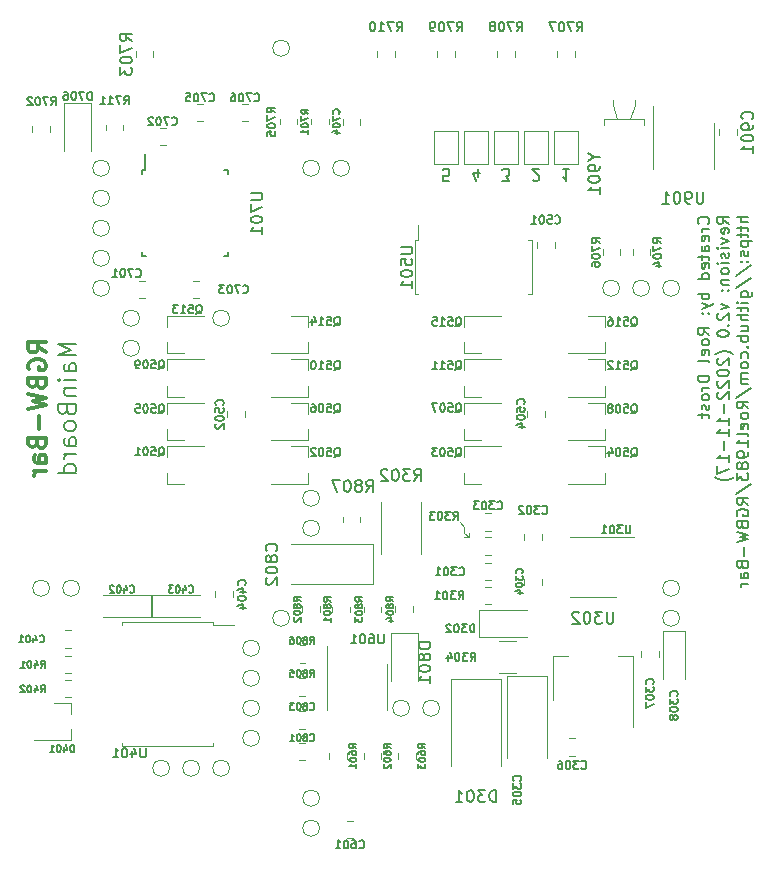
<source format=gbo>
G04 #@! TF.GenerationSoftware,KiCad,Pcbnew,5.1.12-84ad8e8a86~92~ubuntu16.04.1*
G04 #@! TF.CreationDate,2022-11-17T23:34:12+01:00*
G04 #@! TF.ProjectId,Mainboard,4d61696e-626f-4617-9264-2e6b69636164,rev?*
G04 #@! TF.SameCoordinates,Original*
G04 #@! TF.FileFunction,Legend,Bot*
G04 #@! TF.FilePolarity,Positive*
%FSLAX46Y46*%
G04 Gerber Fmt 4.6, Leading zero omitted, Abs format (unit mm)*
G04 Created by KiCad (PCBNEW 5.1.12-84ad8e8a86~92~ubuntu16.04.1) date 2022-11-17 23:34:12*
%MOMM*%
%LPD*%
G01*
G04 APERTURE LIST*
%ADD10C,0.300000*%
%ADD11C,0.150000*%
%ADD12C,0.120000*%
%ADD13C,0.200000*%
%ADD14C,1.000000*%
%ADD15R,1.000000X1.000000*%
%ADD16O,1.000000X1.000000*%
%ADD17R,2.032000X1.070000*%
%ADD18R,1.900000X0.800000*%
%ADD19C,0.100000*%
%ADD20C,3.000000*%
%ADD21C,4.300000*%
%ADD22C,2.800000*%
%ADD23C,2.000000*%
%ADD24R,1.800000X1.800000*%
%ADD25C,1.800000*%
%ADD26R,3.000000X8.000000*%
%ADD27R,0.550000X1.600000*%
%ADD28R,1.600000X0.550000*%
%ADD29R,2.000000X2.000000*%
%ADD30R,1.700000X1.700000*%
%ADD31O,1.700000X1.700000*%
%ADD32C,1.500000*%
%ADD33R,3.800000X2.000000*%
%ADD34R,1.500000X2.000000*%
%ADD35R,1.600000X1.600000*%
%ADD36O,1.600000X1.600000*%
%ADD37R,2.300000X3.500000*%
G04 APERTURE END LIST*
D10*
X129964571Y-84185714D02*
X129250285Y-83685714D01*
X129964571Y-83328571D02*
X128464571Y-83328571D01*
X128464571Y-83900000D01*
X128536000Y-84042857D01*
X128607428Y-84114285D01*
X128750285Y-84185714D01*
X128964571Y-84185714D01*
X129107428Y-84114285D01*
X129178857Y-84042857D01*
X129250285Y-83900000D01*
X129250285Y-83328571D01*
X128536000Y-85614285D02*
X128464571Y-85471428D01*
X128464571Y-85257142D01*
X128536000Y-85042857D01*
X128678857Y-84900000D01*
X128821714Y-84828571D01*
X129107428Y-84757142D01*
X129321714Y-84757142D01*
X129607428Y-84828571D01*
X129750285Y-84900000D01*
X129893142Y-85042857D01*
X129964571Y-85257142D01*
X129964571Y-85400000D01*
X129893142Y-85614285D01*
X129821714Y-85685714D01*
X129321714Y-85685714D01*
X129321714Y-85400000D01*
X129178857Y-86828571D02*
X129250285Y-87042857D01*
X129321714Y-87114285D01*
X129464571Y-87185714D01*
X129678857Y-87185714D01*
X129821714Y-87114285D01*
X129893142Y-87042857D01*
X129964571Y-86900000D01*
X129964571Y-86328571D01*
X128464571Y-86328571D01*
X128464571Y-86828571D01*
X128536000Y-86971428D01*
X128607428Y-87042857D01*
X128750285Y-87114285D01*
X128893142Y-87114285D01*
X129036000Y-87042857D01*
X129107428Y-86971428D01*
X129178857Y-86828571D01*
X129178857Y-86328571D01*
X128464571Y-87685714D02*
X129964571Y-88042857D01*
X128893142Y-88328571D01*
X129964571Y-88614285D01*
X128464571Y-88971428D01*
X129393142Y-89542857D02*
X129393142Y-90685714D01*
X129178857Y-91900000D02*
X129250285Y-92114285D01*
X129321714Y-92185714D01*
X129464571Y-92257142D01*
X129678857Y-92257142D01*
X129821714Y-92185714D01*
X129893142Y-92114285D01*
X129964571Y-91971428D01*
X129964571Y-91400000D01*
X128464571Y-91400000D01*
X128464571Y-91900000D01*
X128536000Y-92042857D01*
X128607428Y-92114285D01*
X128750285Y-92185714D01*
X128893142Y-92185714D01*
X129036000Y-92114285D01*
X129107428Y-92042857D01*
X129178857Y-91900000D01*
X129178857Y-91400000D01*
X129964571Y-93542857D02*
X129178857Y-93542857D01*
X129036000Y-93471428D01*
X128964571Y-93328571D01*
X128964571Y-93042857D01*
X129036000Y-92900000D01*
X129893142Y-93542857D02*
X129964571Y-93400000D01*
X129964571Y-93042857D01*
X129893142Y-92900000D01*
X129750285Y-92828571D01*
X129607428Y-92828571D01*
X129464571Y-92900000D01*
X129393142Y-93042857D01*
X129393142Y-93400000D01*
X129321714Y-93542857D01*
X129964571Y-94257142D02*
X128964571Y-94257142D01*
X129250285Y-94257142D02*
X129107428Y-94328571D01*
X129036000Y-94400000D01*
X128964571Y-94542857D01*
X128964571Y-94685714D01*
D11*
X186032142Y-73297023D02*
X186079761Y-73249404D01*
X186127380Y-73106547D01*
X186127380Y-73011309D01*
X186079761Y-72868452D01*
X185984523Y-72773214D01*
X185889285Y-72725595D01*
X185698809Y-72677976D01*
X185555952Y-72677976D01*
X185365476Y-72725595D01*
X185270238Y-72773214D01*
X185175000Y-72868452D01*
X185127380Y-73011309D01*
X185127380Y-73106547D01*
X185175000Y-73249404D01*
X185222619Y-73297023D01*
X186127380Y-73725595D02*
X185460714Y-73725595D01*
X185651190Y-73725595D02*
X185555952Y-73773214D01*
X185508333Y-73820833D01*
X185460714Y-73916071D01*
X185460714Y-74011309D01*
X186079761Y-74725595D02*
X186127380Y-74630357D01*
X186127380Y-74439880D01*
X186079761Y-74344642D01*
X185984523Y-74297023D01*
X185603571Y-74297023D01*
X185508333Y-74344642D01*
X185460714Y-74439880D01*
X185460714Y-74630357D01*
X185508333Y-74725595D01*
X185603571Y-74773214D01*
X185698809Y-74773214D01*
X185794047Y-74297023D01*
X186127380Y-75630357D02*
X185603571Y-75630357D01*
X185508333Y-75582738D01*
X185460714Y-75487500D01*
X185460714Y-75297023D01*
X185508333Y-75201785D01*
X186079761Y-75630357D02*
X186127380Y-75535119D01*
X186127380Y-75297023D01*
X186079761Y-75201785D01*
X185984523Y-75154166D01*
X185889285Y-75154166D01*
X185794047Y-75201785D01*
X185746428Y-75297023D01*
X185746428Y-75535119D01*
X185698809Y-75630357D01*
X185460714Y-75963690D02*
X185460714Y-76344642D01*
X185127380Y-76106547D02*
X185984523Y-76106547D01*
X186079761Y-76154166D01*
X186127380Y-76249404D01*
X186127380Y-76344642D01*
X186079761Y-77058928D02*
X186127380Y-76963690D01*
X186127380Y-76773214D01*
X186079761Y-76677976D01*
X185984523Y-76630357D01*
X185603571Y-76630357D01*
X185508333Y-76677976D01*
X185460714Y-76773214D01*
X185460714Y-76963690D01*
X185508333Y-77058928D01*
X185603571Y-77106547D01*
X185698809Y-77106547D01*
X185794047Y-76630357D01*
X186127380Y-77963690D02*
X185127380Y-77963690D01*
X186079761Y-77963690D02*
X186127380Y-77868452D01*
X186127380Y-77677976D01*
X186079761Y-77582738D01*
X186032142Y-77535119D01*
X185936904Y-77487500D01*
X185651190Y-77487500D01*
X185555952Y-77535119D01*
X185508333Y-77582738D01*
X185460714Y-77677976D01*
X185460714Y-77868452D01*
X185508333Y-77963690D01*
X186127380Y-79201785D02*
X185127380Y-79201785D01*
X185508333Y-79201785D02*
X185460714Y-79297023D01*
X185460714Y-79487500D01*
X185508333Y-79582738D01*
X185555952Y-79630357D01*
X185651190Y-79677976D01*
X185936904Y-79677976D01*
X186032142Y-79630357D01*
X186079761Y-79582738D01*
X186127380Y-79487500D01*
X186127380Y-79297023D01*
X186079761Y-79201785D01*
X185460714Y-80011309D02*
X186127380Y-80249404D01*
X185460714Y-80487500D02*
X186127380Y-80249404D01*
X186365476Y-80154166D01*
X186413095Y-80106547D01*
X186460714Y-80011309D01*
X186032142Y-80868452D02*
X186079761Y-80916071D01*
X186127380Y-80868452D01*
X186079761Y-80820833D01*
X186032142Y-80868452D01*
X186127380Y-80868452D01*
X185508333Y-80868452D02*
X185555952Y-80916071D01*
X185603571Y-80868452D01*
X185555952Y-80820833D01*
X185508333Y-80868452D01*
X185603571Y-80868452D01*
X186127380Y-82677976D02*
X185651190Y-82344642D01*
X186127380Y-82106547D02*
X185127380Y-82106547D01*
X185127380Y-82487500D01*
X185175000Y-82582738D01*
X185222619Y-82630357D01*
X185317857Y-82677976D01*
X185460714Y-82677976D01*
X185555952Y-82630357D01*
X185603571Y-82582738D01*
X185651190Y-82487500D01*
X185651190Y-82106547D01*
X186127380Y-83249404D02*
X186079761Y-83154166D01*
X186032142Y-83106547D01*
X185936904Y-83058928D01*
X185651190Y-83058928D01*
X185555952Y-83106547D01*
X185508333Y-83154166D01*
X185460714Y-83249404D01*
X185460714Y-83392261D01*
X185508333Y-83487500D01*
X185555952Y-83535119D01*
X185651190Y-83582738D01*
X185936904Y-83582738D01*
X186032142Y-83535119D01*
X186079761Y-83487500D01*
X186127380Y-83392261D01*
X186127380Y-83249404D01*
X186079761Y-84392261D02*
X186127380Y-84297023D01*
X186127380Y-84106547D01*
X186079761Y-84011309D01*
X185984523Y-83963690D01*
X185603571Y-83963690D01*
X185508333Y-84011309D01*
X185460714Y-84106547D01*
X185460714Y-84297023D01*
X185508333Y-84392261D01*
X185603571Y-84439880D01*
X185698809Y-84439880D01*
X185794047Y-83963690D01*
X186127380Y-85011309D02*
X186079761Y-84916071D01*
X185984523Y-84868452D01*
X185127380Y-84868452D01*
X186127380Y-86154166D02*
X185127380Y-86154166D01*
X185127380Y-86392261D01*
X185175000Y-86535119D01*
X185270238Y-86630357D01*
X185365476Y-86677976D01*
X185555952Y-86725595D01*
X185698809Y-86725595D01*
X185889285Y-86677976D01*
X185984523Y-86630357D01*
X186079761Y-86535119D01*
X186127380Y-86392261D01*
X186127380Y-86154166D01*
X186127380Y-87154166D02*
X185460714Y-87154166D01*
X185651190Y-87154166D02*
X185555952Y-87201785D01*
X185508333Y-87249404D01*
X185460714Y-87344642D01*
X185460714Y-87439880D01*
X186127380Y-87916071D02*
X186079761Y-87820833D01*
X186032142Y-87773214D01*
X185936904Y-87725595D01*
X185651190Y-87725595D01*
X185555952Y-87773214D01*
X185508333Y-87820833D01*
X185460714Y-87916071D01*
X185460714Y-88058928D01*
X185508333Y-88154166D01*
X185555952Y-88201785D01*
X185651190Y-88249404D01*
X185936904Y-88249404D01*
X186032142Y-88201785D01*
X186079761Y-88154166D01*
X186127380Y-88058928D01*
X186127380Y-87916071D01*
X186079761Y-88630357D02*
X186127380Y-88725595D01*
X186127380Y-88916071D01*
X186079761Y-89011309D01*
X185984523Y-89058928D01*
X185936904Y-89058928D01*
X185841666Y-89011309D01*
X185794047Y-88916071D01*
X185794047Y-88773214D01*
X185746428Y-88677976D01*
X185651190Y-88630357D01*
X185603571Y-88630357D01*
X185508333Y-88677976D01*
X185460714Y-88773214D01*
X185460714Y-88916071D01*
X185508333Y-89011309D01*
X185460714Y-89344642D02*
X185460714Y-89725595D01*
X185127380Y-89487500D02*
X185984523Y-89487500D01*
X186079761Y-89535119D01*
X186127380Y-89630357D01*
X186127380Y-89725595D01*
X187777380Y-73297023D02*
X187301190Y-72963690D01*
X187777380Y-72725595D02*
X186777380Y-72725595D01*
X186777380Y-73106547D01*
X186825000Y-73201785D01*
X186872619Y-73249404D01*
X186967857Y-73297023D01*
X187110714Y-73297023D01*
X187205952Y-73249404D01*
X187253571Y-73201785D01*
X187301190Y-73106547D01*
X187301190Y-72725595D01*
X187729761Y-74106547D02*
X187777380Y-74011309D01*
X187777380Y-73820833D01*
X187729761Y-73725595D01*
X187634523Y-73677976D01*
X187253571Y-73677976D01*
X187158333Y-73725595D01*
X187110714Y-73820833D01*
X187110714Y-74011309D01*
X187158333Y-74106547D01*
X187253571Y-74154166D01*
X187348809Y-74154166D01*
X187444047Y-73677976D01*
X187110714Y-74487500D02*
X187777380Y-74725595D01*
X187110714Y-74963690D01*
X187777380Y-75344642D02*
X187110714Y-75344642D01*
X186777380Y-75344642D02*
X186825000Y-75297023D01*
X186872619Y-75344642D01*
X186825000Y-75392261D01*
X186777380Y-75344642D01*
X186872619Y-75344642D01*
X187729761Y-75773214D02*
X187777380Y-75868452D01*
X187777380Y-76058928D01*
X187729761Y-76154166D01*
X187634523Y-76201785D01*
X187586904Y-76201785D01*
X187491666Y-76154166D01*
X187444047Y-76058928D01*
X187444047Y-75916071D01*
X187396428Y-75820833D01*
X187301190Y-75773214D01*
X187253571Y-75773214D01*
X187158333Y-75820833D01*
X187110714Y-75916071D01*
X187110714Y-76058928D01*
X187158333Y-76154166D01*
X187777380Y-76630357D02*
X187110714Y-76630357D01*
X186777380Y-76630357D02*
X186825000Y-76582738D01*
X186872619Y-76630357D01*
X186825000Y-76677976D01*
X186777380Y-76630357D01*
X186872619Y-76630357D01*
X187777380Y-77249404D02*
X187729761Y-77154166D01*
X187682142Y-77106547D01*
X187586904Y-77058928D01*
X187301190Y-77058928D01*
X187205952Y-77106547D01*
X187158333Y-77154166D01*
X187110714Y-77249404D01*
X187110714Y-77392261D01*
X187158333Y-77487500D01*
X187205952Y-77535119D01*
X187301190Y-77582738D01*
X187586904Y-77582738D01*
X187682142Y-77535119D01*
X187729761Y-77487500D01*
X187777380Y-77392261D01*
X187777380Y-77249404D01*
X187110714Y-78011309D02*
X187777380Y-78011309D01*
X187205952Y-78011309D02*
X187158333Y-78058928D01*
X187110714Y-78154166D01*
X187110714Y-78297023D01*
X187158333Y-78392261D01*
X187253571Y-78439880D01*
X187777380Y-78439880D01*
X187682142Y-78916071D02*
X187729761Y-78963690D01*
X187777380Y-78916071D01*
X187729761Y-78868452D01*
X187682142Y-78916071D01*
X187777380Y-78916071D01*
X187158333Y-78916071D02*
X187205952Y-78963690D01*
X187253571Y-78916071D01*
X187205952Y-78868452D01*
X187158333Y-78916071D01*
X187253571Y-78916071D01*
X187110714Y-80058928D02*
X187777380Y-80297023D01*
X187110714Y-80535119D01*
X186872619Y-80868452D02*
X186825000Y-80916071D01*
X186777380Y-81011309D01*
X186777380Y-81249404D01*
X186825000Y-81344642D01*
X186872619Y-81392261D01*
X186967857Y-81439880D01*
X187063095Y-81439880D01*
X187205952Y-81392261D01*
X187777380Y-80820833D01*
X187777380Y-81439880D01*
X187682142Y-81868452D02*
X187729761Y-81916071D01*
X187777380Y-81868452D01*
X187729761Y-81820833D01*
X187682142Y-81868452D01*
X187777380Y-81868452D01*
X186777380Y-82535119D02*
X186777380Y-82630357D01*
X186825000Y-82725595D01*
X186872619Y-82773214D01*
X186967857Y-82820833D01*
X187158333Y-82868452D01*
X187396428Y-82868452D01*
X187586904Y-82820833D01*
X187682142Y-82773214D01*
X187729761Y-82725595D01*
X187777380Y-82630357D01*
X187777380Y-82535119D01*
X187729761Y-82439880D01*
X187682142Y-82392261D01*
X187586904Y-82344642D01*
X187396428Y-82297023D01*
X187158333Y-82297023D01*
X186967857Y-82344642D01*
X186872619Y-82392261D01*
X186825000Y-82439880D01*
X186777380Y-82535119D01*
X188158333Y-84344642D02*
X188110714Y-84297023D01*
X187967857Y-84201785D01*
X187872619Y-84154166D01*
X187729761Y-84106547D01*
X187491666Y-84058928D01*
X187301190Y-84058928D01*
X187063095Y-84106547D01*
X186920238Y-84154166D01*
X186825000Y-84201785D01*
X186682142Y-84297023D01*
X186634523Y-84344642D01*
X186872619Y-84677976D02*
X186825000Y-84725595D01*
X186777380Y-84820833D01*
X186777380Y-85058928D01*
X186825000Y-85154166D01*
X186872619Y-85201785D01*
X186967857Y-85249404D01*
X187063095Y-85249404D01*
X187205952Y-85201785D01*
X187777380Y-84630357D01*
X187777380Y-85249404D01*
X186777380Y-85868452D02*
X186777380Y-85963690D01*
X186825000Y-86058928D01*
X186872619Y-86106547D01*
X186967857Y-86154166D01*
X187158333Y-86201785D01*
X187396428Y-86201785D01*
X187586904Y-86154166D01*
X187682142Y-86106547D01*
X187729761Y-86058928D01*
X187777380Y-85963690D01*
X187777380Y-85868452D01*
X187729761Y-85773214D01*
X187682142Y-85725595D01*
X187586904Y-85677976D01*
X187396428Y-85630357D01*
X187158333Y-85630357D01*
X186967857Y-85677976D01*
X186872619Y-85725595D01*
X186825000Y-85773214D01*
X186777380Y-85868452D01*
X186872619Y-86582738D02*
X186825000Y-86630357D01*
X186777380Y-86725595D01*
X186777380Y-86963690D01*
X186825000Y-87058928D01*
X186872619Y-87106547D01*
X186967857Y-87154166D01*
X187063095Y-87154166D01*
X187205952Y-87106547D01*
X187777380Y-86535119D01*
X187777380Y-87154166D01*
X186872619Y-87535119D02*
X186825000Y-87582738D01*
X186777380Y-87677976D01*
X186777380Y-87916071D01*
X186825000Y-88011309D01*
X186872619Y-88058928D01*
X186967857Y-88106547D01*
X187063095Y-88106547D01*
X187205952Y-88058928D01*
X187777380Y-87487500D01*
X187777380Y-88106547D01*
X187396428Y-88535119D02*
X187396428Y-89297023D01*
X187777380Y-90297023D02*
X187777380Y-89725595D01*
X187777380Y-90011309D02*
X186777380Y-90011309D01*
X186920238Y-89916071D01*
X187015476Y-89820833D01*
X187063095Y-89725595D01*
X187777380Y-91249404D02*
X187777380Y-90677976D01*
X187777380Y-90963690D02*
X186777380Y-90963690D01*
X186920238Y-90868452D01*
X187015476Y-90773214D01*
X187063095Y-90677976D01*
X187396428Y-91677976D02*
X187396428Y-92439880D01*
X187777380Y-93439880D02*
X187777380Y-92868452D01*
X187777380Y-93154166D02*
X186777380Y-93154166D01*
X186920238Y-93058928D01*
X187015476Y-92963690D01*
X187063095Y-92868452D01*
X186777380Y-93773214D02*
X186777380Y-94439880D01*
X187777380Y-94011309D01*
X188158333Y-94725595D02*
X188110714Y-94773214D01*
X187967857Y-94868452D01*
X187872619Y-94916071D01*
X187729761Y-94963690D01*
X187491666Y-95011309D01*
X187301190Y-95011309D01*
X187063095Y-94963690D01*
X186920238Y-94916071D01*
X186825000Y-94868452D01*
X186682142Y-94773214D01*
X186634523Y-94725595D01*
X189427380Y-72725595D02*
X188427380Y-72725595D01*
X189427380Y-73154166D02*
X188903571Y-73154166D01*
X188808333Y-73106547D01*
X188760714Y-73011309D01*
X188760714Y-72868452D01*
X188808333Y-72773214D01*
X188855952Y-72725595D01*
X188760714Y-73487500D02*
X188760714Y-73868452D01*
X188427380Y-73630357D02*
X189284523Y-73630357D01*
X189379761Y-73677976D01*
X189427380Y-73773214D01*
X189427380Y-73868452D01*
X188760714Y-74058928D02*
X188760714Y-74439880D01*
X188427380Y-74201785D02*
X189284523Y-74201785D01*
X189379761Y-74249404D01*
X189427380Y-74344642D01*
X189427380Y-74439880D01*
X188760714Y-74773214D02*
X189760714Y-74773214D01*
X188808333Y-74773214D02*
X188760714Y-74868452D01*
X188760714Y-75058928D01*
X188808333Y-75154166D01*
X188855952Y-75201785D01*
X188951190Y-75249404D01*
X189236904Y-75249404D01*
X189332142Y-75201785D01*
X189379761Y-75154166D01*
X189427380Y-75058928D01*
X189427380Y-74868452D01*
X189379761Y-74773214D01*
X189379761Y-75630357D02*
X189427380Y-75725595D01*
X189427380Y-75916071D01*
X189379761Y-76011309D01*
X189284523Y-76058928D01*
X189236904Y-76058928D01*
X189141666Y-76011309D01*
X189094047Y-75916071D01*
X189094047Y-75773214D01*
X189046428Y-75677976D01*
X188951190Y-75630357D01*
X188903571Y-75630357D01*
X188808333Y-75677976D01*
X188760714Y-75773214D01*
X188760714Y-75916071D01*
X188808333Y-76011309D01*
X189332142Y-76487500D02*
X189379761Y-76535119D01*
X189427380Y-76487500D01*
X189379761Y-76439880D01*
X189332142Y-76487500D01*
X189427380Y-76487500D01*
X188808333Y-76487500D02*
X188855952Y-76535119D01*
X188903571Y-76487500D01*
X188855952Y-76439880D01*
X188808333Y-76487500D01*
X188903571Y-76487500D01*
X188379761Y-77677976D02*
X189665476Y-76820833D01*
X188379761Y-78725595D02*
X189665476Y-77868452D01*
X188760714Y-79487500D02*
X189570238Y-79487500D01*
X189665476Y-79439880D01*
X189713095Y-79392261D01*
X189760714Y-79297023D01*
X189760714Y-79154166D01*
X189713095Y-79058928D01*
X189379761Y-79487500D02*
X189427380Y-79392261D01*
X189427380Y-79201785D01*
X189379761Y-79106547D01*
X189332142Y-79058928D01*
X189236904Y-79011309D01*
X188951190Y-79011309D01*
X188855952Y-79058928D01*
X188808333Y-79106547D01*
X188760714Y-79201785D01*
X188760714Y-79392261D01*
X188808333Y-79487500D01*
X189427380Y-79963690D02*
X188760714Y-79963690D01*
X188427380Y-79963690D02*
X188475000Y-79916071D01*
X188522619Y-79963690D01*
X188475000Y-80011309D01*
X188427380Y-79963690D01*
X188522619Y-79963690D01*
X188760714Y-80297023D02*
X188760714Y-80677976D01*
X188427380Y-80439880D02*
X189284523Y-80439880D01*
X189379761Y-80487500D01*
X189427380Y-80582738D01*
X189427380Y-80677976D01*
X189427380Y-81011309D02*
X188427380Y-81011309D01*
X189427380Y-81439880D02*
X188903571Y-81439880D01*
X188808333Y-81392261D01*
X188760714Y-81297023D01*
X188760714Y-81154166D01*
X188808333Y-81058928D01*
X188855952Y-81011309D01*
X188760714Y-82344642D02*
X189427380Y-82344642D01*
X188760714Y-81916071D02*
X189284523Y-81916071D01*
X189379761Y-81963690D01*
X189427380Y-82058928D01*
X189427380Y-82201785D01*
X189379761Y-82297023D01*
X189332142Y-82344642D01*
X189427380Y-82820833D02*
X188427380Y-82820833D01*
X188808333Y-82820833D02*
X188760714Y-82916071D01*
X188760714Y-83106547D01*
X188808333Y-83201785D01*
X188855952Y-83249404D01*
X188951190Y-83297023D01*
X189236904Y-83297023D01*
X189332142Y-83249404D01*
X189379761Y-83201785D01*
X189427380Y-83106547D01*
X189427380Y-82916071D01*
X189379761Y-82820833D01*
X189332142Y-83725595D02*
X189379761Y-83773214D01*
X189427380Y-83725595D01*
X189379761Y-83677976D01*
X189332142Y-83725595D01*
X189427380Y-83725595D01*
X189379761Y-84630357D02*
X189427380Y-84535119D01*
X189427380Y-84344642D01*
X189379761Y-84249404D01*
X189332142Y-84201785D01*
X189236904Y-84154166D01*
X188951190Y-84154166D01*
X188855952Y-84201785D01*
X188808333Y-84249404D01*
X188760714Y-84344642D01*
X188760714Y-84535119D01*
X188808333Y-84630357D01*
X189427380Y-85201785D02*
X189379761Y-85106547D01*
X189332142Y-85058928D01*
X189236904Y-85011309D01*
X188951190Y-85011309D01*
X188855952Y-85058928D01*
X188808333Y-85106547D01*
X188760714Y-85201785D01*
X188760714Y-85344642D01*
X188808333Y-85439880D01*
X188855952Y-85487500D01*
X188951190Y-85535119D01*
X189236904Y-85535119D01*
X189332142Y-85487500D01*
X189379761Y-85439880D01*
X189427380Y-85344642D01*
X189427380Y-85201785D01*
X189427380Y-85963690D02*
X188760714Y-85963690D01*
X188855952Y-85963690D02*
X188808333Y-86011309D01*
X188760714Y-86106547D01*
X188760714Y-86249404D01*
X188808333Y-86344642D01*
X188903571Y-86392261D01*
X189427380Y-86392261D01*
X188903571Y-86392261D02*
X188808333Y-86439880D01*
X188760714Y-86535119D01*
X188760714Y-86677976D01*
X188808333Y-86773214D01*
X188903571Y-86820833D01*
X189427380Y-86820833D01*
X188379761Y-88011309D02*
X189665476Y-87154166D01*
X189427380Y-88916071D02*
X188951190Y-88582738D01*
X189427380Y-88344642D02*
X188427380Y-88344642D01*
X188427380Y-88725595D01*
X188475000Y-88820833D01*
X188522619Y-88868452D01*
X188617857Y-88916071D01*
X188760714Y-88916071D01*
X188855952Y-88868452D01*
X188903571Y-88820833D01*
X188951190Y-88725595D01*
X188951190Y-88344642D01*
X189427380Y-89487499D02*
X189379761Y-89392261D01*
X189332142Y-89344642D01*
X189236904Y-89297023D01*
X188951190Y-89297023D01*
X188855952Y-89344642D01*
X188808333Y-89392261D01*
X188760714Y-89487499D01*
X188760714Y-89630357D01*
X188808333Y-89725595D01*
X188855952Y-89773214D01*
X188951190Y-89820833D01*
X189236904Y-89820833D01*
X189332142Y-89773214D01*
X189379761Y-89725595D01*
X189427380Y-89630357D01*
X189427380Y-89487499D01*
X189379761Y-90630357D02*
X189427380Y-90535119D01*
X189427380Y-90344642D01*
X189379761Y-90249404D01*
X189284523Y-90201785D01*
X188903571Y-90201785D01*
X188808333Y-90249404D01*
X188760714Y-90344642D01*
X188760714Y-90535119D01*
X188808333Y-90630357D01*
X188903571Y-90677976D01*
X188998809Y-90677976D01*
X189094047Y-90201785D01*
X189427380Y-91249404D02*
X189379761Y-91154166D01*
X189284523Y-91106547D01*
X188427380Y-91106547D01*
X189427380Y-92154166D02*
X189427380Y-91582738D01*
X189427380Y-91868452D02*
X188427380Y-91868452D01*
X188570238Y-91773214D01*
X188665476Y-91677976D01*
X188713095Y-91582738D01*
X189427380Y-92630357D02*
X189427380Y-92820833D01*
X189379761Y-92916071D01*
X189332142Y-92963690D01*
X189189285Y-93058928D01*
X188998809Y-93106547D01*
X188617857Y-93106547D01*
X188522619Y-93058928D01*
X188475000Y-93011309D01*
X188427380Y-92916071D01*
X188427380Y-92725595D01*
X188475000Y-92630357D01*
X188522619Y-92582738D01*
X188617857Y-92535119D01*
X188855952Y-92535119D01*
X188951190Y-92582738D01*
X188998809Y-92630357D01*
X189046428Y-92725595D01*
X189046428Y-92916071D01*
X188998809Y-93011309D01*
X188951190Y-93058928D01*
X188855952Y-93106547D01*
X188855952Y-93677976D02*
X188808333Y-93582738D01*
X188760714Y-93535119D01*
X188665476Y-93487499D01*
X188617857Y-93487499D01*
X188522619Y-93535119D01*
X188475000Y-93582738D01*
X188427380Y-93677976D01*
X188427380Y-93868452D01*
X188475000Y-93963690D01*
X188522619Y-94011309D01*
X188617857Y-94058928D01*
X188665476Y-94058928D01*
X188760714Y-94011309D01*
X188808333Y-93963690D01*
X188855952Y-93868452D01*
X188855952Y-93677976D01*
X188903571Y-93582738D01*
X188951190Y-93535119D01*
X189046428Y-93487499D01*
X189236904Y-93487499D01*
X189332142Y-93535119D01*
X189379761Y-93582738D01*
X189427380Y-93677976D01*
X189427380Y-93868452D01*
X189379761Y-93963690D01*
X189332142Y-94011309D01*
X189236904Y-94058928D01*
X189046428Y-94058928D01*
X188951190Y-94011309D01*
X188903571Y-93963690D01*
X188855952Y-93868452D01*
X188427380Y-94392261D02*
X188427380Y-95011309D01*
X188808333Y-94677976D01*
X188808333Y-94820833D01*
X188855952Y-94916071D01*
X188903571Y-94963690D01*
X188998809Y-95011309D01*
X189236904Y-95011309D01*
X189332142Y-94963690D01*
X189379761Y-94916071D01*
X189427380Y-94820833D01*
X189427380Y-94535119D01*
X189379761Y-94439880D01*
X189332142Y-94392261D01*
X188379761Y-96154166D02*
X189665476Y-95297023D01*
X189427380Y-97058928D02*
X188951190Y-96725595D01*
X189427380Y-96487499D02*
X188427380Y-96487499D01*
X188427380Y-96868452D01*
X188475000Y-96963690D01*
X188522619Y-97011309D01*
X188617857Y-97058928D01*
X188760714Y-97058928D01*
X188855952Y-97011309D01*
X188903571Y-96963690D01*
X188951190Y-96868452D01*
X188951190Y-96487499D01*
X188475000Y-98011309D02*
X188427380Y-97916071D01*
X188427380Y-97773214D01*
X188475000Y-97630357D01*
X188570238Y-97535119D01*
X188665476Y-97487499D01*
X188855952Y-97439880D01*
X188998809Y-97439880D01*
X189189285Y-97487499D01*
X189284523Y-97535119D01*
X189379761Y-97630357D01*
X189427380Y-97773214D01*
X189427380Y-97868452D01*
X189379761Y-98011309D01*
X189332142Y-98058928D01*
X188998809Y-98058928D01*
X188998809Y-97868452D01*
X188903571Y-98820833D02*
X188951190Y-98963690D01*
X188998809Y-99011309D01*
X189094047Y-99058928D01*
X189236904Y-99058928D01*
X189332142Y-99011309D01*
X189379761Y-98963690D01*
X189427380Y-98868452D01*
X189427380Y-98487499D01*
X188427380Y-98487499D01*
X188427380Y-98820833D01*
X188475000Y-98916071D01*
X188522619Y-98963690D01*
X188617857Y-99011309D01*
X188713095Y-99011309D01*
X188808333Y-98963690D01*
X188855952Y-98916071D01*
X188903571Y-98820833D01*
X188903571Y-98487499D01*
X188427380Y-99392261D02*
X189427380Y-99630357D01*
X188713095Y-99820833D01*
X189427380Y-100011309D01*
X188427380Y-100249404D01*
X189046428Y-100630357D02*
X189046428Y-101392261D01*
X188903571Y-102201785D02*
X188951190Y-102344642D01*
X188998809Y-102392261D01*
X189094047Y-102439880D01*
X189236904Y-102439880D01*
X189332142Y-102392261D01*
X189379761Y-102344642D01*
X189427380Y-102249404D01*
X189427380Y-101868452D01*
X188427380Y-101868452D01*
X188427380Y-102201785D01*
X188475000Y-102297023D01*
X188522619Y-102344642D01*
X188617857Y-102392261D01*
X188713095Y-102392261D01*
X188808333Y-102344642D01*
X188855952Y-102297023D01*
X188903571Y-102201785D01*
X188903571Y-101868452D01*
X189427380Y-103297023D02*
X188903571Y-103297023D01*
X188808333Y-103249404D01*
X188760714Y-103154166D01*
X188760714Y-102963690D01*
X188808333Y-102868452D01*
X189379761Y-103297023D02*
X189427380Y-103201785D01*
X189427380Y-102963690D01*
X189379761Y-102868452D01*
X189284523Y-102820833D01*
X189189285Y-102820833D01*
X189094047Y-102868452D01*
X189046428Y-102963690D01*
X189046428Y-103201785D01*
X188998809Y-103297023D01*
X189427380Y-103773214D02*
X188760714Y-103773214D01*
X188951190Y-103773214D02*
X188855952Y-103820833D01*
X188808333Y-103868452D01*
X188760714Y-103963690D01*
X188760714Y-104058928D01*
D12*
X164973000Y-98552000D02*
X165354000Y-98933000D01*
X165354000Y-98933000D02*
X165354000Y-99441000D01*
X165354000Y-99441000D02*
X165735000Y-99822000D01*
X165735000Y-99822000D02*
X165735000Y-99441000D01*
X165735000Y-99822000D02*
X165354000Y-99822000D01*
D11*
X174275714Y-68635619D02*
X173704285Y-68635619D01*
X173990000Y-68635619D02*
X173990000Y-69635619D01*
X173894761Y-69492761D01*
X173799523Y-69397523D01*
X173704285Y-69349904D01*
X171164285Y-69540380D02*
X171211904Y-69588000D01*
X171307142Y-69635619D01*
X171545238Y-69635619D01*
X171640476Y-69588000D01*
X171688095Y-69540380D01*
X171735714Y-69445142D01*
X171735714Y-69349904D01*
X171688095Y-69207047D01*
X171116666Y-68635619D01*
X171735714Y-68635619D01*
X168576666Y-69635619D02*
X169195714Y-69635619D01*
X168862380Y-69254666D01*
X169005238Y-69254666D01*
X169100476Y-69207047D01*
X169148095Y-69159428D01*
X169195714Y-69064190D01*
X169195714Y-68826095D01*
X169148095Y-68730857D01*
X169100476Y-68683238D01*
X169005238Y-68635619D01*
X168719523Y-68635619D01*
X168624285Y-68683238D01*
X168576666Y-68730857D01*
X166560476Y-69302285D02*
X166560476Y-68635619D01*
X166322380Y-69683238D02*
X166084285Y-68968952D01*
X166703333Y-68968952D01*
X164068095Y-69635619D02*
X163591904Y-69635619D01*
X163544285Y-69159428D01*
X163591904Y-69207047D01*
X163687142Y-69254666D01*
X163925238Y-69254666D01*
X164020476Y-69207047D01*
X164068095Y-69159428D01*
X164115714Y-69064190D01*
X164115714Y-68826095D01*
X164068095Y-68730857D01*
X164020476Y-68683238D01*
X163925238Y-68635619D01*
X163687142Y-68635619D01*
X163591904Y-68683238D01*
X163544285Y-68730857D01*
D13*
X132504571Y-83435714D02*
X131004571Y-83435714D01*
X132076000Y-83935714D01*
X131004571Y-84435714D01*
X132504571Y-84435714D01*
X132504571Y-85792857D02*
X131718857Y-85792857D01*
X131576000Y-85721428D01*
X131504571Y-85578571D01*
X131504571Y-85292857D01*
X131576000Y-85150000D01*
X132433142Y-85792857D02*
X132504571Y-85650000D01*
X132504571Y-85292857D01*
X132433142Y-85150000D01*
X132290285Y-85078571D01*
X132147428Y-85078571D01*
X132004571Y-85150000D01*
X131933142Y-85292857D01*
X131933142Y-85650000D01*
X131861714Y-85792857D01*
X132504571Y-86507142D02*
X131504571Y-86507142D01*
X131004571Y-86507142D02*
X131076000Y-86435714D01*
X131147428Y-86507142D01*
X131076000Y-86578571D01*
X131004571Y-86507142D01*
X131147428Y-86507142D01*
X131504571Y-87221428D02*
X132504571Y-87221428D01*
X131647428Y-87221428D02*
X131576000Y-87292857D01*
X131504571Y-87435714D01*
X131504571Y-87650000D01*
X131576000Y-87792857D01*
X131718857Y-87864285D01*
X132504571Y-87864285D01*
X131718857Y-89078571D02*
X131790285Y-89292857D01*
X131861714Y-89364285D01*
X132004571Y-89435714D01*
X132218857Y-89435714D01*
X132361714Y-89364285D01*
X132433142Y-89292857D01*
X132504571Y-89150000D01*
X132504571Y-88578571D01*
X131004571Y-88578571D01*
X131004571Y-89078571D01*
X131076000Y-89221428D01*
X131147428Y-89292857D01*
X131290285Y-89364285D01*
X131433142Y-89364285D01*
X131576000Y-89292857D01*
X131647428Y-89221428D01*
X131718857Y-89078571D01*
X131718857Y-88578571D01*
X132504571Y-90292857D02*
X132433142Y-90150000D01*
X132361714Y-90078571D01*
X132218857Y-90007142D01*
X131790285Y-90007142D01*
X131647428Y-90078571D01*
X131576000Y-90150000D01*
X131504571Y-90292857D01*
X131504571Y-90507142D01*
X131576000Y-90650000D01*
X131647428Y-90721428D01*
X131790285Y-90792857D01*
X132218857Y-90792857D01*
X132361714Y-90721428D01*
X132433142Y-90650000D01*
X132504571Y-90507142D01*
X132504571Y-90292857D01*
X132504571Y-92078571D02*
X131718857Y-92078571D01*
X131576000Y-92007142D01*
X131504571Y-91864285D01*
X131504571Y-91578571D01*
X131576000Y-91435714D01*
X132433142Y-92078571D02*
X132504571Y-91935714D01*
X132504571Y-91578571D01*
X132433142Y-91435714D01*
X132290285Y-91364285D01*
X132147428Y-91364285D01*
X132004571Y-91435714D01*
X131933142Y-91578571D01*
X131933142Y-91935714D01*
X131861714Y-92078571D01*
X132504571Y-92792857D02*
X131504571Y-92792857D01*
X131790285Y-92792857D02*
X131647428Y-92864285D01*
X131576000Y-92935714D01*
X131504571Y-93078571D01*
X131504571Y-93221428D01*
X132504571Y-94364285D02*
X131004571Y-94364285D01*
X132433142Y-94364285D02*
X132504571Y-94221428D01*
X132504571Y-93935714D01*
X132433142Y-93792857D01*
X132361714Y-93721428D01*
X132218857Y-93650000D01*
X131790285Y-93650000D01*
X131647428Y-93721428D01*
X131576000Y-93792857D01*
X131504571Y-93935714D01*
X131504571Y-94221428D01*
X131576000Y-94364285D01*
D12*
X133786500Y-63072000D02*
X133786500Y-67132000D01*
X131516500Y-63072000D02*
X133786500Y-63072000D01*
X131516500Y-67132000D02*
X131516500Y-63072000D01*
X153100000Y-68580000D02*
G75*
G03*
X153100000Y-68580000I-700000J0D01*
G01*
X160720000Y-114300000D02*
G75*
G03*
X160720000Y-114300000I-700000J0D01*
G01*
X153100000Y-96520000D02*
G75*
G03*
X153100000Y-96520000I-700000J0D01*
G01*
X153100000Y-99060000D02*
G75*
G03*
X153100000Y-99060000I-700000J0D01*
G01*
X183580000Y-104140000D02*
G75*
G03*
X183580000Y-104140000I-700000J0D01*
G01*
X166577000Y-105989500D02*
X170637000Y-105989500D01*
X166577000Y-108259500D02*
X166577000Y-105989500D01*
X170637000Y-108259500D02*
X166577000Y-108259500D01*
X130240000Y-104140000D02*
G75*
G03*
X130240000Y-104140000I-700000J0D01*
G01*
X148020000Y-109220000D02*
G75*
G03*
X148020000Y-109220000I-700000J0D01*
G01*
X148020000Y-116840000D02*
G75*
G03*
X148020000Y-116840000I-700000J0D01*
G01*
X135320000Y-68580000D02*
G75*
G03*
X135320000Y-68580000I-700000J0D01*
G01*
X140210000Y-91623000D02*
X141670000Y-91623000D01*
X140210000Y-88463000D02*
X143370000Y-88463000D01*
X140210000Y-88463000D02*
X140210000Y-89393000D01*
X140210000Y-91623000D02*
X140210000Y-90693000D01*
X140210000Y-95306000D02*
X141670000Y-95306000D01*
X140210000Y-92146000D02*
X143370000Y-92146000D01*
X140210000Y-92146000D02*
X140210000Y-93076000D01*
X140210000Y-95306000D02*
X140210000Y-94376000D01*
X162830000Y-65402000D02*
X162830000Y-68202000D01*
X162830000Y-68202000D02*
X164830000Y-68202000D01*
X164830000Y-68202000D02*
X164830000Y-65402000D01*
X164830000Y-65402000D02*
X162830000Y-65402000D01*
X165370000Y-65402000D02*
X165370000Y-68202000D01*
X165370000Y-68202000D02*
X167370000Y-68202000D01*
X167370000Y-68202000D02*
X167370000Y-65402000D01*
X167370000Y-65402000D02*
X165370000Y-65402000D01*
X167910000Y-65402000D02*
X167910000Y-68202000D01*
X167910000Y-68202000D02*
X169910000Y-68202000D01*
X169910000Y-68202000D02*
X169910000Y-65402000D01*
X169910000Y-65402000D02*
X167910000Y-65402000D01*
X170450000Y-65402000D02*
X170450000Y-68202000D01*
X170450000Y-68202000D02*
X172450000Y-68202000D01*
X172450000Y-68202000D02*
X172450000Y-65402000D01*
X172450000Y-65402000D02*
X170450000Y-65402000D01*
X172990000Y-65402000D02*
X172990000Y-68202000D01*
X172990000Y-68202000D02*
X174990000Y-68202000D01*
X174990000Y-68202000D02*
X174990000Y-65402000D01*
X174990000Y-65402000D02*
X172990000Y-65402000D01*
X155440748Y-123852000D02*
X155963252Y-123852000D01*
X155440748Y-125322000D02*
X155963252Y-125322000D01*
X170715000Y-89669252D02*
X170715000Y-89146748D01*
X172185000Y-89669252D02*
X172185000Y-89146748D01*
X145315000Y-89669252D02*
X145315000Y-89146748D01*
X146785000Y-89669252D02*
X146785000Y-89146748D01*
X174780752Y-118337000D02*
X174258248Y-118337000D01*
X174780752Y-116867000D02*
X174258248Y-116867000D01*
X172398000Y-111571500D02*
X172398000Y-118506500D01*
X168978000Y-111571500D02*
X172398000Y-111571500D01*
X168978000Y-118506500D02*
X168978000Y-111571500D01*
X131598936Y-109882000D02*
X132053064Y-109882000D01*
X131598936Y-111352000D02*
X132053064Y-111352000D01*
X144299000Y-104909252D02*
X144299000Y-104386748D01*
X145769000Y-104909252D02*
X145769000Y-104386748D01*
X131564748Y-107723000D02*
X132087252Y-107723000D01*
X131564748Y-109193000D02*
X132087252Y-109193000D01*
X169760737Y-111337000D02*
X168313263Y-111337000D01*
X169760737Y-108627000D02*
X168313263Y-108627000D01*
X163260000Y-114300000D02*
G75*
G03*
X163260000Y-114300000I-700000J0D01*
G01*
X148020000Y-111760000D02*
G75*
G03*
X148020000Y-111760000I-700000J0D01*
G01*
X148020000Y-114300000D02*
G75*
G03*
X148020000Y-114300000I-700000J0D01*
G01*
X135320000Y-76200000D02*
G75*
G03*
X135320000Y-76200000I-700000J0D01*
G01*
X150560000Y-58420000D02*
G75*
G03*
X150560000Y-58420000I-700000J0D01*
G01*
X183580000Y-78740000D02*
G75*
G03*
X183580000Y-78740000I-700000J0D01*
G01*
X181040000Y-78740000D02*
G75*
G03*
X181040000Y-78740000I-700000J0D01*
G01*
X152144000Y-92146000D02*
X150684000Y-92146000D01*
X152144000Y-95306000D02*
X148984000Y-95306000D01*
X152144000Y-95306000D02*
X152144000Y-94376000D01*
X152144000Y-92146000D02*
X152144000Y-93076000D01*
X176276000Y-99802000D02*
X179726000Y-99802000D01*
X176276000Y-99802000D02*
X174326000Y-99802000D01*
X176276000Y-104922000D02*
X178226000Y-104922000D01*
X176276000Y-104922000D02*
X174326000Y-104922000D01*
X177932000Y-63253000D02*
X177932000Y-62803000D01*
X178337000Y-64403000D02*
X177932000Y-63253000D01*
X179832000Y-63253000D02*
X179832000Y-62803000D01*
X179427000Y-64403000D02*
X179832000Y-63253000D01*
X177182000Y-64403000D02*
X177182000Y-64903000D01*
X180582000Y-64403000D02*
X177182000Y-64403000D01*
X180582000Y-64903000D02*
X180582000Y-64403000D01*
X186971000Y-65793252D02*
X186971000Y-65270748D01*
X188441000Y-65793252D02*
X188441000Y-65270748D01*
X181105000Y-75462936D02*
X181105000Y-75917064D01*
X179635000Y-75462936D02*
X179635000Y-75917064D01*
X181356000Y-66740000D02*
X181356000Y-63290000D01*
X181356000Y-66740000D02*
X181356000Y-68690000D01*
X186476000Y-66740000D02*
X186476000Y-64790000D01*
X186476000Y-66740000D02*
X186476000Y-68690000D01*
X138883000Y-106599000D02*
X134798000Y-106599000D01*
X138883000Y-104729000D02*
X138883000Y-106599000D01*
X134798000Y-104729000D02*
X138883000Y-104729000D01*
X138906500Y-104729000D02*
X142991500Y-104729000D01*
X138906500Y-106599000D02*
X138906500Y-104729000D01*
X142991500Y-106599000D02*
X138906500Y-106599000D01*
X140088252Y-66648000D02*
X139565748Y-66648000D01*
X140088252Y-65178000D02*
X139565748Y-65178000D01*
X142359748Y-78132000D02*
X142882252Y-78132000D01*
X142359748Y-79602000D02*
X142882252Y-79602000D01*
X157605000Y-103818000D02*
X150670000Y-103818000D01*
X157605000Y-100398000D02*
X157605000Y-103818000D01*
X150670000Y-100398000D02*
X157605000Y-100398000D01*
X132078000Y-113863000D02*
X130618000Y-113863000D01*
X132078000Y-117023000D02*
X128918000Y-117023000D01*
X132078000Y-117023000D02*
X132078000Y-116093000D01*
X132078000Y-113863000D02*
X132078000Y-114793000D01*
X161409000Y-107966500D02*
X161409000Y-112026500D01*
X159139000Y-107966500D02*
X161409000Y-107966500D01*
X159139000Y-112026500D02*
X159139000Y-107966500D01*
X131598936Y-111914000D02*
X132053064Y-111914000D01*
X131598936Y-113384000D02*
X132053064Y-113384000D01*
X144068000Y-107263000D02*
X145883000Y-107263000D01*
X144068000Y-107008000D02*
X144068000Y-107263000D01*
X140208000Y-107008000D02*
X144068000Y-107008000D01*
X136348000Y-107008000D02*
X136348000Y-107263000D01*
X140208000Y-107008000D02*
X136348000Y-107008000D01*
X144068000Y-117528000D02*
X144068000Y-117273000D01*
X140208000Y-117528000D02*
X144068000Y-117528000D01*
X136348000Y-117528000D02*
X136348000Y-117273000D01*
X140208000Y-117528000D02*
X136348000Y-117528000D01*
D11*
X138332000Y-68765000D02*
X138332000Y-67340000D01*
X138107000Y-76015000D02*
X138107000Y-75690000D01*
X145357000Y-76015000D02*
X145357000Y-75690000D01*
X145357000Y-68765000D02*
X145357000Y-69090000D01*
X138107000Y-68765000D02*
X138107000Y-69090000D01*
X145357000Y-68765000D02*
X145032000Y-68765000D01*
X145357000Y-76015000D02*
X145032000Y-76015000D01*
X138107000Y-76015000D02*
X138432000Y-76015000D01*
X138107000Y-68765000D02*
X138332000Y-68765000D01*
D12*
X161730000Y-96882936D02*
X161730000Y-101237064D01*
X158310000Y-96882936D02*
X158310000Y-101237064D01*
X146550748Y-63146000D02*
X147073252Y-63146000D01*
X146550748Y-64616000D02*
X147073252Y-64616000D01*
X143263252Y-64616000D02*
X142740748Y-64616000D01*
X143263252Y-63146000D02*
X142740748Y-63146000D01*
X165356000Y-95306000D02*
X166816000Y-95306000D01*
X165356000Y-92146000D02*
X168516000Y-92146000D01*
X165356000Y-92146000D02*
X165356000Y-93076000D01*
X165356000Y-95306000D02*
X165356000Y-94376000D01*
X178555000Y-75464936D02*
X178555000Y-75919064D01*
X177085000Y-75464936D02*
X177085000Y-75919064D01*
X151230000Y-64415936D02*
X151230000Y-64870064D01*
X149760000Y-64415936D02*
X149760000Y-64870064D01*
X137787748Y-78132000D02*
X138310252Y-78132000D01*
X137787748Y-79602000D02*
X138310252Y-79602000D01*
X179686000Y-115860000D02*
X179686000Y-109850000D01*
X172866000Y-113610000D02*
X172866000Y-109850000D01*
X179686000Y-109850000D02*
X178426000Y-109850000D01*
X172866000Y-109850000D02*
X174126000Y-109850000D01*
X128805000Y-65505064D02*
X128805000Y-65050936D01*
X130275000Y-65505064D02*
X130275000Y-65050936D01*
X167158936Y-99849000D02*
X167613064Y-99849000D01*
X167158936Y-101319000D02*
X167613064Y-101319000D01*
X167158936Y-104040000D02*
X167613064Y-104040000D01*
X167158936Y-105510000D02*
X167613064Y-105510000D01*
X173010500Y-74859248D02*
X173010500Y-75381752D01*
X171540500Y-74859248D02*
X171540500Y-75381752D01*
X184069000Y-107751000D02*
X184069000Y-111836000D01*
X182199000Y-107751000D02*
X184069000Y-107751000D01*
X182199000Y-111836000D02*
X182199000Y-107751000D01*
X153713500Y-112522000D02*
X153713500Y-109072000D01*
X153713500Y-112522000D02*
X153713500Y-114472000D01*
X158833500Y-112522000D02*
X158833500Y-110572000D01*
X158833500Y-112522000D02*
X158833500Y-114472000D01*
X161431000Y-74652000D02*
X161431000Y-73362000D01*
X161156000Y-74652000D02*
X161431000Y-74652000D01*
X161156000Y-76962000D02*
X161156000Y-74652000D01*
X161156000Y-79272000D02*
X161431000Y-79272000D01*
X161156000Y-76962000D02*
X161156000Y-79272000D01*
X171076000Y-74652000D02*
X170801000Y-74652000D01*
X171076000Y-76962000D02*
X171076000Y-74652000D01*
X171076000Y-79272000D02*
X170801000Y-79272000D01*
X171076000Y-76962000D02*
X171076000Y-79272000D01*
X151376748Y-114581000D02*
X151899252Y-114581000D01*
X151376748Y-116051000D02*
X151899252Y-116051000D01*
X155094000Y-64904252D02*
X155094000Y-64381748D01*
X156564000Y-64904252D02*
X156564000Y-64381748D01*
X159485000Y-58700936D02*
X159485000Y-59155064D01*
X158015000Y-58700936D02*
X158015000Y-59155064D01*
X164565000Y-58700936D02*
X164565000Y-59155064D01*
X163095000Y-58700936D02*
X163095000Y-59155064D01*
X169645000Y-58700936D02*
X169645000Y-59155064D01*
X168175000Y-58700936D02*
X168175000Y-59155064D01*
X174725000Y-58700936D02*
X174725000Y-59155064D01*
X173255000Y-58700936D02*
X173255000Y-59155064D01*
X151376748Y-117248000D02*
X151899252Y-117248000D01*
X151376748Y-118718000D02*
X151899252Y-118718000D01*
X137568000Y-59155064D02*
X137568000Y-58700936D01*
X139038000Y-59155064D02*
X139038000Y-58700936D01*
X153897000Y-64415936D02*
X153897000Y-64870064D01*
X152427000Y-64415936D02*
X152427000Y-64870064D01*
X164220000Y-111859000D02*
X164220000Y-119159000D01*
X168520000Y-111859000D02*
X168520000Y-119159000D01*
X164220000Y-111859000D02*
X168520000Y-111859000D01*
X171931000Y-103370748D02*
X171931000Y-103893252D01*
X170461000Y-103370748D02*
X170461000Y-103893252D01*
X181837000Y-109466748D02*
X181837000Y-109989252D01*
X180367000Y-109466748D02*
X180367000Y-109989252D01*
X167124748Y-97817000D02*
X167647252Y-97817000D01*
X167124748Y-99287000D02*
X167647252Y-99287000D01*
X171931000Y-99560748D02*
X171931000Y-100083252D01*
X170461000Y-99560748D02*
X170461000Y-100083252D01*
X167124748Y-102008000D02*
X167647252Y-102008000D01*
X167124748Y-103478000D02*
X167647252Y-103478000D01*
X155094000Y-98541064D02*
X155094000Y-98086936D01*
X156564000Y-98541064D02*
X156564000Y-98086936D01*
X151426936Y-108993000D02*
X151881064Y-108993000D01*
X151426936Y-110463000D02*
X151881064Y-110463000D01*
X151410936Y-111787000D02*
X151865064Y-111787000D01*
X151410936Y-113257000D02*
X151865064Y-113257000D01*
X161009000Y-105690936D02*
X161009000Y-106145064D01*
X159539000Y-105690936D02*
X159539000Y-106145064D01*
X158342000Y-105716336D02*
X158342000Y-106170464D01*
X156872000Y-105716336D02*
X156872000Y-106170464D01*
X151665000Y-106145064D02*
X151665000Y-105690936D01*
X153135000Y-106145064D02*
X153135000Y-105690936D01*
X155675000Y-105716336D02*
X155675000Y-106170464D01*
X154205000Y-105716336D02*
X154205000Y-106170464D01*
X161263000Y-118136936D02*
X161263000Y-118591064D01*
X159793000Y-118136936D02*
X159793000Y-118591064D01*
X156872000Y-118591064D02*
X156872000Y-118136936D01*
X158342000Y-118591064D02*
X158342000Y-118136936D01*
X155421000Y-118136936D02*
X155421000Y-118591064D01*
X153951000Y-118136936D02*
X153951000Y-118591064D01*
X177290000Y-81097000D02*
X175830000Y-81097000D01*
X177290000Y-84257000D02*
X174130000Y-84257000D01*
X177290000Y-84257000D02*
X177290000Y-83327000D01*
X177290000Y-81097000D02*
X177290000Y-82027000D01*
X165356000Y-84257000D02*
X166816000Y-84257000D01*
X165356000Y-81097000D02*
X168516000Y-81097000D01*
X165356000Y-81097000D02*
X165356000Y-82027000D01*
X165356000Y-84257000D02*
X165356000Y-83327000D01*
X152144000Y-81097000D02*
X150684000Y-81097000D01*
X152144000Y-84257000D02*
X148984000Y-84257000D01*
X152144000Y-84257000D02*
X152144000Y-83327000D01*
X152144000Y-81097000D02*
X152144000Y-82027000D01*
X140210000Y-84257000D02*
X141670000Y-84257000D01*
X140210000Y-81097000D02*
X143370000Y-81097000D01*
X140210000Y-81097000D02*
X140210000Y-82027000D01*
X140210000Y-84257000D02*
X140210000Y-83327000D01*
X165356000Y-87940000D02*
X166816000Y-87940000D01*
X165356000Y-84780000D02*
X168516000Y-84780000D01*
X165356000Y-84780000D02*
X165356000Y-85710000D01*
X165356000Y-87940000D02*
X165356000Y-87010000D01*
X152144000Y-84780000D02*
X150684000Y-84780000D01*
X152144000Y-87940000D02*
X148984000Y-87940000D01*
X152144000Y-87940000D02*
X152144000Y-87010000D01*
X152144000Y-84780000D02*
X152144000Y-85710000D01*
X140210000Y-87940000D02*
X141670000Y-87940000D01*
X140210000Y-84780000D02*
X143370000Y-84780000D01*
X140210000Y-84780000D02*
X140210000Y-85710000D01*
X140210000Y-87940000D02*
X140210000Y-87010000D01*
X177290000Y-88463000D02*
X175830000Y-88463000D01*
X177290000Y-91623000D02*
X174130000Y-91623000D01*
X177290000Y-91623000D02*
X177290000Y-90693000D01*
X177290000Y-88463000D02*
X177290000Y-89393000D01*
X165356000Y-91623000D02*
X166816000Y-91623000D01*
X165356000Y-88463000D02*
X168516000Y-88463000D01*
X165356000Y-88463000D02*
X165356000Y-89393000D01*
X165356000Y-91623000D02*
X165356000Y-90693000D01*
X152144000Y-88463000D02*
X150684000Y-88463000D01*
X152144000Y-91623000D02*
X148984000Y-91623000D01*
X152144000Y-91623000D02*
X152144000Y-90693000D01*
X152144000Y-88463000D02*
X152144000Y-89393000D01*
X135320000Y-78740000D02*
G75*
G03*
X135320000Y-78740000I-700000J0D01*
G01*
X150560000Y-106680000D02*
G75*
G03*
X150560000Y-106680000I-700000J0D01*
G01*
X135320000Y-73660000D02*
G75*
G03*
X135320000Y-73660000I-700000J0D01*
G01*
X177290000Y-92146000D02*
X175830000Y-92146000D01*
X177290000Y-95306000D02*
X174130000Y-95306000D01*
X177290000Y-95306000D02*
X177290000Y-94376000D01*
X177290000Y-92146000D02*
X177290000Y-93076000D01*
X153100000Y-121920000D02*
G75*
G03*
X153100000Y-121920000I-700000J0D01*
G01*
X155640000Y-68580000D02*
G75*
G03*
X155640000Y-68580000I-700000J0D01*
G01*
X145480000Y-81280000D02*
G75*
G03*
X145480000Y-81280000I-700000J0D01*
G01*
X137860000Y-83820000D02*
G75*
G03*
X137860000Y-83820000I-700000J0D01*
G01*
X137860000Y-81280000D02*
G75*
G03*
X137860000Y-81280000I-700000J0D01*
G01*
X153100000Y-124460000D02*
G75*
G03*
X153100000Y-124460000I-700000J0D01*
G01*
X177290000Y-84780000D02*
X175830000Y-84780000D01*
X177290000Y-87940000D02*
X174130000Y-87940000D01*
X177290000Y-87940000D02*
X177290000Y-87010000D01*
X177290000Y-84780000D02*
X177290000Y-85710000D01*
X135320000Y-71120000D02*
G75*
G03*
X135320000Y-71120000I-700000J0D01*
G01*
X178500000Y-78740000D02*
G75*
G03*
X178500000Y-78740000I-700000J0D01*
G01*
X183580000Y-106680000D02*
G75*
G03*
X183580000Y-106680000I-700000J0D01*
G01*
X145480000Y-119380000D02*
G75*
G03*
X145480000Y-119380000I-700000J0D01*
G01*
X140400000Y-119380000D02*
G75*
G03*
X140400000Y-119380000I-700000J0D01*
G01*
X142940000Y-119380000D02*
G75*
G03*
X142940000Y-119380000I-700000J0D01*
G01*
X132780000Y-104140000D02*
G75*
G03*
X132780000Y-104140000I-700000J0D01*
G01*
X136498000Y-64923936D02*
X136498000Y-65378064D01*
X135028000Y-64923936D02*
X135028000Y-65378064D01*
D11*
X133834833Y-62800666D02*
X133834833Y-62100666D01*
X133668166Y-62100666D01*
X133568166Y-62134000D01*
X133501500Y-62200666D01*
X133468166Y-62267333D01*
X133434833Y-62400666D01*
X133434833Y-62500666D01*
X133468166Y-62634000D01*
X133501500Y-62700666D01*
X133568166Y-62767333D01*
X133668166Y-62800666D01*
X133834833Y-62800666D01*
X133201500Y-62100666D02*
X132734833Y-62100666D01*
X133034833Y-62800666D01*
X132334833Y-62100666D02*
X132268166Y-62100666D01*
X132201500Y-62134000D01*
X132168166Y-62167333D01*
X132134833Y-62234000D01*
X132101500Y-62367333D01*
X132101500Y-62534000D01*
X132134833Y-62667333D01*
X132168166Y-62734000D01*
X132201500Y-62767333D01*
X132268166Y-62800666D01*
X132334833Y-62800666D01*
X132401500Y-62767333D01*
X132434833Y-62734000D01*
X132468166Y-62667333D01*
X132501500Y-62534000D01*
X132501500Y-62367333D01*
X132468166Y-62234000D01*
X132434833Y-62167333D01*
X132401500Y-62134000D01*
X132334833Y-62100666D01*
X131501500Y-62100666D02*
X131634833Y-62100666D01*
X131701500Y-62134000D01*
X131734833Y-62167333D01*
X131801500Y-62267333D01*
X131834833Y-62400666D01*
X131834833Y-62667333D01*
X131801500Y-62734000D01*
X131768166Y-62767333D01*
X131701500Y-62800666D01*
X131568166Y-62800666D01*
X131501500Y-62767333D01*
X131468166Y-62734000D01*
X131434833Y-62667333D01*
X131434833Y-62500666D01*
X131468166Y-62434000D01*
X131501500Y-62400666D01*
X131568166Y-62367333D01*
X131701500Y-62367333D01*
X131768166Y-62400666D01*
X131801500Y-62434000D01*
X131834833Y-62500666D01*
X166232833Y-107885666D02*
X166232833Y-107185666D01*
X166066166Y-107185666D01*
X165966166Y-107219000D01*
X165899500Y-107285666D01*
X165866166Y-107352333D01*
X165832833Y-107485666D01*
X165832833Y-107585666D01*
X165866166Y-107719000D01*
X165899500Y-107785666D01*
X165966166Y-107852333D01*
X166066166Y-107885666D01*
X166232833Y-107885666D01*
X165599500Y-107185666D02*
X165166166Y-107185666D01*
X165399500Y-107452333D01*
X165299500Y-107452333D01*
X165232833Y-107485666D01*
X165199500Y-107519000D01*
X165166166Y-107585666D01*
X165166166Y-107752333D01*
X165199500Y-107819000D01*
X165232833Y-107852333D01*
X165299500Y-107885666D01*
X165499500Y-107885666D01*
X165566166Y-107852333D01*
X165599500Y-107819000D01*
X164732833Y-107185666D02*
X164666166Y-107185666D01*
X164599500Y-107219000D01*
X164566166Y-107252333D01*
X164532833Y-107319000D01*
X164499500Y-107452333D01*
X164499500Y-107619000D01*
X164532833Y-107752333D01*
X164566166Y-107819000D01*
X164599500Y-107852333D01*
X164666166Y-107885666D01*
X164732833Y-107885666D01*
X164799500Y-107852333D01*
X164832833Y-107819000D01*
X164866166Y-107752333D01*
X164899500Y-107619000D01*
X164899500Y-107452333D01*
X164866166Y-107319000D01*
X164832833Y-107252333D01*
X164799500Y-107219000D01*
X164732833Y-107185666D01*
X164232833Y-107252333D02*
X164199500Y-107219000D01*
X164132833Y-107185666D01*
X163966166Y-107185666D01*
X163899500Y-107219000D01*
X163866166Y-107252333D01*
X163832833Y-107319000D01*
X163832833Y-107385666D01*
X163866166Y-107485666D01*
X164266166Y-107885666D01*
X163832833Y-107885666D01*
X139477166Y-89346833D02*
X139543833Y-89313500D01*
X139610500Y-89246833D01*
X139710500Y-89146833D01*
X139777166Y-89113500D01*
X139843833Y-89113500D01*
X139810500Y-89280166D02*
X139877166Y-89246833D01*
X139943833Y-89180166D01*
X139977166Y-89046833D01*
X139977166Y-88813500D01*
X139943833Y-88680166D01*
X139877166Y-88613500D01*
X139810500Y-88580166D01*
X139677166Y-88580166D01*
X139610500Y-88613500D01*
X139543833Y-88680166D01*
X139510500Y-88813500D01*
X139510500Y-89046833D01*
X139543833Y-89180166D01*
X139610500Y-89246833D01*
X139677166Y-89280166D01*
X139810500Y-89280166D01*
X138877166Y-88580166D02*
X139210500Y-88580166D01*
X139243833Y-88913500D01*
X139210500Y-88880166D01*
X139143833Y-88846833D01*
X138977166Y-88846833D01*
X138910500Y-88880166D01*
X138877166Y-88913500D01*
X138843833Y-88980166D01*
X138843833Y-89146833D01*
X138877166Y-89213500D01*
X138910500Y-89246833D01*
X138977166Y-89280166D01*
X139143833Y-89280166D01*
X139210500Y-89246833D01*
X139243833Y-89213500D01*
X138410500Y-88580166D02*
X138343833Y-88580166D01*
X138277166Y-88613500D01*
X138243833Y-88646833D01*
X138210500Y-88713500D01*
X138177166Y-88846833D01*
X138177166Y-89013500D01*
X138210500Y-89146833D01*
X138243833Y-89213500D01*
X138277166Y-89246833D01*
X138343833Y-89280166D01*
X138410500Y-89280166D01*
X138477166Y-89246833D01*
X138510500Y-89213500D01*
X138543833Y-89146833D01*
X138577166Y-89013500D01*
X138577166Y-88846833D01*
X138543833Y-88713500D01*
X138510500Y-88646833D01*
X138477166Y-88613500D01*
X138410500Y-88580166D01*
X137543833Y-88580166D02*
X137877166Y-88580166D01*
X137910500Y-88913500D01*
X137877166Y-88880166D01*
X137810500Y-88846833D01*
X137643833Y-88846833D01*
X137577166Y-88880166D01*
X137543833Y-88913500D01*
X137510500Y-88980166D01*
X137510500Y-89146833D01*
X137543833Y-89213500D01*
X137577166Y-89246833D01*
X137643833Y-89280166D01*
X137810500Y-89280166D01*
X137877166Y-89246833D01*
X137910500Y-89213500D01*
X139477166Y-92966333D02*
X139543833Y-92933000D01*
X139610500Y-92866333D01*
X139710500Y-92766333D01*
X139777166Y-92733000D01*
X139843833Y-92733000D01*
X139810500Y-92899666D02*
X139877166Y-92866333D01*
X139943833Y-92799666D01*
X139977166Y-92666333D01*
X139977166Y-92433000D01*
X139943833Y-92299666D01*
X139877166Y-92233000D01*
X139810500Y-92199666D01*
X139677166Y-92199666D01*
X139610500Y-92233000D01*
X139543833Y-92299666D01*
X139510500Y-92433000D01*
X139510500Y-92666333D01*
X139543833Y-92799666D01*
X139610500Y-92866333D01*
X139677166Y-92899666D01*
X139810500Y-92899666D01*
X138877166Y-92199666D02*
X139210500Y-92199666D01*
X139243833Y-92533000D01*
X139210500Y-92499666D01*
X139143833Y-92466333D01*
X138977166Y-92466333D01*
X138910500Y-92499666D01*
X138877166Y-92533000D01*
X138843833Y-92599666D01*
X138843833Y-92766333D01*
X138877166Y-92833000D01*
X138910500Y-92866333D01*
X138977166Y-92899666D01*
X139143833Y-92899666D01*
X139210500Y-92866333D01*
X139243833Y-92833000D01*
X138410500Y-92199666D02*
X138343833Y-92199666D01*
X138277166Y-92233000D01*
X138243833Y-92266333D01*
X138210500Y-92333000D01*
X138177166Y-92466333D01*
X138177166Y-92633000D01*
X138210500Y-92766333D01*
X138243833Y-92833000D01*
X138277166Y-92866333D01*
X138343833Y-92899666D01*
X138410500Y-92899666D01*
X138477166Y-92866333D01*
X138510500Y-92833000D01*
X138543833Y-92766333D01*
X138577166Y-92633000D01*
X138577166Y-92466333D01*
X138543833Y-92333000D01*
X138510500Y-92266333D01*
X138477166Y-92233000D01*
X138410500Y-92199666D01*
X137510500Y-92899666D02*
X137910500Y-92899666D01*
X137710500Y-92899666D02*
X137710500Y-92199666D01*
X137777166Y-92299666D01*
X137843833Y-92366333D01*
X137910500Y-92399666D01*
X156485333Y-126107000D02*
X156518666Y-126140333D01*
X156618666Y-126173666D01*
X156685333Y-126173666D01*
X156785333Y-126140333D01*
X156852000Y-126073666D01*
X156885333Y-126007000D01*
X156918666Y-125873666D01*
X156918666Y-125773666D01*
X156885333Y-125640333D01*
X156852000Y-125573666D01*
X156785333Y-125507000D01*
X156685333Y-125473666D01*
X156618666Y-125473666D01*
X156518666Y-125507000D01*
X156485333Y-125540333D01*
X155885333Y-125473666D02*
X156018666Y-125473666D01*
X156085333Y-125507000D01*
X156118666Y-125540333D01*
X156185333Y-125640333D01*
X156218666Y-125773666D01*
X156218666Y-126040333D01*
X156185333Y-126107000D01*
X156152000Y-126140333D01*
X156085333Y-126173666D01*
X155952000Y-126173666D01*
X155885333Y-126140333D01*
X155852000Y-126107000D01*
X155818666Y-126040333D01*
X155818666Y-125873666D01*
X155852000Y-125807000D01*
X155885333Y-125773666D01*
X155952000Y-125740333D01*
X156085333Y-125740333D01*
X156152000Y-125773666D01*
X156185333Y-125807000D01*
X156218666Y-125873666D01*
X155385333Y-125473666D02*
X155318666Y-125473666D01*
X155252000Y-125507000D01*
X155218666Y-125540333D01*
X155185333Y-125607000D01*
X155152000Y-125740333D01*
X155152000Y-125907000D01*
X155185333Y-126040333D01*
X155218666Y-126107000D01*
X155252000Y-126140333D01*
X155318666Y-126173666D01*
X155385333Y-126173666D01*
X155452000Y-126140333D01*
X155485333Y-126107000D01*
X155518666Y-126040333D01*
X155552000Y-125907000D01*
X155552000Y-125740333D01*
X155518666Y-125607000D01*
X155485333Y-125540333D01*
X155452000Y-125507000D01*
X155385333Y-125473666D01*
X154485333Y-126173666D02*
X154885333Y-126173666D01*
X154685333Y-126173666D02*
X154685333Y-125473666D01*
X154752000Y-125573666D01*
X154818666Y-125640333D01*
X154885333Y-125673666D01*
X170430000Y-88553666D02*
X170463333Y-88520333D01*
X170496666Y-88420333D01*
X170496666Y-88353666D01*
X170463333Y-88253666D01*
X170396666Y-88187000D01*
X170330000Y-88153666D01*
X170196666Y-88120333D01*
X170096666Y-88120333D01*
X169963333Y-88153666D01*
X169896666Y-88187000D01*
X169830000Y-88253666D01*
X169796666Y-88353666D01*
X169796666Y-88420333D01*
X169830000Y-88520333D01*
X169863333Y-88553666D01*
X169796666Y-89187000D02*
X169796666Y-88853666D01*
X170130000Y-88820333D01*
X170096666Y-88853666D01*
X170063333Y-88920333D01*
X170063333Y-89087000D01*
X170096666Y-89153666D01*
X170130000Y-89187000D01*
X170196666Y-89220333D01*
X170363333Y-89220333D01*
X170430000Y-89187000D01*
X170463333Y-89153666D01*
X170496666Y-89087000D01*
X170496666Y-88920333D01*
X170463333Y-88853666D01*
X170430000Y-88820333D01*
X169796666Y-89653666D02*
X169796666Y-89720333D01*
X169830000Y-89787000D01*
X169863333Y-89820333D01*
X169930000Y-89853666D01*
X170063333Y-89887000D01*
X170230000Y-89887000D01*
X170363333Y-89853666D01*
X170430000Y-89820333D01*
X170463333Y-89787000D01*
X170496666Y-89720333D01*
X170496666Y-89653666D01*
X170463333Y-89587000D01*
X170430000Y-89553666D01*
X170363333Y-89520333D01*
X170230000Y-89487000D01*
X170063333Y-89487000D01*
X169930000Y-89520333D01*
X169863333Y-89553666D01*
X169830000Y-89587000D01*
X169796666Y-89653666D01*
X170030000Y-90487000D02*
X170496666Y-90487000D01*
X169763333Y-90320333D02*
X170263333Y-90153666D01*
X170263333Y-90587000D01*
X144935300Y-88624666D02*
X144968633Y-88591333D01*
X145001966Y-88491333D01*
X145001966Y-88424666D01*
X144968633Y-88324666D01*
X144901966Y-88258000D01*
X144835300Y-88224666D01*
X144701966Y-88191333D01*
X144601966Y-88191333D01*
X144468633Y-88224666D01*
X144401966Y-88258000D01*
X144335300Y-88324666D01*
X144301966Y-88424666D01*
X144301966Y-88491333D01*
X144335300Y-88591333D01*
X144368633Y-88624666D01*
X144301966Y-89258000D02*
X144301966Y-88924666D01*
X144635300Y-88891333D01*
X144601966Y-88924666D01*
X144568633Y-88991333D01*
X144568633Y-89158000D01*
X144601966Y-89224666D01*
X144635300Y-89258000D01*
X144701966Y-89291333D01*
X144868633Y-89291333D01*
X144935300Y-89258000D01*
X144968633Y-89224666D01*
X145001966Y-89158000D01*
X145001966Y-88991333D01*
X144968633Y-88924666D01*
X144935300Y-88891333D01*
X144301966Y-89724666D02*
X144301966Y-89791333D01*
X144335300Y-89858000D01*
X144368633Y-89891333D01*
X144435300Y-89924666D01*
X144568633Y-89958000D01*
X144735300Y-89958000D01*
X144868633Y-89924666D01*
X144935300Y-89891333D01*
X144968633Y-89858000D01*
X145001966Y-89791333D01*
X145001966Y-89724666D01*
X144968633Y-89658000D01*
X144935300Y-89624666D01*
X144868633Y-89591333D01*
X144735300Y-89558000D01*
X144568633Y-89558000D01*
X144435300Y-89591333D01*
X144368633Y-89624666D01*
X144335300Y-89658000D01*
X144301966Y-89724666D01*
X144368633Y-90224666D02*
X144335300Y-90258000D01*
X144301966Y-90324666D01*
X144301966Y-90491333D01*
X144335300Y-90558000D01*
X144368633Y-90591333D01*
X144435300Y-90624666D01*
X144501966Y-90624666D01*
X144601966Y-90591333D01*
X145001966Y-90191333D01*
X145001966Y-90624666D01*
X175281333Y-119376000D02*
X175314666Y-119409333D01*
X175414666Y-119442666D01*
X175481333Y-119442666D01*
X175581333Y-119409333D01*
X175648000Y-119342666D01*
X175681333Y-119276000D01*
X175714666Y-119142666D01*
X175714666Y-119042666D01*
X175681333Y-118909333D01*
X175648000Y-118842666D01*
X175581333Y-118776000D01*
X175481333Y-118742666D01*
X175414666Y-118742666D01*
X175314666Y-118776000D01*
X175281333Y-118809333D01*
X175048000Y-118742666D02*
X174614666Y-118742666D01*
X174848000Y-119009333D01*
X174748000Y-119009333D01*
X174681333Y-119042666D01*
X174648000Y-119076000D01*
X174614666Y-119142666D01*
X174614666Y-119309333D01*
X174648000Y-119376000D01*
X174681333Y-119409333D01*
X174748000Y-119442666D01*
X174948000Y-119442666D01*
X175014666Y-119409333D01*
X175048000Y-119376000D01*
X174181333Y-118742666D02*
X174114666Y-118742666D01*
X174048000Y-118776000D01*
X174014666Y-118809333D01*
X173981333Y-118876000D01*
X173948000Y-119009333D01*
X173948000Y-119176000D01*
X173981333Y-119309333D01*
X174014666Y-119376000D01*
X174048000Y-119409333D01*
X174114666Y-119442666D01*
X174181333Y-119442666D01*
X174248000Y-119409333D01*
X174281333Y-119376000D01*
X174314666Y-119309333D01*
X174348000Y-119176000D01*
X174348000Y-119009333D01*
X174314666Y-118876000D01*
X174281333Y-118809333D01*
X174248000Y-118776000D01*
X174181333Y-118742666D01*
X173348000Y-118742666D02*
X173481333Y-118742666D01*
X173548000Y-118776000D01*
X173581333Y-118809333D01*
X173648000Y-118909333D01*
X173681333Y-119042666D01*
X173681333Y-119309333D01*
X173648000Y-119376000D01*
X173614666Y-119409333D01*
X173548000Y-119442666D01*
X173414666Y-119442666D01*
X173348000Y-119409333D01*
X173314666Y-119376000D01*
X173281333Y-119309333D01*
X173281333Y-119142666D01*
X173314666Y-119076000D01*
X173348000Y-119042666D01*
X173414666Y-119009333D01*
X173548000Y-119009333D01*
X173614666Y-119042666D01*
X173648000Y-119076000D01*
X173681333Y-119142666D01*
X170112500Y-120438166D02*
X170145833Y-120404833D01*
X170179166Y-120304833D01*
X170179166Y-120238166D01*
X170145833Y-120138166D01*
X170079166Y-120071500D01*
X170012500Y-120038166D01*
X169879166Y-120004833D01*
X169779166Y-120004833D01*
X169645833Y-120038166D01*
X169579166Y-120071500D01*
X169512500Y-120138166D01*
X169479166Y-120238166D01*
X169479166Y-120304833D01*
X169512500Y-120404833D01*
X169545833Y-120438166D01*
X169479166Y-120671500D02*
X169479166Y-121104833D01*
X169745833Y-120871500D01*
X169745833Y-120971500D01*
X169779166Y-121038166D01*
X169812500Y-121071500D01*
X169879166Y-121104833D01*
X170045833Y-121104833D01*
X170112500Y-121071500D01*
X170145833Y-121038166D01*
X170179166Y-120971500D01*
X170179166Y-120771500D01*
X170145833Y-120704833D01*
X170112500Y-120671500D01*
X169479166Y-121538166D02*
X169479166Y-121604833D01*
X169512500Y-121671500D01*
X169545833Y-121704833D01*
X169612500Y-121738166D01*
X169745833Y-121771500D01*
X169912500Y-121771500D01*
X170045833Y-121738166D01*
X170112500Y-121704833D01*
X170145833Y-121671500D01*
X170179166Y-121604833D01*
X170179166Y-121538166D01*
X170145833Y-121471500D01*
X170112500Y-121438166D01*
X170045833Y-121404833D01*
X169912500Y-121371500D01*
X169745833Y-121371500D01*
X169612500Y-121404833D01*
X169545833Y-121438166D01*
X169512500Y-121471500D01*
X169479166Y-121538166D01*
X169479166Y-122404833D02*
X169479166Y-122071500D01*
X169812500Y-122038166D01*
X169779166Y-122071500D01*
X169745833Y-122138166D01*
X169745833Y-122304833D01*
X169779166Y-122371500D01*
X169812500Y-122404833D01*
X169879166Y-122438166D01*
X170045833Y-122438166D01*
X170112500Y-122404833D01*
X170145833Y-122371500D01*
X170179166Y-122304833D01*
X170179166Y-122138166D01*
X170145833Y-122071500D01*
X170112500Y-122038166D01*
X129508885Y-110876628D02*
X129708885Y-110590914D01*
X129851742Y-110876628D02*
X129851742Y-110276628D01*
X129623171Y-110276628D01*
X129566028Y-110305200D01*
X129537457Y-110333771D01*
X129508885Y-110390914D01*
X129508885Y-110476628D01*
X129537457Y-110533771D01*
X129566028Y-110562342D01*
X129623171Y-110590914D01*
X129851742Y-110590914D01*
X128994600Y-110476628D02*
X128994600Y-110876628D01*
X129137457Y-110248057D02*
X129280314Y-110676628D01*
X128908885Y-110676628D01*
X128566028Y-110276628D02*
X128508885Y-110276628D01*
X128451742Y-110305200D01*
X128423171Y-110333771D01*
X128394600Y-110390914D01*
X128366028Y-110505200D01*
X128366028Y-110648057D01*
X128394600Y-110762342D01*
X128423171Y-110819485D01*
X128451742Y-110848057D01*
X128508885Y-110876628D01*
X128566028Y-110876628D01*
X128623171Y-110848057D01*
X128651742Y-110819485D01*
X128680314Y-110762342D01*
X128708885Y-110648057D01*
X128708885Y-110505200D01*
X128680314Y-110390914D01*
X128651742Y-110333771D01*
X128623171Y-110305200D01*
X128566028Y-110276628D01*
X127794600Y-110876628D02*
X128137457Y-110876628D01*
X127966028Y-110876628D02*
X127966028Y-110276628D01*
X128023171Y-110362342D01*
X128080314Y-110419485D01*
X128137457Y-110448057D01*
X146808000Y-103864666D02*
X146841333Y-103831333D01*
X146874666Y-103731333D01*
X146874666Y-103664666D01*
X146841333Y-103564666D01*
X146774666Y-103498000D01*
X146708000Y-103464666D01*
X146574666Y-103431333D01*
X146474666Y-103431333D01*
X146341333Y-103464666D01*
X146274666Y-103498000D01*
X146208000Y-103564666D01*
X146174666Y-103664666D01*
X146174666Y-103731333D01*
X146208000Y-103831333D01*
X146241333Y-103864666D01*
X146408000Y-104464666D02*
X146874666Y-104464666D01*
X146141333Y-104298000D02*
X146641333Y-104131333D01*
X146641333Y-104564666D01*
X146174666Y-104964666D02*
X146174666Y-105031333D01*
X146208000Y-105098000D01*
X146241333Y-105131333D01*
X146308000Y-105164666D01*
X146441333Y-105198000D01*
X146608000Y-105198000D01*
X146741333Y-105164666D01*
X146808000Y-105131333D01*
X146841333Y-105098000D01*
X146874666Y-105031333D01*
X146874666Y-104964666D01*
X146841333Y-104898000D01*
X146808000Y-104864666D01*
X146741333Y-104831333D01*
X146608000Y-104798000D01*
X146441333Y-104798000D01*
X146308000Y-104831333D01*
X146241333Y-104864666D01*
X146208000Y-104898000D01*
X146174666Y-104964666D01*
X146408000Y-105798000D02*
X146874666Y-105798000D01*
X146141333Y-105631333D02*
X146641333Y-105464666D01*
X146641333Y-105898000D01*
X129407285Y-108672285D02*
X129435857Y-108700857D01*
X129521571Y-108729428D01*
X129578714Y-108729428D01*
X129664428Y-108700857D01*
X129721571Y-108643714D01*
X129750142Y-108586571D01*
X129778714Y-108472285D01*
X129778714Y-108386571D01*
X129750142Y-108272285D01*
X129721571Y-108215142D01*
X129664428Y-108158000D01*
X129578714Y-108129428D01*
X129521571Y-108129428D01*
X129435857Y-108158000D01*
X129407285Y-108186571D01*
X128893000Y-108329428D02*
X128893000Y-108729428D01*
X129035857Y-108100857D02*
X129178714Y-108529428D01*
X128807285Y-108529428D01*
X128464428Y-108129428D02*
X128407285Y-108129428D01*
X128350142Y-108158000D01*
X128321571Y-108186571D01*
X128293000Y-108243714D01*
X128264428Y-108358000D01*
X128264428Y-108500857D01*
X128293000Y-108615142D01*
X128321571Y-108672285D01*
X128350142Y-108700857D01*
X128407285Y-108729428D01*
X128464428Y-108729428D01*
X128521571Y-108700857D01*
X128550142Y-108672285D01*
X128578714Y-108615142D01*
X128607285Y-108500857D01*
X128607285Y-108358000D01*
X128578714Y-108243714D01*
X128550142Y-108186571D01*
X128521571Y-108158000D01*
X128464428Y-108129428D01*
X127693000Y-108729428D02*
X128035857Y-108729428D01*
X127864428Y-108729428D02*
X127864428Y-108129428D01*
X127921571Y-108215142D01*
X127978714Y-108272285D01*
X128035857Y-108300857D01*
X165896333Y-110298666D02*
X166129666Y-109965333D01*
X166296333Y-110298666D02*
X166296333Y-109598666D01*
X166029666Y-109598666D01*
X165963000Y-109632000D01*
X165929666Y-109665333D01*
X165896333Y-109732000D01*
X165896333Y-109832000D01*
X165929666Y-109898666D01*
X165963000Y-109932000D01*
X166029666Y-109965333D01*
X166296333Y-109965333D01*
X165663000Y-109598666D02*
X165229666Y-109598666D01*
X165463000Y-109865333D01*
X165363000Y-109865333D01*
X165296333Y-109898666D01*
X165263000Y-109932000D01*
X165229666Y-109998666D01*
X165229666Y-110165333D01*
X165263000Y-110232000D01*
X165296333Y-110265333D01*
X165363000Y-110298666D01*
X165563000Y-110298666D01*
X165629666Y-110265333D01*
X165663000Y-110232000D01*
X164796333Y-109598666D02*
X164729666Y-109598666D01*
X164663000Y-109632000D01*
X164629666Y-109665333D01*
X164596333Y-109732000D01*
X164563000Y-109865333D01*
X164563000Y-110032000D01*
X164596333Y-110165333D01*
X164629666Y-110232000D01*
X164663000Y-110265333D01*
X164729666Y-110298666D01*
X164796333Y-110298666D01*
X164863000Y-110265333D01*
X164896333Y-110232000D01*
X164929666Y-110165333D01*
X164963000Y-110032000D01*
X164963000Y-109865333D01*
X164929666Y-109732000D01*
X164896333Y-109665333D01*
X164863000Y-109632000D01*
X164796333Y-109598666D01*
X163963000Y-109832000D02*
X163963000Y-110298666D01*
X164129666Y-109565333D02*
X164296333Y-110065333D01*
X163863000Y-110065333D01*
X154343500Y-93029833D02*
X154410166Y-92996500D01*
X154476833Y-92929833D01*
X154576833Y-92829833D01*
X154643500Y-92796500D01*
X154710166Y-92796500D01*
X154676833Y-92963166D02*
X154743500Y-92929833D01*
X154810166Y-92863166D01*
X154843500Y-92729833D01*
X154843500Y-92496500D01*
X154810166Y-92363166D01*
X154743500Y-92296500D01*
X154676833Y-92263166D01*
X154543500Y-92263166D01*
X154476833Y-92296500D01*
X154410166Y-92363166D01*
X154376833Y-92496500D01*
X154376833Y-92729833D01*
X154410166Y-92863166D01*
X154476833Y-92929833D01*
X154543500Y-92963166D01*
X154676833Y-92963166D01*
X153743500Y-92263166D02*
X154076833Y-92263166D01*
X154110166Y-92596500D01*
X154076833Y-92563166D01*
X154010166Y-92529833D01*
X153843500Y-92529833D01*
X153776833Y-92563166D01*
X153743500Y-92596500D01*
X153710166Y-92663166D01*
X153710166Y-92829833D01*
X153743500Y-92896500D01*
X153776833Y-92929833D01*
X153843500Y-92963166D01*
X154010166Y-92963166D01*
X154076833Y-92929833D01*
X154110166Y-92896500D01*
X153276833Y-92263166D02*
X153210166Y-92263166D01*
X153143500Y-92296500D01*
X153110166Y-92329833D01*
X153076833Y-92396500D01*
X153043500Y-92529833D01*
X153043500Y-92696500D01*
X153076833Y-92829833D01*
X153110166Y-92896500D01*
X153143500Y-92929833D01*
X153210166Y-92963166D01*
X153276833Y-92963166D01*
X153343500Y-92929833D01*
X153376833Y-92896500D01*
X153410166Y-92829833D01*
X153443500Y-92696500D01*
X153443500Y-92529833D01*
X153410166Y-92396500D01*
X153376833Y-92329833D01*
X153343500Y-92296500D01*
X153276833Y-92263166D01*
X152776833Y-92329833D02*
X152743500Y-92296500D01*
X152676833Y-92263166D01*
X152510166Y-92263166D01*
X152443500Y-92296500D01*
X152410166Y-92329833D01*
X152376833Y-92396500D01*
X152376833Y-92463166D01*
X152410166Y-92563166D01*
X152810166Y-92963166D01*
X152376833Y-92963166D01*
X179440833Y-98803666D02*
X179440833Y-99370333D01*
X179407500Y-99437000D01*
X179374166Y-99470333D01*
X179307500Y-99503666D01*
X179174166Y-99503666D01*
X179107500Y-99470333D01*
X179074166Y-99437000D01*
X179040833Y-99370333D01*
X179040833Y-98803666D01*
X178774166Y-98803666D02*
X178340833Y-98803666D01*
X178574166Y-99070333D01*
X178474166Y-99070333D01*
X178407500Y-99103666D01*
X178374166Y-99137000D01*
X178340833Y-99203666D01*
X178340833Y-99370333D01*
X178374166Y-99437000D01*
X178407500Y-99470333D01*
X178474166Y-99503666D01*
X178674166Y-99503666D01*
X178740833Y-99470333D01*
X178774166Y-99437000D01*
X177907500Y-98803666D02*
X177840833Y-98803666D01*
X177774166Y-98837000D01*
X177740833Y-98870333D01*
X177707500Y-98937000D01*
X177674166Y-99070333D01*
X177674166Y-99237000D01*
X177707500Y-99370333D01*
X177740833Y-99437000D01*
X177774166Y-99470333D01*
X177840833Y-99503666D01*
X177907500Y-99503666D01*
X177974166Y-99470333D01*
X178007500Y-99437000D01*
X178040833Y-99370333D01*
X178074166Y-99237000D01*
X178074166Y-99070333D01*
X178040833Y-98937000D01*
X178007500Y-98870333D01*
X177974166Y-98837000D01*
X177907500Y-98803666D01*
X177007500Y-99503666D02*
X177407500Y-99503666D01*
X177207500Y-99503666D02*
X177207500Y-98803666D01*
X177274166Y-98903666D01*
X177340833Y-98970333D01*
X177407500Y-99003666D01*
X176379190Y-67659428D02*
X176855380Y-67659428D01*
X175855380Y-67326095D02*
X176379190Y-67659428D01*
X175855380Y-67992761D01*
X176855380Y-68373714D02*
X176855380Y-68564190D01*
X176807761Y-68659428D01*
X176760142Y-68707047D01*
X176617285Y-68802285D01*
X176426809Y-68849904D01*
X176045857Y-68849904D01*
X175950619Y-68802285D01*
X175903000Y-68754666D01*
X175855380Y-68659428D01*
X175855380Y-68468952D01*
X175903000Y-68373714D01*
X175950619Y-68326095D01*
X176045857Y-68278476D01*
X176283952Y-68278476D01*
X176379190Y-68326095D01*
X176426809Y-68373714D01*
X176474428Y-68468952D01*
X176474428Y-68659428D01*
X176426809Y-68754666D01*
X176379190Y-68802285D01*
X176283952Y-68849904D01*
X175855380Y-69468952D02*
X175855380Y-69564190D01*
X175903000Y-69659428D01*
X175950619Y-69707047D01*
X176045857Y-69754666D01*
X176236333Y-69802285D01*
X176474428Y-69802285D01*
X176664904Y-69754666D01*
X176760142Y-69707047D01*
X176807761Y-69659428D01*
X176855380Y-69564190D01*
X176855380Y-69468952D01*
X176807761Y-69373714D01*
X176760142Y-69326095D01*
X176664904Y-69278476D01*
X176474428Y-69230857D01*
X176236333Y-69230857D01*
X176045857Y-69278476D01*
X175950619Y-69326095D01*
X175903000Y-69373714D01*
X175855380Y-69468952D01*
X176855380Y-70754666D02*
X176855380Y-70183238D01*
X176855380Y-70468952D02*
X175855380Y-70468952D01*
X175998238Y-70373714D01*
X176093476Y-70278476D01*
X176141095Y-70183238D01*
X189743142Y-64412952D02*
X189790761Y-64365333D01*
X189838380Y-64222476D01*
X189838380Y-64127238D01*
X189790761Y-63984380D01*
X189695523Y-63889142D01*
X189600285Y-63841523D01*
X189409809Y-63793904D01*
X189266952Y-63793904D01*
X189076476Y-63841523D01*
X188981238Y-63889142D01*
X188886000Y-63984380D01*
X188838380Y-64127238D01*
X188838380Y-64222476D01*
X188886000Y-64365333D01*
X188933619Y-64412952D01*
X189838380Y-64889142D02*
X189838380Y-65079619D01*
X189790761Y-65174857D01*
X189743142Y-65222476D01*
X189600285Y-65317714D01*
X189409809Y-65365333D01*
X189028857Y-65365333D01*
X188933619Y-65317714D01*
X188886000Y-65270095D01*
X188838380Y-65174857D01*
X188838380Y-64984380D01*
X188886000Y-64889142D01*
X188933619Y-64841523D01*
X189028857Y-64793904D01*
X189266952Y-64793904D01*
X189362190Y-64841523D01*
X189409809Y-64889142D01*
X189457428Y-64984380D01*
X189457428Y-65174857D01*
X189409809Y-65270095D01*
X189362190Y-65317714D01*
X189266952Y-65365333D01*
X188838380Y-65984380D02*
X188838380Y-66079619D01*
X188886000Y-66174857D01*
X188933619Y-66222476D01*
X189028857Y-66270095D01*
X189219333Y-66317714D01*
X189457428Y-66317714D01*
X189647904Y-66270095D01*
X189743142Y-66222476D01*
X189790761Y-66174857D01*
X189838380Y-66079619D01*
X189838380Y-65984380D01*
X189790761Y-65889142D01*
X189743142Y-65841523D01*
X189647904Y-65793904D01*
X189457428Y-65746285D01*
X189219333Y-65746285D01*
X189028857Y-65793904D01*
X188933619Y-65841523D01*
X188886000Y-65889142D01*
X188838380Y-65984380D01*
X189838380Y-67270095D02*
X189838380Y-66698666D01*
X189838380Y-66984380D02*
X188838380Y-66984380D01*
X188981238Y-66889142D01*
X189076476Y-66793904D01*
X189124095Y-66698666D01*
X182053666Y-74908666D02*
X181720333Y-74675333D01*
X182053666Y-74508666D02*
X181353666Y-74508666D01*
X181353666Y-74775333D01*
X181387000Y-74842000D01*
X181420333Y-74875333D01*
X181487000Y-74908666D01*
X181587000Y-74908666D01*
X181653666Y-74875333D01*
X181687000Y-74842000D01*
X181720333Y-74775333D01*
X181720333Y-74508666D01*
X181353666Y-75142000D02*
X181353666Y-75608666D01*
X182053666Y-75308666D01*
X181353666Y-76008666D02*
X181353666Y-76075333D01*
X181387000Y-76142000D01*
X181420333Y-76175333D01*
X181487000Y-76208666D01*
X181620333Y-76242000D01*
X181787000Y-76242000D01*
X181920333Y-76208666D01*
X181987000Y-76175333D01*
X182020333Y-76142000D01*
X182053666Y-76075333D01*
X182053666Y-76008666D01*
X182020333Y-75942000D01*
X181987000Y-75908666D01*
X181920333Y-75875333D01*
X181787000Y-75842000D01*
X181620333Y-75842000D01*
X181487000Y-75875333D01*
X181420333Y-75908666D01*
X181387000Y-75942000D01*
X181353666Y-76008666D01*
X181587000Y-76842000D02*
X182053666Y-76842000D01*
X181320333Y-76675333D02*
X181820333Y-76508666D01*
X181820333Y-76942000D01*
X185610285Y-70572380D02*
X185610285Y-71381904D01*
X185562666Y-71477142D01*
X185515047Y-71524761D01*
X185419809Y-71572380D01*
X185229333Y-71572380D01*
X185134095Y-71524761D01*
X185086476Y-71477142D01*
X185038857Y-71381904D01*
X185038857Y-70572380D01*
X184515047Y-71572380D02*
X184324571Y-71572380D01*
X184229333Y-71524761D01*
X184181714Y-71477142D01*
X184086476Y-71334285D01*
X184038857Y-71143809D01*
X184038857Y-70762857D01*
X184086476Y-70667619D01*
X184134095Y-70620000D01*
X184229333Y-70572380D01*
X184419809Y-70572380D01*
X184515047Y-70620000D01*
X184562666Y-70667619D01*
X184610285Y-70762857D01*
X184610285Y-71000952D01*
X184562666Y-71096190D01*
X184515047Y-71143809D01*
X184419809Y-71191428D01*
X184229333Y-71191428D01*
X184134095Y-71143809D01*
X184086476Y-71096190D01*
X184038857Y-71000952D01*
X183419809Y-70572380D02*
X183324571Y-70572380D01*
X183229333Y-70620000D01*
X183181714Y-70667619D01*
X183134095Y-70762857D01*
X183086476Y-70953333D01*
X183086476Y-71191428D01*
X183134095Y-71381904D01*
X183181714Y-71477142D01*
X183229333Y-71524761D01*
X183324571Y-71572380D01*
X183419809Y-71572380D01*
X183515047Y-71524761D01*
X183562666Y-71477142D01*
X183610285Y-71381904D01*
X183657904Y-71191428D01*
X183657904Y-70953333D01*
X183610285Y-70762857D01*
X183562666Y-70667619D01*
X183515047Y-70620000D01*
X183419809Y-70572380D01*
X182134095Y-71572380D02*
X182705523Y-71572380D01*
X182419809Y-71572380D02*
X182419809Y-70572380D01*
X182515047Y-70715238D01*
X182610285Y-70810476D01*
X182705523Y-70858095D01*
X137069428Y-104455885D02*
X137098000Y-104484457D01*
X137183714Y-104513028D01*
X137240857Y-104513028D01*
X137326571Y-104484457D01*
X137383714Y-104427314D01*
X137412285Y-104370171D01*
X137440857Y-104255885D01*
X137440857Y-104170171D01*
X137412285Y-104055885D01*
X137383714Y-103998742D01*
X137326571Y-103941600D01*
X137240857Y-103913028D01*
X137183714Y-103913028D01*
X137098000Y-103941600D01*
X137069428Y-103970171D01*
X136555142Y-104113028D02*
X136555142Y-104513028D01*
X136698000Y-103884457D02*
X136840857Y-104313028D01*
X136469428Y-104313028D01*
X136126571Y-103913028D02*
X136069428Y-103913028D01*
X136012285Y-103941600D01*
X135983714Y-103970171D01*
X135955142Y-104027314D01*
X135926571Y-104141600D01*
X135926571Y-104284457D01*
X135955142Y-104398742D01*
X135983714Y-104455885D01*
X136012285Y-104484457D01*
X136069428Y-104513028D01*
X136126571Y-104513028D01*
X136183714Y-104484457D01*
X136212285Y-104455885D01*
X136240857Y-104398742D01*
X136269428Y-104284457D01*
X136269428Y-104141600D01*
X136240857Y-104027314D01*
X136212285Y-103970171D01*
X136183714Y-103941600D01*
X136126571Y-103913028D01*
X135698000Y-103970171D02*
X135669428Y-103941600D01*
X135612285Y-103913028D01*
X135469428Y-103913028D01*
X135412285Y-103941600D01*
X135383714Y-103970171D01*
X135355142Y-104027314D01*
X135355142Y-104084457D01*
X135383714Y-104170171D01*
X135726571Y-104513028D01*
X135355142Y-104513028D01*
X142068928Y-104455885D02*
X142097500Y-104484457D01*
X142183214Y-104513028D01*
X142240357Y-104513028D01*
X142326071Y-104484457D01*
X142383214Y-104427314D01*
X142411785Y-104370171D01*
X142440357Y-104255885D01*
X142440357Y-104170171D01*
X142411785Y-104055885D01*
X142383214Y-103998742D01*
X142326071Y-103941600D01*
X142240357Y-103913028D01*
X142183214Y-103913028D01*
X142097500Y-103941600D01*
X142068928Y-103970171D01*
X141554642Y-104113028D02*
X141554642Y-104513028D01*
X141697500Y-103884457D02*
X141840357Y-104313028D01*
X141468928Y-104313028D01*
X141126071Y-103913028D02*
X141068928Y-103913028D01*
X141011785Y-103941600D01*
X140983214Y-103970171D01*
X140954642Y-104027314D01*
X140926071Y-104141600D01*
X140926071Y-104284457D01*
X140954642Y-104398742D01*
X140983214Y-104455885D01*
X141011785Y-104484457D01*
X141068928Y-104513028D01*
X141126071Y-104513028D01*
X141183214Y-104484457D01*
X141211785Y-104455885D01*
X141240357Y-104398742D01*
X141268928Y-104284457D01*
X141268928Y-104141600D01*
X141240357Y-104027314D01*
X141211785Y-103970171D01*
X141183214Y-103941600D01*
X141126071Y-103913028D01*
X140726071Y-103913028D02*
X140354642Y-103913028D01*
X140554642Y-104141600D01*
X140468928Y-104141600D01*
X140411785Y-104170171D01*
X140383214Y-104198742D01*
X140354642Y-104255885D01*
X140354642Y-104398742D01*
X140383214Y-104455885D01*
X140411785Y-104484457D01*
X140468928Y-104513028D01*
X140640357Y-104513028D01*
X140697500Y-104484457D01*
X140726071Y-104455885D01*
X140610333Y-64893000D02*
X140643666Y-64926333D01*
X140743666Y-64959666D01*
X140810333Y-64959666D01*
X140910333Y-64926333D01*
X140977000Y-64859666D01*
X141010333Y-64793000D01*
X141043666Y-64659666D01*
X141043666Y-64559666D01*
X141010333Y-64426333D01*
X140977000Y-64359666D01*
X140910333Y-64293000D01*
X140810333Y-64259666D01*
X140743666Y-64259666D01*
X140643666Y-64293000D01*
X140610333Y-64326333D01*
X140377000Y-64259666D02*
X139910333Y-64259666D01*
X140210333Y-64959666D01*
X139510333Y-64259666D02*
X139443666Y-64259666D01*
X139377000Y-64293000D01*
X139343666Y-64326333D01*
X139310333Y-64393000D01*
X139277000Y-64526333D01*
X139277000Y-64693000D01*
X139310333Y-64826333D01*
X139343666Y-64893000D01*
X139377000Y-64926333D01*
X139443666Y-64959666D01*
X139510333Y-64959666D01*
X139577000Y-64926333D01*
X139610333Y-64893000D01*
X139643666Y-64826333D01*
X139677000Y-64693000D01*
X139677000Y-64526333D01*
X139643666Y-64393000D01*
X139610333Y-64326333D01*
X139577000Y-64293000D01*
X139510333Y-64259666D01*
X139010333Y-64326333D02*
X138977000Y-64293000D01*
X138910333Y-64259666D01*
X138743666Y-64259666D01*
X138677000Y-64293000D01*
X138643666Y-64326333D01*
X138610333Y-64393000D01*
X138610333Y-64459666D01*
X138643666Y-64559666D01*
X139043666Y-64959666D01*
X138610333Y-64959666D01*
X146629833Y-79117000D02*
X146663166Y-79150333D01*
X146763166Y-79183666D01*
X146829833Y-79183666D01*
X146929833Y-79150333D01*
X146996500Y-79083666D01*
X147029833Y-79017000D01*
X147063166Y-78883666D01*
X147063166Y-78783666D01*
X147029833Y-78650333D01*
X146996500Y-78583666D01*
X146929833Y-78517000D01*
X146829833Y-78483666D01*
X146763166Y-78483666D01*
X146663166Y-78517000D01*
X146629833Y-78550333D01*
X146396500Y-78483666D02*
X145929833Y-78483666D01*
X146229833Y-79183666D01*
X145529833Y-78483666D02*
X145463166Y-78483666D01*
X145396500Y-78517000D01*
X145363166Y-78550333D01*
X145329833Y-78617000D01*
X145296500Y-78750333D01*
X145296500Y-78917000D01*
X145329833Y-79050333D01*
X145363166Y-79117000D01*
X145396500Y-79150333D01*
X145463166Y-79183666D01*
X145529833Y-79183666D01*
X145596500Y-79150333D01*
X145629833Y-79117000D01*
X145663166Y-79050333D01*
X145696500Y-78917000D01*
X145696500Y-78750333D01*
X145663166Y-78617000D01*
X145629833Y-78550333D01*
X145596500Y-78517000D01*
X145529833Y-78483666D01*
X145063166Y-78483666D02*
X144629833Y-78483666D01*
X144863166Y-78750333D01*
X144763166Y-78750333D01*
X144696500Y-78783666D01*
X144663166Y-78817000D01*
X144629833Y-78883666D01*
X144629833Y-79050333D01*
X144663166Y-79117000D01*
X144696500Y-79150333D01*
X144763166Y-79183666D01*
X144963166Y-79183666D01*
X145029833Y-79150333D01*
X145063166Y-79117000D01*
X149455142Y-100988952D02*
X149502761Y-100941333D01*
X149550380Y-100798476D01*
X149550380Y-100703238D01*
X149502761Y-100560380D01*
X149407523Y-100465142D01*
X149312285Y-100417523D01*
X149121809Y-100369904D01*
X148978952Y-100369904D01*
X148788476Y-100417523D01*
X148693238Y-100465142D01*
X148598000Y-100560380D01*
X148550380Y-100703238D01*
X148550380Y-100798476D01*
X148598000Y-100941333D01*
X148645619Y-100988952D01*
X148978952Y-101560380D02*
X148931333Y-101465142D01*
X148883714Y-101417523D01*
X148788476Y-101369904D01*
X148740857Y-101369904D01*
X148645619Y-101417523D01*
X148598000Y-101465142D01*
X148550380Y-101560380D01*
X148550380Y-101750857D01*
X148598000Y-101846095D01*
X148645619Y-101893714D01*
X148740857Y-101941333D01*
X148788476Y-101941333D01*
X148883714Y-101893714D01*
X148931333Y-101846095D01*
X148978952Y-101750857D01*
X148978952Y-101560380D01*
X149026571Y-101465142D01*
X149074190Y-101417523D01*
X149169428Y-101369904D01*
X149359904Y-101369904D01*
X149455142Y-101417523D01*
X149502761Y-101465142D01*
X149550380Y-101560380D01*
X149550380Y-101750857D01*
X149502761Y-101846095D01*
X149455142Y-101893714D01*
X149359904Y-101941333D01*
X149169428Y-101941333D01*
X149074190Y-101893714D01*
X149026571Y-101846095D01*
X148978952Y-101750857D01*
X148550380Y-102560380D02*
X148550380Y-102655619D01*
X148598000Y-102750857D01*
X148645619Y-102798476D01*
X148740857Y-102846095D01*
X148931333Y-102893714D01*
X149169428Y-102893714D01*
X149359904Y-102846095D01*
X149455142Y-102798476D01*
X149502761Y-102750857D01*
X149550380Y-102655619D01*
X149550380Y-102560380D01*
X149502761Y-102465142D01*
X149455142Y-102417523D01*
X149359904Y-102369904D01*
X149169428Y-102322285D01*
X148931333Y-102322285D01*
X148740857Y-102369904D01*
X148645619Y-102417523D01*
X148598000Y-102465142D01*
X148550380Y-102560380D01*
X148645619Y-103274666D02*
X148598000Y-103322285D01*
X148550380Y-103417523D01*
X148550380Y-103655619D01*
X148598000Y-103750857D01*
X148645619Y-103798476D01*
X148740857Y-103846095D01*
X148836095Y-103846095D01*
X148978952Y-103798476D01*
X149550380Y-103227047D01*
X149550380Y-103846095D01*
X132332285Y-118000428D02*
X132332285Y-117400428D01*
X132189428Y-117400428D01*
X132103714Y-117429000D01*
X132046571Y-117486142D01*
X132018000Y-117543285D01*
X131989428Y-117657571D01*
X131989428Y-117743285D01*
X132018000Y-117857571D01*
X132046571Y-117914714D01*
X132103714Y-117971857D01*
X132189428Y-118000428D01*
X132332285Y-118000428D01*
X131475142Y-117600428D02*
X131475142Y-118000428D01*
X131618000Y-117371857D02*
X131760857Y-117800428D01*
X131389428Y-117800428D01*
X131046571Y-117400428D02*
X130989428Y-117400428D01*
X130932285Y-117429000D01*
X130903714Y-117457571D01*
X130875142Y-117514714D01*
X130846571Y-117629000D01*
X130846571Y-117771857D01*
X130875142Y-117886142D01*
X130903714Y-117943285D01*
X130932285Y-117971857D01*
X130989428Y-118000428D01*
X131046571Y-118000428D01*
X131103714Y-117971857D01*
X131132285Y-117943285D01*
X131160857Y-117886142D01*
X131189428Y-117771857D01*
X131189428Y-117629000D01*
X131160857Y-117514714D01*
X131132285Y-117457571D01*
X131103714Y-117429000D01*
X131046571Y-117400428D01*
X130275142Y-118000428D02*
X130618000Y-118000428D01*
X130446571Y-118000428D02*
X130446571Y-117400428D01*
X130503714Y-117486142D01*
X130560857Y-117543285D01*
X130618000Y-117571857D01*
X162504380Y-108736023D02*
X161504380Y-108736023D01*
X161504380Y-108974119D01*
X161552000Y-109116976D01*
X161647238Y-109212214D01*
X161742476Y-109259833D01*
X161932952Y-109307452D01*
X162075809Y-109307452D01*
X162266285Y-109259833D01*
X162361523Y-109212214D01*
X162456761Y-109116976D01*
X162504380Y-108974119D01*
X162504380Y-108736023D01*
X161932952Y-109878880D02*
X161885333Y-109783642D01*
X161837714Y-109736023D01*
X161742476Y-109688404D01*
X161694857Y-109688404D01*
X161599619Y-109736023D01*
X161552000Y-109783642D01*
X161504380Y-109878880D01*
X161504380Y-110069357D01*
X161552000Y-110164595D01*
X161599619Y-110212214D01*
X161694857Y-110259833D01*
X161742476Y-110259833D01*
X161837714Y-110212214D01*
X161885333Y-110164595D01*
X161932952Y-110069357D01*
X161932952Y-109878880D01*
X161980571Y-109783642D01*
X162028190Y-109736023D01*
X162123428Y-109688404D01*
X162313904Y-109688404D01*
X162409142Y-109736023D01*
X162456761Y-109783642D01*
X162504380Y-109878880D01*
X162504380Y-110069357D01*
X162456761Y-110164595D01*
X162409142Y-110212214D01*
X162313904Y-110259833D01*
X162123428Y-110259833D01*
X162028190Y-110212214D01*
X161980571Y-110164595D01*
X161932952Y-110069357D01*
X161504380Y-110878880D02*
X161504380Y-110974119D01*
X161552000Y-111069357D01*
X161599619Y-111116976D01*
X161694857Y-111164595D01*
X161885333Y-111212214D01*
X162123428Y-111212214D01*
X162313904Y-111164595D01*
X162409142Y-111116976D01*
X162456761Y-111069357D01*
X162504380Y-110974119D01*
X162504380Y-110878880D01*
X162456761Y-110783642D01*
X162409142Y-110736023D01*
X162313904Y-110688404D01*
X162123428Y-110640785D01*
X161885333Y-110640785D01*
X161694857Y-110688404D01*
X161599619Y-110736023D01*
X161552000Y-110783642D01*
X161504380Y-110878880D01*
X162504380Y-112164595D02*
X162504380Y-111593166D01*
X162504380Y-111878880D02*
X161504380Y-111878880D01*
X161647238Y-111783642D01*
X161742476Y-111688404D01*
X161790095Y-111593166D01*
X129508885Y-112959428D02*
X129708885Y-112673714D01*
X129851742Y-112959428D02*
X129851742Y-112359428D01*
X129623171Y-112359428D01*
X129566028Y-112388000D01*
X129537457Y-112416571D01*
X129508885Y-112473714D01*
X129508885Y-112559428D01*
X129537457Y-112616571D01*
X129566028Y-112645142D01*
X129623171Y-112673714D01*
X129851742Y-112673714D01*
X128994600Y-112559428D02*
X128994600Y-112959428D01*
X129137457Y-112330857D02*
X129280314Y-112759428D01*
X128908885Y-112759428D01*
X128566028Y-112359428D02*
X128508885Y-112359428D01*
X128451742Y-112388000D01*
X128423171Y-112416571D01*
X128394600Y-112473714D01*
X128366028Y-112588000D01*
X128366028Y-112730857D01*
X128394600Y-112845142D01*
X128423171Y-112902285D01*
X128451742Y-112930857D01*
X128508885Y-112959428D01*
X128566028Y-112959428D01*
X128623171Y-112930857D01*
X128651742Y-112902285D01*
X128680314Y-112845142D01*
X128708885Y-112730857D01*
X128708885Y-112588000D01*
X128680314Y-112473714D01*
X128651742Y-112416571D01*
X128623171Y-112388000D01*
X128566028Y-112359428D01*
X128137457Y-112416571D02*
X128108885Y-112388000D01*
X128051742Y-112359428D01*
X127908885Y-112359428D01*
X127851742Y-112388000D01*
X127823171Y-112416571D01*
X127794600Y-112473714D01*
X127794600Y-112530857D01*
X127823171Y-112616571D01*
X128166028Y-112959428D01*
X127794600Y-112959428D01*
X138396023Y-117671904D02*
X138396023Y-118319523D01*
X138357928Y-118395714D01*
X138319833Y-118433809D01*
X138243642Y-118471904D01*
X138091261Y-118471904D01*
X138015071Y-118433809D01*
X137976976Y-118395714D01*
X137938880Y-118319523D01*
X137938880Y-117671904D01*
X137215071Y-117938571D02*
X137215071Y-118471904D01*
X137405547Y-117633809D02*
X137596023Y-118205238D01*
X137100785Y-118205238D01*
X136643642Y-117671904D02*
X136567452Y-117671904D01*
X136491261Y-117710000D01*
X136453166Y-117748095D01*
X136415071Y-117824285D01*
X136376976Y-117976666D01*
X136376976Y-118167142D01*
X136415071Y-118319523D01*
X136453166Y-118395714D01*
X136491261Y-118433809D01*
X136567452Y-118471904D01*
X136643642Y-118471904D01*
X136719833Y-118433809D01*
X136757928Y-118395714D01*
X136796023Y-118319523D01*
X136834119Y-118167142D01*
X136834119Y-117976666D01*
X136796023Y-117824285D01*
X136757928Y-117748095D01*
X136719833Y-117710000D01*
X136643642Y-117671904D01*
X135615071Y-118471904D02*
X136072214Y-118471904D01*
X135843642Y-118471904D02*
X135843642Y-117671904D01*
X135919833Y-117786190D01*
X135996023Y-117862380D01*
X136072214Y-117900476D01*
X147280380Y-70675714D02*
X148089904Y-70675714D01*
X148185142Y-70723333D01*
X148232761Y-70770952D01*
X148280380Y-70866190D01*
X148280380Y-71056666D01*
X148232761Y-71151904D01*
X148185142Y-71199523D01*
X148089904Y-71247142D01*
X147280380Y-71247142D01*
X147280380Y-71628095D02*
X147280380Y-72294761D01*
X148280380Y-71866190D01*
X147280380Y-72866190D02*
X147280380Y-72961428D01*
X147328000Y-73056666D01*
X147375619Y-73104285D01*
X147470857Y-73151904D01*
X147661333Y-73199523D01*
X147899428Y-73199523D01*
X148089904Y-73151904D01*
X148185142Y-73104285D01*
X148232761Y-73056666D01*
X148280380Y-72961428D01*
X148280380Y-72866190D01*
X148232761Y-72770952D01*
X148185142Y-72723333D01*
X148089904Y-72675714D01*
X147899428Y-72628095D01*
X147661333Y-72628095D01*
X147470857Y-72675714D01*
X147375619Y-72723333D01*
X147328000Y-72770952D01*
X147280380Y-72866190D01*
X148280380Y-74151904D02*
X148280380Y-73580476D01*
X148280380Y-73866190D02*
X147280380Y-73866190D01*
X147423238Y-73770952D01*
X147518476Y-73675714D01*
X147566095Y-73580476D01*
X161139047Y-95067380D02*
X161472380Y-94591190D01*
X161710476Y-95067380D02*
X161710476Y-94067380D01*
X161329523Y-94067380D01*
X161234285Y-94115000D01*
X161186666Y-94162619D01*
X161139047Y-94257857D01*
X161139047Y-94400714D01*
X161186666Y-94495952D01*
X161234285Y-94543571D01*
X161329523Y-94591190D01*
X161710476Y-94591190D01*
X160805714Y-94067380D02*
X160186666Y-94067380D01*
X160520000Y-94448333D01*
X160377142Y-94448333D01*
X160281904Y-94495952D01*
X160234285Y-94543571D01*
X160186666Y-94638809D01*
X160186666Y-94876904D01*
X160234285Y-94972142D01*
X160281904Y-95019761D01*
X160377142Y-95067380D01*
X160662857Y-95067380D01*
X160758095Y-95019761D01*
X160805714Y-94972142D01*
X159567619Y-94067380D02*
X159472380Y-94067380D01*
X159377142Y-94115000D01*
X159329523Y-94162619D01*
X159281904Y-94257857D01*
X159234285Y-94448333D01*
X159234285Y-94686428D01*
X159281904Y-94876904D01*
X159329523Y-94972142D01*
X159377142Y-95019761D01*
X159472380Y-95067380D01*
X159567619Y-95067380D01*
X159662857Y-95019761D01*
X159710476Y-94972142D01*
X159758095Y-94876904D01*
X159805714Y-94686428D01*
X159805714Y-94448333D01*
X159758095Y-94257857D01*
X159710476Y-94162619D01*
X159662857Y-94115000D01*
X159567619Y-94067380D01*
X158853333Y-94162619D02*
X158805714Y-94115000D01*
X158710476Y-94067380D01*
X158472380Y-94067380D01*
X158377142Y-94115000D01*
X158329523Y-94162619D01*
X158281904Y-94257857D01*
X158281904Y-94353095D01*
X158329523Y-94495952D01*
X158900952Y-95067380D01*
X158281904Y-95067380D01*
X147595333Y-62861000D02*
X147628666Y-62894333D01*
X147728666Y-62927666D01*
X147795333Y-62927666D01*
X147895333Y-62894333D01*
X147962000Y-62827666D01*
X147995333Y-62761000D01*
X148028666Y-62627666D01*
X148028666Y-62527666D01*
X147995333Y-62394333D01*
X147962000Y-62327666D01*
X147895333Y-62261000D01*
X147795333Y-62227666D01*
X147728666Y-62227666D01*
X147628666Y-62261000D01*
X147595333Y-62294333D01*
X147362000Y-62227666D02*
X146895333Y-62227666D01*
X147195333Y-62927666D01*
X146495333Y-62227666D02*
X146428666Y-62227666D01*
X146362000Y-62261000D01*
X146328666Y-62294333D01*
X146295333Y-62361000D01*
X146262000Y-62494333D01*
X146262000Y-62661000D01*
X146295333Y-62794333D01*
X146328666Y-62861000D01*
X146362000Y-62894333D01*
X146428666Y-62927666D01*
X146495333Y-62927666D01*
X146562000Y-62894333D01*
X146595333Y-62861000D01*
X146628666Y-62794333D01*
X146662000Y-62661000D01*
X146662000Y-62494333D01*
X146628666Y-62361000D01*
X146595333Y-62294333D01*
X146562000Y-62261000D01*
X146495333Y-62227666D01*
X145662000Y-62227666D02*
X145795333Y-62227666D01*
X145862000Y-62261000D01*
X145895333Y-62294333D01*
X145962000Y-62394333D01*
X145995333Y-62527666D01*
X145995333Y-62794333D01*
X145962000Y-62861000D01*
X145928666Y-62894333D01*
X145862000Y-62927666D01*
X145728666Y-62927666D01*
X145662000Y-62894333D01*
X145628666Y-62861000D01*
X145595333Y-62794333D01*
X145595333Y-62627666D01*
X145628666Y-62561000D01*
X145662000Y-62527666D01*
X145728666Y-62494333D01*
X145862000Y-62494333D01*
X145928666Y-62527666D01*
X145962000Y-62561000D01*
X145995333Y-62627666D01*
X143785333Y-62861000D02*
X143818666Y-62894333D01*
X143918666Y-62927666D01*
X143985333Y-62927666D01*
X144085333Y-62894333D01*
X144152000Y-62827666D01*
X144185333Y-62761000D01*
X144218666Y-62627666D01*
X144218666Y-62527666D01*
X144185333Y-62394333D01*
X144152000Y-62327666D01*
X144085333Y-62261000D01*
X143985333Y-62227666D01*
X143918666Y-62227666D01*
X143818666Y-62261000D01*
X143785333Y-62294333D01*
X143552000Y-62227666D02*
X143085333Y-62227666D01*
X143385333Y-62927666D01*
X142685333Y-62227666D02*
X142618666Y-62227666D01*
X142552000Y-62261000D01*
X142518666Y-62294333D01*
X142485333Y-62361000D01*
X142452000Y-62494333D01*
X142452000Y-62661000D01*
X142485333Y-62794333D01*
X142518666Y-62861000D01*
X142552000Y-62894333D01*
X142618666Y-62927666D01*
X142685333Y-62927666D01*
X142752000Y-62894333D01*
X142785333Y-62861000D01*
X142818666Y-62794333D01*
X142852000Y-62661000D01*
X142852000Y-62494333D01*
X142818666Y-62361000D01*
X142785333Y-62294333D01*
X142752000Y-62261000D01*
X142685333Y-62227666D01*
X141818666Y-62227666D02*
X142152000Y-62227666D01*
X142185333Y-62561000D01*
X142152000Y-62527666D01*
X142085333Y-62494333D01*
X141918666Y-62494333D01*
X141852000Y-62527666D01*
X141818666Y-62561000D01*
X141785333Y-62627666D01*
X141785333Y-62794333D01*
X141818666Y-62861000D01*
X141852000Y-62894333D01*
X141918666Y-62927666D01*
X142085333Y-62927666D01*
X142152000Y-62894333D01*
X142185333Y-62861000D01*
X164618866Y-93022333D02*
X164685533Y-92989000D01*
X164752200Y-92922333D01*
X164852200Y-92822333D01*
X164918866Y-92789000D01*
X164985533Y-92789000D01*
X164952200Y-92955666D02*
X165018866Y-92922333D01*
X165085533Y-92855666D01*
X165118866Y-92722333D01*
X165118866Y-92489000D01*
X165085533Y-92355666D01*
X165018866Y-92289000D01*
X164952200Y-92255666D01*
X164818866Y-92255666D01*
X164752200Y-92289000D01*
X164685533Y-92355666D01*
X164652200Y-92489000D01*
X164652200Y-92722333D01*
X164685533Y-92855666D01*
X164752200Y-92922333D01*
X164818866Y-92955666D01*
X164952200Y-92955666D01*
X164018866Y-92255666D02*
X164352200Y-92255666D01*
X164385533Y-92589000D01*
X164352200Y-92555666D01*
X164285533Y-92522333D01*
X164118866Y-92522333D01*
X164052200Y-92555666D01*
X164018866Y-92589000D01*
X163985533Y-92655666D01*
X163985533Y-92822333D01*
X164018866Y-92889000D01*
X164052200Y-92922333D01*
X164118866Y-92955666D01*
X164285533Y-92955666D01*
X164352200Y-92922333D01*
X164385533Y-92889000D01*
X163552200Y-92255666D02*
X163485533Y-92255666D01*
X163418866Y-92289000D01*
X163385533Y-92322333D01*
X163352200Y-92389000D01*
X163318866Y-92522333D01*
X163318866Y-92689000D01*
X163352200Y-92822333D01*
X163385533Y-92889000D01*
X163418866Y-92922333D01*
X163485533Y-92955666D01*
X163552200Y-92955666D01*
X163618866Y-92922333D01*
X163652200Y-92889000D01*
X163685533Y-92822333D01*
X163718866Y-92689000D01*
X163718866Y-92522333D01*
X163685533Y-92389000D01*
X163652200Y-92322333D01*
X163618866Y-92289000D01*
X163552200Y-92255666D01*
X163085533Y-92255666D02*
X162652200Y-92255666D01*
X162885533Y-92522333D01*
X162785533Y-92522333D01*
X162718866Y-92555666D01*
X162685533Y-92589000D01*
X162652200Y-92655666D01*
X162652200Y-92822333D01*
X162685533Y-92889000D01*
X162718866Y-92922333D01*
X162785533Y-92955666D01*
X162985533Y-92955666D01*
X163052200Y-92922333D01*
X163085533Y-92889000D01*
X176846666Y-74908666D02*
X176513333Y-74675333D01*
X176846666Y-74508666D02*
X176146666Y-74508666D01*
X176146666Y-74775333D01*
X176180000Y-74842000D01*
X176213333Y-74875333D01*
X176280000Y-74908666D01*
X176380000Y-74908666D01*
X176446666Y-74875333D01*
X176480000Y-74842000D01*
X176513333Y-74775333D01*
X176513333Y-74508666D01*
X176146666Y-75142000D02*
X176146666Y-75608666D01*
X176846666Y-75308666D01*
X176146666Y-76008666D02*
X176146666Y-76075333D01*
X176180000Y-76142000D01*
X176213333Y-76175333D01*
X176280000Y-76208666D01*
X176413333Y-76242000D01*
X176580000Y-76242000D01*
X176713333Y-76208666D01*
X176780000Y-76175333D01*
X176813333Y-76142000D01*
X176846666Y-76075333D01*
X176846666Y-76008666D01*
X176813333Y-75942000D01*
X176780000Y-75908666D01*
X176713333Y-75875333D01*
X176580000Y-75842000D01*
X176413333Y-75842000D01*
X176280000Y-75875333D01*
X176213333Y-75908666D01*
X176180000Y-75942000D01*
X176146666Y-76008666D01*
X176146666Y-76842000D02*
X176146666Y-76708666D01*
X176180000Y-76642000D01*
X176213333Y-76608666D01*
X176313333Y-76542000D01*
X176446666Y-76508666D01*
X176713333Y-76508666D01*
X176780000Y-76542000D01*
X176813333Y-76575333D01*
X176846666Y-76642000D01*
X176846666Y-76775333D01*
X176813333Y-76842000D01*
X176780000Y-76875333D01*
X176713333Y-76908666D01*
X176546666Y-76908666D01*
X176480000Y-76875333D01*
X176446666Y-76842000D01*
X176413333Y-76775333D01*
X176413333Y-76642000D01*
X176446666Y-76575333D01*
X176480000Y-76542000D01*
X176546666Y-76508666D01*
X149373666Y-63859666D02*
X149040333Y-63626333D01*
X149373666Y-63459666D02*
X148673666Y-63459666D01*
X148673666Y-63726333D01*
X148707000Y-63793000D01*
X148740333Y-63826333D01*
X148807000Y-63859666D01*
X148907000Y-63859666D01*
X148973666Y-63826333D01*
X149007000Y-63793000D01*
X149040333Y-63726333D01*
X149040333Y-63459666D01*
X148673666Y-64093000D02*
X148673666Y-64559666D01*
X149373666Y-64259666D01*
X148673666Y-64959666D02*
X148673666Y-65026333D01*
X148707000Y-65093000D01*
X148740333Y-65126333D01*
X148807000Y-65159666D01*
X148940333Y-65193000D01*
X149107000Y-65193000D01*
X149240333Y-65159666D01*
X149307000Y-65126333D01*
X149340333Y-65093000D01*
X149373666Y-65026333D01*
X149373666Y-64959666D01*
X149340333Y-64893000D01*
X149307000Y-64859666D01*
X149240333Y-64826333D01*
X149107000Y-64793000D01*
X148940333Y-64793000D01*
X148807000Y-64826333D01*
X148740333Y-64859666D01*
X148707000Y-64893000D01*
X148673666Y-64959666D01*
X148673666Y-65826333D02*
X148673666Y-65493000D01*
X149007000Y-65459666D01*
X148973666Y-65493000D01*
X148940333Y-65559666D01*
X148940333Y-65726333D01*
X148973666Y-65793000D01*
X149007000Y-65826333D01*
X149073666Y-65859666D01*
X149240333Y-65859666D01*
X149307000Y-65826333D01*
X149340333Y-65793000D01*
X149373666Y-65726333D01*
X149373666Y-65559666D01*
X149340333Y-65493000D01*
X149307000Y-65459666D01*
X137575333Y-77720000D02*
X137608666Y-77753333D01*
X137708666Y-77786666D01*
X137775333Y-77786666D01*
X137875333Y-77753333D01*
X137942000Y-77686666D01*
X137975333Y-77620000D01*
X138008666Y-77486666D01*
X138008666Y-77386666D01*
X137975333Y-77253333D01*
X137942000Y-77186666D01*
X137875333Y-77120000D01*
X137775333Y-77086666D01*
X137708666Y-77086666D01*
X137608666Y-77120000D01*
X137575333Y-77153333D01*
X137342000Y-77086666D02*
X136875333Y-77086666D01*
X137175333Y-77786666D01*
X136475333Y-77086666D02*
X136408666Y-77086666D01*
X136342000Y-77120000D01*
X136308666Y-77153333D01*
X136275333Y-77220000D01*
X136242000Y-77353333D01*
X136242000Y-77520000D01*
X136275333Y-77653333D01*
X136308666Y-77720000D01*
X136342000Y-77753333D01*
X136408666Y-77786666D01*
X136475333Y-77786666D01*
X136542000Y-77753333D01*
X136575333Y-77720000D01*
X136608666Y-77653333D01*
X136642000Y-77520000D01*
X136642000Y-77353333D01*
X136608666Y-77220000D01*
X136575333Y-77153333D01*
X136542000Y-77120000D01*
X136475333Y-77086666D01*
X135575333Y-77786666D02*
X135975333Y-77786666D01*
X135775333Y-77786666D02*
X135775333Y-77086666D01*
X135842000Y-77186666D01*
X135908666Y-77253333D01*
X135975333Y-77286666D01*
X177990285Y-106132380D02*
X177990285Y-106941904D01*
X177942666Y-107037142D01*
X177895047Y-107084761D01*
X177799809Y-107132380D01*
X177609333Y-107132380D01*
X177514095Y-107084761D01*
X177466476Y-107037142D01*
X177418857Y-106941904D01*
X177418857Y-106132380D01*
X177037904Y-106132380D02*
X176418857Y-106132380D01*
X176752190Y-106513333D01*
X176609333Y-106513333D01*
X176514095Y-106560952D01*
X176466476Y-106608571D01*
X176418857Y-106703809D01*
X176418857Y-106941904D01*
X176466476Y-107037142D01*
X176514095Y-107084761D01*
X176609333Y-107132380D01*
X176895047Y-107132380D01*
X176990285Y-107084761D01*
X177037904Y-107037142D01*
X175799809Y-106132380D02*
X175704571Y-106132380D01*
X175609333Y-106180000D01*
X175561714Y-106227619D01*
X175514095Y-106322857D01*
X175466476Y-106513333D01*
X175466476Y-106751428D01*
X175514095Y-106941904D01*
X175561714Y-107037142D01*
X175609333Y-107084761D01*
X175704571Y-107132380D01*
X175799809Y-107132380D01*
X175895047Y-107084761D01*
X175942666Y-107037142D01*
X175990285Y-106941904D01*
X176037904Y-106751428D01*
X176037904Y-106513333D01*
X175990285Y-106322857D01*
X175942666Y-106227619D01*
X175895047Y-106180000D01*
X175799809Y-106132380D01*
X175085523Y-106227619D02*
X175037904Y-106180000D01*
X174942666Y-106132380D01*
X174704571Y-106132380D01*
X174609333Y-106180000D01*
X174561714Y-106227619D01*
X174514095Y-106322857D01*
X174514095Y-106418095D01*
X174561714Y-106560952D01*
X175133142Y-107132380D01*
X174514095Y-107132380D01*
X130386833Y-63245166D02*
X130620166Y-62911833D01*
X130786833Y-63245166D02*
X130786833Y-62545166D01*
X130520166Y-62545166D01*
X130453500Y-62578500D01*
X130420166Y-62611833D01*
X130386833Y-62678500D01*
X130386833Y-62778500D01*
X130420166Y-62845166D01*
X130453500Y-62878500D01*
X130520166Y-62911833D01*
X130786833Y-62911833D01*
X130153500Y-62545166D02*
X129686833Y-62545166D01*
X129986833Y-63245166D01*
X129286833Y-62545166D02*
X129220166Y-62545166D01*
X129153500Y-62578500D01*
X129120166Y-62611833D01*
X129086833Y-62678500D01*
X129053500Y-62811833D01*
X129053500Y-62978500D01*
X129086833Y-63111833D01*
X129120166Y-63178500D01*
X129153500Y-63211833D01*
X129220166Y-63245166D01*
X129286833Y-63245166D01*
X129353500Y-63211833D01*
X129386833Y-63178500D01*
X129420166Y-63111833D01*
X129453500Y-62978500D01*
X129453500Y-62811833D01*
X129420166Y-62678500D01*
X129386833Y-62611833D01*
X129353500Y-62578500D01*
X129286833Y-62545166D01*
X128786833Y-62611833D02*
X128753500Y-62578500D01*
X128686833Y-62545166D01*
X128520166Y-62545166D01*
X128453500Y-62578500D01*
X128420166Y-62611833D01*
X128386833Y-62678500D01*
X128386833Y-62745166D01*
X128420166Y-62845166D01*
X128820166Y-63245166D01*
X128386833Y-63245166D01*
X164435833Y-98360666D02*
X164669166Y-98027333D01*
X164835833Y-98360666D02*
X164835833Y-97660666D01*
X164569166Y-97660666D01*
X164502500Y-97694000D01*
X164469166Y-97727333D01*
X164435833Y-97794000D01*
X164435833Y-97894000D01*
X164469166Y-97960666D01*
X164502500Y-97994000D01*
X164569166Y-98027333D01*
X164835833Y-98027333D01*
X164202500Y-97660666D02*
X163769166Y-97660666D01*
X164002500Y-97927333D01*
X163902500Y-97927333D01*
X163835833Y-97960666D01*
X163802500Y-97994000D01*
X163769166Y-98060666D01*
X163769166Y-98227333D01*
X163802500Y-98294000D01*
X163835833Y-98327333D01*
X163902500Y-98360666D01*
X164102500Y-98360666D01*
X164169166Y-98327333D01*
X164202500Y-98294000D01*
X163335833Y-97660666D02*
X163269166Y-97660666D01*
X163202500Y-97694000D01*
X163169166Y-97727333D01*
X163135833Y-97794000D01*
X163102500Y-97927333D01*
X163102500Y-98094000D01*
X163135833Y-98227333D01*
X163169166Y-98294000D01*
X163202500Y-98327333D01*
X163269166Y-98360666D01*
X163335833Y-98360666D01*
X163402500Y-98327333D01*
X163435833Y-98294000D01*
X163469166Y-98227333D01*
X163502500Y-98094000D01*
X163502500Y-97927333D01*
X163469166Y-97794000D01*
X163435833Y-97727333D01*
X163402500Y-97694000D01*
X163335833Y-97660666D01*
X162869166Y-97660666D02*
X162435833Y-97660666D01*
X162669166Y-97927333D01*
X162569166Y-97927333D01*
X162502500Y-97960666D01*
X162469166Y-97994000D01*
X162435833Y-98060666D01*
X162435833Y-98227333D01*
X162469166Y-98294000D01*
X162502500Y-98327333D01*
X162569166Y-98360666D01*
X162769166Y-98360666D01*
X162835833Y-98327333D01*
X162869166Y-98294000D01*
X164880333Y-105091666D02*
X165113666Y-104758333D01*
X165280333Y-105091666D02*
X165280333Y-104391666D01*
X165013666Y-104391666D01*
X164947000Y-104425000D01*
X164913666Y-104458333D01*
X164880333Y-104525000D01*
X164880333Y-104625000D01*
X164913666Y-104691666D01*
X164947000Y-104725000D01*
X165013666Y-104758333D01*
X165280333Y-104758333D01*
X164647000Y-104391666D02*
X164213666Y-104391666D01*
X164447000Y-104658333D01*
X164347000Y-104658333D01*
X164280333Y-104691666D01*
X164247000Y-104725000D01*
X164213666Y-104791666D01*
X164213666Y-104958333D01*
X164247000Y-105025000D01*
X164280333Y-105058333D01*
X164347000Y-105091666D01*
X164547000Y-105091666D01*
X164613666Y-105058333D01*
X164647000Y-105025000D01*
X163780333Y-104391666D02*
X163713666Y-104391666D01*
X163647000Y-104425000D01*
X163613666Y-104458333D01*
X163580333Y-104525000D01*
X163547000Y-104658333D01*
X163547000Y-104825000D01*
X163580333Y-104958333D01*
X163613666Y-105025000D01*
X163647000Y-105058333D01*
X163713666Y-105091666D01*
X163780333Y-105091666D01*
X163847000Y-105058333D01*
X163880333Y-105025000D01*
X163913666Y-104958333D01*
X163947000Y-104825000D01*
X163947000Y-104658333D01*
X163913666Y-104525000D01*
X163880333Y-104458333D01*
X163847000Y-104425000D01*
X163780333Y-104391666D01*
X162880333Y-105091666D02*
X163280333Y-105091666D01*
X163080333Y-105091666D02*
X163080333Y-104391666D01*
X163147000Y-104491666D01*
X163213666Y-104558333D01*
X163280333Y-104591666D01*
X173058833Y-73211500D02*
X173092166Y-73244833D01*
X173192166Y-73278166D01*
X173258833Y-73278166D01*
X173358833Y-73244833D01*
X173425500Y-73178166D01*
X173458833Y-73111500D01*
X173492166Y-72978166D01*
X173492166Y-72878166D01*
X173458833Y-72744833D01*
X173425500Y-72678166D01*
X173358833Y-72611500D01*
X173258833Y-72578166D01*
X173192166Y-72578166D01*
X173092166Y-72611500D01*
X173058833Y-72644833D01*
X172425500Y-72578166D02*
X172758833Y-72578166D01*
X172792166Y-72911500D01*
X172758833Y-72878166D01*
X172692166Y-72844833D01*
X172525500Y-72844833D01*
X172458833Y-72878166D01*
X172425500Y-72911500D01*
X172392166Y-72978166D01*
X172392166Y-73144833D01*
X172425500Y-73211500D01*
X172458833Y-73244833D01*
X172525500Y-73278166D01*
X172692166Y-73278166D01*
X172758833Y-73244833D01*
X172792166Y-73211500D01*
X171958833Y-72578166D02*
X171892166Y-72578166D01*
X171825500Y-72611500D01*
X171792166Y-72644833D01*
X171758833Y-72711500D01*
X171725500Y-72844833D01*
X171725500Y-73011500D01*
X171758833Y-73144833D01*
X171792166Y-73211500D01*
X171825500Y-73244833D01*
X171892166Y-73278166D01*
X171958833Y-73278166D01*
X172025500Y-73244833D01*
X172058833Y-73211500D01*
X172092166Y-73144833D01*
X172125500Y-73011500D01*
X172125500Y-72844833D01*
X172092166Y-72711500D01*
X172058833Y-72644833D01*
X172025500Y-72611500D01*
X171958833Y-72578166D01*
X171058833Y-73278166D02*
X171458833Y-73278166D01*
X171258833Y-73278166D02*
X171258833Y-72578166D01*
X171325500Y-72678166D01*
X171392166Y-72744833D01*
X171458833Y-72778166D01*
X183384000Y-113262666D02*
X183417333Y-113229333D01*
X183450666Y-113129333D01*
X183450666Y-113062666D01*
X183417333Y-112962666D01*
X183350666Y-112896000D01*
X183284000Y-112862666D01*
X183150666Y-112829333D01*
X183050666Y-112829333D01*
X182917333Y-112862666D01*
X182850666Y-112896000D01*
X182784000Y-112962666D01*
X182750666Y-113062666D01*
X182750666Y-113129333D01*
X182784000Y-113229333D01*
X182817333Y-113262666D01*
X182750666Y-113496000D02*
X182750666Y-113929333D01*
X183017333Y-113696000D01*
X183017333Y-113796000D01*
X183050666Y-113862666D01*
X183084000Y-113896000D01*
X183150666Y-113929333D01*
X183317333Y-113929333D01*
X183384000Y-113896000D01*
X183417333Y-113862666D01*
X183450666Y-113796000D01*
X183450666Y-113596000D01*
X183417333Y-113529333D01*
X183384000Y-113496000D01*
X182750666Y-114362666D02*
X182750666Y-114429333D01*
X182784000Y-114496000D01*
X182817333Y-114529333D01*
X182884000Y-114562666D01*
X183017333Y-114596000D01*
X183184000Y-114596000D01*
X183317333Y-114562666D01*
X183384000Y-114529333D01*
X183417333Y-114496000D01*
X183450666Y-114429333D01*
X183450666Y-114362666D01*
X183417333Y-114296000D01*
X183384000Y-114262666D01*
X183317333Y-114229333D01*
X183184000Y-114196000D01*
X183017333Y-114196000D01*
X182884000Y-114229333D01*
X182817333Y-114262666D01*
X182784000Y-114296000D01*
X182750666Y-114362666D01*
X183050666Y-114996000D02*
X183017333Y-114929333D01*
X182984000Y-114896000D01*
X182917333Y-114862666D01*
X182884000Y-114862666D01*
X182817333Y-114896000D01*
X182784000Y-114929333D01*
X182750666Y-114996000D01*
X182750666Y-115129333D01*
X182784000Y-115196000D01*
X182817333Y-115229333D01*
X182884000Y-115262666D01*
X182917333Y-115262666D01*
X182984000Y-115229333D01*
X183017333Y-115196000D01*
X183050666Y-115129333D01*
X183050666Y-114996000D01*
X183084000Y-114929333D01*
X183117333Y-114896000D01*
X183184000Y-114862666D01*
X183317333Y-114862666D01*
X183384000Y-114896000D01*
X183417333Y-114929333D01*
X183450666Y-114996000D01*
X183450666Y-115129333D01*
X183417333Y-115196000D01*
X183384000Y-115229333D01*
X183317333Y-115262666D01*
X183184000Y-115262666D01*
X183117333Y-115229333D01*
X183084000Y-115196000D01*
X183050666Y-115129333D01*
X158548383Y-108019904D02*
X158548383Y-108667523D01*
X158510288Y-108743714D01*
X158472193Y-108781809D01*
X158396002Y-108819904D01*
X158243621Y-108819904D01*
X158167431Y-108781809D01*
X158129336Y-108743714D01*
X158091240Y-108667523D01*
X158091240Y-108019904D01*
X157367431Y-108019904D02*
X157519812Y-108019904D01*
X157596002Y-108058000D01*
X157634098Y-108096095D01*
X157710288Y-108210380D01*
X157748383Y-108362761D01*
X157748383Y-108667523D01*
X157710288Y-108743714D01*
X157672193Y-108781809D01*
X157596002Y-108819904D01*
X157443621Y-108819904D01*
X157367431Y-108781809D01*
X157329336Y-108743714D01*
X157291240Y-108667523D01*
X157291240Y-108477047D01*
X157329336Y-108400857D01*
X157367431Y-108362761D01*
X157443621Y-108324666D01*
X157596002Y-108324666D01*
X157672193Y-108362761D01*
X157710288Y-108400857D01*
X157748383Y-108477047D01*
X156796002Y-108019904D02*
X156719812Y-108019904D01*
X156643621Y-108058000D01*
X156605526Y-108096095D01*
X156567431Y-108172285D01*
X156529336Y-108324666D01*
X156529336Y-108515142D01*
X156567431Y-108667523D01*
X156605526Y-108743714D01*
X156643621Y-108781809D01*
X156719812Y-108819904D01*
X156796002Y-108819904D01*
X156872193Y-108781809D01*
X156910288Y-108743714D01*
X156948383Y-108667523D01*
X156986479Y-108515142D01*
X156986479Y-108324666D01*
X156948383Y-108172285D01*
X156910288Y-108096095D01*
X156872193Y-108058000D01*
X156796002Y-108019904D01*
X155767431Y-108819904D02*
X156224574Y-108819904D01*
X155996002Y-108819904D02*
X155996002Y-108019904D01*
X156072193Y-108134190D01*
X156148383Y-108210380D01*
X156224574Y-108248476D01*
X159980380Y-75247714D02*
X160789904Y-75247714D01*
X160885142Y-75295333D01*
X160932761Y-75342952D01*
X160980380Y-75438190D01*
X160980380Y-75628666D01*
X160932761Y-75723904D01*
X160885142Y-75771523D01*
X160789904Y-75819142D01*
X159980380Y-75819142D01*
X159980380Y-76771523D02*
X159980380Y-76295333D01*
X160456571Y-76247714D01*
X160408952Y-76295333D01*
X160361333Y-76390571D01*
X160361333Y-76628666D01*
X160408952Y-76723904D01*
X160456571Y-76771523D01*
X160551809Y-76819142D01*
X160789904Y-76819142D01*
X160885142Y-76771523D01*
X160932761Y-76723904D01*
X160980380Y-76628666D01*
X160980380Y-76390571D01*
X160932761Y-76295333D01*
X160885142Y-76247714D01*
X159980380Y-77438190D02*
X159980380Y-77533428D01*
X160028000Y-77628666D01*
X160075619Y-77676285D01*
X160170857Y-77723904D01*
X160361333Y-77771523D01*
X160599428Y-77771523D01*
X160789904Y-77723904D01*
X160885142Y-77676285D01*
X160932761Y-77628666D01*
X160980380Y-77533428D01*
X160980380Y-77438190D01*
X160932761Y-77342952D01*
X160885142Y-77295333D01*
X160789904Y-77247714D01*
X160599428Y-77200095D01*
X160361333Y-77200095D01*
X160170857Y-77247714D01*
X160075619Y-77295333D01*
X160028000Y-77342952D01*
X159980380Y-77438190D01*
X160980380Y-78723904D02*
X160980380Y-78152476D01*
X160980380Y-78438190D02*
X159980380Y-78438190D01*
X160123238Y-78342952D01*
X160218476Y-78247714D01*
X160266095Y-78152476D01*
X152309428Y-114387285D02*
X152338000Y-114415857D01*
X152423714Y-114444428D01*
X152480857Y-114444428D01*
X152566571Y-114415857D01*
X152623714Y-114358714D01*
X152652285Y-114301571D01*
X152680857Y-114187285D01*
X152680857Y-114101571D01*
X152652285Y-113987285D01*
X152623714Y-113930142D01*
X152566571Y-113873000D01*
X152480857Y-113844428D01*
X152423714Y-113844428D01*
X152338000Y-113873000D01*
X152309428Y-113901571D01*
X151966571Y-114101571D02*
X152023714Y-114073000D01*
X152052285Y-114044428D01*
X152080857Y-113987285D01*
X152080857Y-113958714D01*
X152052285Y-113901571D01*
X152023714Y-113873000D01*
X151966571Y-113844428D01*
X151852285Y-113844428D01*
X151795142Y-113873000D01*
X151766571Y-113901571D01*
X151738000Y-113958714D01*
X151738000Y-113987285D01*
X151766571Y-114044428D01*
X151795142Y-114073000D01*
X151852285Y-114101571D01*
X151966571Y-114101571D01*
X152023714Y-114130142D01*
X152052285Y-114158714D01*
X152080857Y-114215857D01*
X152080857Y-114330142D01*
X152052285Y-114387285D01*
X152023714Y-114415857D01*
X151966571Y-114444428D01*
X151852285Y-114444428D01*
X151795142Y-114415857D01*
X151766571Y-114387285D01*
X151738000Y-114330142D01*
X151738000Y-114215857D01*
X151766571Y-114158714D01*
X151795142Y-114130142D01*
X151852285Y-114101571D01*
X151366571Y-113844428D02*
X151309428Y-113844428D01*
X151252285Y-113873000D01*
X151223714Y-113901571D01*
X151195142Y-113958714D01*
X151166571Y-114073000D01*
X151166571Y-114215857D01*
X151195142Y-114330142D01*
X151223714Y-114387285D01*
X151252285Y-114415857D01*
X151309428Y-114444428D01*
X151366571Y-114444428D01*
X151423714Y-114415857D01*
X151452285Y-114387285D01*
X151480857Y-114330142D01*
X151509428Y-114215857D01*
X151509428Y-114073000D01*
X151480857Y-113958714D01*
X151452285Y-113901571D01*
X151423714Y-113873000D01*
X151366571Y-113844428D01*
X150966571Y-113844428D02*
X150595142Y-113844428D01*
X150795142Y-114073000D01*
X150709428Y-114073000D01*
X150652285Y-114101571D01*
X150623714Y-114130142D01*
X150595142Y-114187285D01*
X150595142Y-114330142D01*
X150623714Y-114387285D01*
X150652285Y-114415857D01*
X150709428Y-114444428D01*
X150880857Y-114444428D01*
X150938000Y-114415857D01*
X150966571Y-114387285D01*
X154773285Y-63971571D02*
X154801857Y-63943000D01*
X154830428Y-63857285D01*
X154830428Y-63800142D01*
X154801857Y-63714428D01*
X154744714Y-63657285D01*
X154687571Y-63628714D01*
X154573285Y-63600142D01*
X154487571Y-63600142D01*
X154373285Y-63628714D01*
X154316142Y-63657285D01*
X154259000Y-63714428D01*
X154230428Y-63800142D01*
X154230428Y-63857285D01*
X154259000Y-63943000D01*
X154287571Y-63971571D01*
X154230428Y-64171571D02*
X154230428Y-64571571D01*
X154830428Y-64314428D01*
X154230428Y-64914428D02*
X154230428Y-64971571D01*
X154259000Y-65028714D01*
X154287571Y-65057285D01*
X154344714Y-65085857D01*
X154459000Y-65114428D01*
X154601857Y-65114428D01*
X154716142Y-65085857D01*
X154773285Y-65057285D01*
X154801857Y-65028714D01*
X154830428Y-64971571D01*
X154830428Y-64914428D01*
X154801857Y-64857285D01*
X154773285Y-64828714D01*
X154716142Y-64800142D01*
X154601857Y-64771571D01*
X154459000Y-64771571D01*
X154344714Y-64800142D01*
X154287571Y-64828714D01*
X154259000Y-64857285D01*
X154230428Y-64914428D01*
X154430428Y-65628714D02*
X154830428Y-65628714D01*
X154201857Y-65485857D02*
X154630428Y-65343000D01*
X154630428Y-65714428D01*
X159645238Y-56987904D02*
X159911904Y-56606952D01*
X160102380Y-56987904D02*
X160102380Y-56187904D01*
X159797619Y-56187904D01*
X159721428Y-56226000D01*
X159683333Y-56264095D01*
X159645238Y-56340285D01*
X159645238Y-56454571D01*
X159683333Y-56530761D01*
X159721428Y-56568857D01*
X159797619Y-56606952D01*
X160102380Y-56606952D01*
X159378571Y-56187904D02*
X158845238Y-56187904D01*
X159188095Y-56987904D01*
X158121428Y-56987904D02*
X158578571Y-56987904D01*
X158350000Y-56987904D02*
X158350000Y-56187904D01*
X158426190Y-56302190D01*
X158502380Y-56378380D01*
X158578571Y-56416476D01*
X157626190Y-56187904D02*
X157550000Y-56187904D01*
X157473809Y-56226000D01*
X157435714Y-56264095D01*
X157397619Y-56340285D01*
X157359523Y-56492666D01*
X157359523Y-56683142D01*
X157397619Y-56835523D01*
X157435714Y-56911714D01*
X157473809Y-56949809D01*
X157550000Y-56987904D01*
X157626190Y-56987904D01*
X157702380Y-56949809D01*
X157740476Y-56911714D01*
X157778571Y-56835523D01*
X157816666Y-56683142D01*
X157816666Y-56492666D01*
X157778571Y-56340285D01*
X157740476Y-56264095D01*
X157702380Y-56226000D01*
X157626190Y-56187904D01*
X164725238Y-57003904D02*
X164991904Y-56622952D01*
X165182380Y-57003904D02*
X165182380Y-56203904D01*
X164877619Y-56203904D01*
X164801428Y-56242000D01*
X164763333Y-56280095D01*
X164725238Y-56356285D01*
X164725238Y-56470571D01*
X164763333Y-56546761D01*
X164801428Y-56584857D01*
X164877619Y-56622952D01*
X165182380Y-56622952D01*
X164458571Y-56203904D02*
X163925238Y-56203904D01*
X164268095Y-57003904D01*
X163468095Y-56203904D02*
X163391904Y-56203904D01*
X163315714Y-56242000D01*
X163277619Y-56280095D01*
X163239523Y-56356285D01*
X163201428Y-56508666D01*
X163201428Y-56699142D01*
X163239523Y-56851523D01*
X163277619Y-56927714D01*
X163315714Y-56965809D01*
X163391904Y-57003904D01*
X163468095Y-57003904D01*
X163544285Y-56965809D01*
X163582380Y-56927714D01*
X163620476Y-56851523D01*
X163658571Y-56699142D01*
X163658571Y-56508666D01*
X163620476Y-56356285D01*
X163582380Y-56280095D01*
X163544285Y-56242000D01*
X163468095Y-56203904D01*
X162820476Y-57003904D02*
X162668095Y-57003904D01*
X162591904Y-56965809D01*
X162553809Y-56927714D01*
X162477619Y-56813428D01*
X162439523Y-56661047D01*
X162439523Y-56356285D01*
X162477619Y-56280095D01*
X162515714Y-56242000D01*
X162591904Y-56203904D01*
X162744285Y-56203904D01*
X162820476Y-56242000D01*
X162858571Y-56280095D01*
X162896666Y-56356285D01*
X162896666Y-56546761D01*
X162858571Y-56622952D01*
X162820476Y-56661047D01*
X162744285Y-56699142D01*
X162591904Y-56699142D01*
X162515714Y-56661047D01*
X162477619Y-56622952D01*
X162439523Y-56546761D01*
X169805238Y-56987904D02*
X170071904Y-56606952D01*
X170262380Y-56987904D02*
X170262380Y-56187904D01*
X169957619Y-56187904D01*
X169881428Y-56226000D01*
X169843333Y-56264095D01*
X169805238Y-56340285D01*
X169805238Y-56454571D01*
X169843333Y-56530761D01*
X169881428Y-56568857D01*
X169957619Y-56606952D01*
X170262380Y-56606952D01*
X169538571Y-56187904D02*
X169005238Y-56187904D01*
X169348095Y-56987904D01*
X168548095Y-56187904D02*
X168471904Y-56187904D01*
X168395714Y-56226000D01*
X168357619Y-56264095D01*
X168319523Y-56340285D01*
X168281428Y-56492666D01*
X168281428Y-56683142D01*
X168319523Y-56835523D01*
X168357619Y-56911714D01*
X168395714Y-56949809D01*
X168471904Y-56987904D01*
X168548095Y-56987904D01*
X168624285Y-56949809D01*
X168662380Y-56911714D01*
X168700476Y-56835523D01*
X168738571Y-56683142D01*
X168738571Y-56492666D01*
X168700476Y-56340285D01*
X168662380Y-56264095D01*
X168624285Y-56226000D01*
X168548095Y-56187904D01*
X167824285Y-56530761D02*
X167900476Y-56492666D01*
X167938571Y-56454571D01*
X167976666Y-56378380D01*
X167976666Y-56340285D01*
X167938571Y-56264095D01*
X167900476Y-56226000D01*
X167824285Y-56187904D01*
X167671904Y-56187904D01*
X167595714Y-56226000D01*
X167557619Y-56264095D01*
X167519523Y-56340285D01*
X167519523Y-56378380D01*
X167557619Y-56454571D01*
X167595714Y-56492666D01*
X167671904Y-56530761D01*
X167824285Y-56530761D01*
X167900476Y-56568857D01*
X167938571Y-56606952D01*
X167976666Y-56683142D01*
X167976666Y-56835523D01*
X167938571Y-56911714D01*
X167900476Y-56949809D01*
X167824285Y-56987904D01*
X167671904Y-56987904D01*
X167595714Y-56949809D01*
X167557619Y-56911714D01*
X167519523Y-56835523D01*
X167519523Y-56683142D01*
X167557619Y-56606952D01*
X167595714Y-56568857D01*
X167671904Y-56530761D01*
X174885238Y-57003904D02*
X175151904Y-56622952D01*
X175342380Y-57003904D02*
X175342380Y-56203904D01*
X175037619Y-56203904D01*
X174961428Y-56242000D01*
X174923333Y-56280095D01*
X174885238Y-56356285D01*
X174885238Y-56470571D01*
X174923333Y-56546761D01*
X174961428Y-56584857D01*
X175037619Y-56622952D01*
X175342380Y-56622952D01*
X174618571Y-56203904D02*
X174085238Y-56203904D01*
X174428095Y-57003904D01*
X173628095Y-56203904D02*
X173551904Y-56203904D01*
X173475714Y-56242000D01*
X173437619Y-56280095D01*
X173399523Y-56356285D01*
X173361428Y-56508666D01*
X173361428Y-56699142D01*
X173399523Y-56851523D01*
X173437619Y-56927714D01*
X173475714Y-56965809D01*
X173551904Y-57003904D01*
X173628095Y-57003904D01*
X173704285Y-56965809D01*
X173742380Y-56927714D01*
X173780476Y-56851523D01*
X173818571Y-56699142D01*
X173818571Y-56508666D01*
X173780476Y-56356285D01*
X173742380Y-56280095D01*
X173704285Y-56242000D01*
X173628095Y-56203904D01*
X173094761Y-56203904D02*
X172561428Y-56203904D01*
X172904285Y-57003904D01*
X152309428Y-117028885D02*
X152338000Y-117057457D01*
X152423714Y-117086028D01*
X152480857Y-117086028D01*
X152566571Y-117057457D01*
X152623714Y-117000314D01*
X152652285Y-116943171D01*
X152680857Y-116828885D01*
X152680857Y-116743171D01*
X152652285Y-116628885D01*
X152623714Y-116571742D01*
X152566571Y-116514600D01*
X152480857Y-116486028D01*
X152423714Y-116486028D01*
X152338000Y-116514600D01*
X152309428Y-116543171D01*
X151966571Y-116743171D02*
X152023714Y-116714600D01*
X152052285Y-116686028D01*
X152080857Y-116628885D01*
X152080857Y-116600314D01*
X152052285Y-116543171D01*
X152023714Y-116514600D01*
X151966571Y-116486028D01*
X151852285Y-116486028D01*
X151795142Y-116514600D01*
X151766571Y-116543171D01*
X151738000Y-116600314D01*
X151738000Y-116628885D01*
X151766571Y-116686028D01*
X151795142Y-116714600D01*
X151852285Y-116743171D01*
X151966571Y-116743171D01*
X152023714Y-116771742D01*
X152052285Y-116800314D01*
X152080857Y-116857457D01*
X152080857Y-116971742D01*
X152052285Y-117028885D01*
X152023714Y-117057457D01*
X151966571Y-117086028D01*
X151852285Y-117086028D01*
X151795142Y-117057457D01*
X151766571Y-117028885D01*
X151738000Y-116971742D01*
X151738000Y-116857457D01*
X151766571Y-116800314D01*
X151795142Y-116771742D01*
X151852285Y-116743171D01*
X151366571Y-116486028D02*
X151309428Y-116486028D01*
X151252285Y-116514600D01*
X151223714Y-116543171D01*
X151195142Y-116600314D01*
X151166571Y-116714600D01*
X151166571Y-116857457D01*
X151195142Y-116971742D01*
X151223714Y-117028885D01*
X151252285Y-117057457D01*
X151309428Y-117086028D01*
X151366571Y-117086028D01*
X151423714Y-117057457D01*
X151452285Y-117028885D01*
X151480857Y-116971742D01*
X151509428Y-116857457D01*
X151509428Y-116714600D01*
X151480857Y-116600314D01*
X151452285Y-116543171D01*
X151423714Y-116514600D01*
X151366571Y-116486028D01*
X150595142Y-117086028D02*
X150938000Y-117086028D01*
X150766571Y-117086028D02*
X150766571Y-116486028D01*
X150823714Y-116571742D01*
X150880857Y-116628885D01*
X150938000Y-116657457D01*
X137231380Y-57808952D02*
X136755190Y-57475619D01*
X137231380Y-57237523D02*
X136231380Y-57237523D01*
X136231380Y-57618476D01*
X136279000Y-57713714D01*
X136326619Y-57761333D01*
X136421857Y-57808952D01*
X136564714Y-57808952D01*
X136659952Y-57761333D01*
X136707571Y-57713714D01*
X136755190Y-57618476D01*
X136755190Y-57237523D01*
X136231380Y-58142285D02*
X136231380Y-58808952D01*
X137231380Y-58380380D01*
X136231380Y-59380380D02*
X136231380Y-59475619D01*
X136279000Y-59570857D01*
X136326619Y-59618476D01*
X136421857Y-59666095D01*
X136612333Y-59713714D01*
X136850428Y-59713714D01*
X137040904Y-59666095D01*
X137136142Y-59618476D01*
X137183761Y-59570857D01*
X137231380Y-59475619D01*
X137231380Y-59380380D01*
X137183761Y-59285142D01*
X137136142Y-59237523D01*
X137040904Y-59189904D01*
X136850428Y-59142285D01*
X136612333Y-59142285D01*
X136421857Y-59189904D01*
X136326619Y-59237523D01*
X136279000Y-59285142D01*
X136231380Y-59380380D01*
X136231380Y-60047047D02*
X136231380Y-60666095D01*
X136612333Y-60332761D01*
X136612333Y-60475619D01*
X136659952Y-60570857D01*
X136707571Y-60618476D01*
X136802809Y-60666095D01*
X137040904Y-60666095D01*
X137136142Y-60618476D01*
X137183761Y-60570857D01*
X137231380Y-60475619D01*
X137231380Y-60189904D01*
X137183761Y-60094666D01*
X137136142Y-60047047D01*
X152163428Y-63971571D02*
X151877714Y-63771571D01*
X152163428Y-63628714D02*
X151563428Y-63628714D01*
X151563428Y-63857285D01*
X151592000Y-63914428D01*
X151620571Y-63943000D01*
X151677714Y-63971571D01*
X151763428Y-63971571D01*
X151820571Y-63943000D01*
X151849142Y-63914428D01*
X151877714Y-63857285D01*
X151877714Y-63628714D01*
X151563428Y-64171571D02*
X151563428Y-64571571D01*
X152163428Y-64314428D01*
X151563428Y-64914428D02*
X151563428Y-64971571D01*
X151592000Y-65028714D01*
X151620571Y-65057285D01*
X151677714Y-65085857D01*
X151792000Y-65114428D01*
X151934857Y-65114428D01*
X152049142Y-65085857D01*
X152106285Y-65057285D01*
X152134857Y-65028714D01*
X152163428Y-64971571D01*
X152163428Y-64914428D01*
X152134857Y-64857285D01*
X152106285Y-64828714D01*
X152049142Y-64800142D01*
X151934857Y-64771571D01*
X151792000Y-64771571D01*
X151677714Y-64800142D01*
X151620571Y-64828714D01*
X151592000Y-64857285D01*
X151563428Y-64914428D01*
X152163428Y-65685857D02*
X152163428Y-65343000D01*
X152163428Y-65514428D02*
X151563428Y-65514428D01*
X151649142Y-65457285D01*
X151706285Y-65400142D01*
X151734857Y-65343000D01*
X168060476Y-122245380D02*
X168060476Y-121245380D01*
X167822380Y-121245380D01*
X167679523Y-121293000D01*
X167584285Y-121388238D01*
X167536666Y-121483476D01*
X167489047Y-121673952D01*
X167489047Y-121816809D01*
X167536666Y-122007285D01*
X167584285Y-122102523D01*
X167679523Y-122197761D01*
X167822380Y-122245380D01*
X168060476Y-122245380D01*
X167155714Y-121245380D02*
X166536666Y-121245380D01*
X166870000Y-121626333D01*
X166727142Y-121626333D01*
X166631904Y-121673952D01*
X166584285Y-121721571D01*
X166536666Y-121816809D01*
X166536666Y-122054904D01*
X166584285Y-122150142D01*
X166631904Y-122197761D01*
X166727142Y-122245380D01*
X167012857Y-122245380D01*
X167108095Y-122197761D01*
X167155714Y-122150142D01*
X165917619Y-121245380D02*
X165822380Y-121245380D01*
X165727142Y-121293000D01*
X165679523Y-121340619D01*
X165631904Y-121435857D01*
X165584285Y-121626333D01*
X165584285Y-121864428D01*
X165631904Y-122054904D01*
X165679523Y-122150142D01*
X165727142Y-122197761D01*
X165822380Y-122245380D01*
X165917619Y-122245380D01*
X166012857Y-122197761D01*
X166060476Y-122150142D01*
X166108095Y-122054904D01*
X166155714Y-121864428D01*
X166155714Y-121626333D01*
X166108095Y-121435857D01*
X166060476Y-121340619D01*
X166012857Y-121293000D01*
X165917619Y-121245380D01*
X164631904Y-122245380D02*
X165203333Y-122245380D01*
X164917619Y-122245380D02*
X164917619Y-121245380D01*
X165012857Y-121388238D01*
X165108095Y-121483476D01*
X165203333Y-121531095D01*
X170267285Y-102897071D02*
X170295857Y-102868500D01*
X170324428Y-102782785D01*
X170324428Y-102725642D01*
X170295857Y-102639928D01*
X170238714Y-102582785D01*
X170181571Y-102554214D01*
X170067285Y-102525642D01*
X169981571Y-102525642D01*
X169867285Y-102554214D01*
X169810142Y-102582785D01*
X169753000Y-102639928D01*
X169724428Y-102725642D01*
X169724428Y-102782785D01*
X169753000Y-102868500D01*
X169781571Y-102897071D01*
X169724428Y-103097071D02*
X169724428Y-103468500D01*
X169953000Y-103268500D01*
X169953000Y-103354214D01*
X169981571Y-103411357D01*
X170010142Y-103439928D01*
X170067285Y-103468500D01*
X170210142Y-103468500D01*
X170267285Y-103439928D01*
X170295857Y-103411357D01*
X170324428Y-103354214D01*
X170324428Y-103182785D01*
X170295857Y-103125642D01*
X170267285Y-103097071D01*
X169724428Y-103839928D02*
X169724428Y-103897071D01*
X169753000Y-103954214D01*
X169781571Y-103982785D01*
X169838714Y-104011357D01*
X169953000Y-104039928D01*
X170095857Y-104039928D01*
X170210142Y-104011357D01*
X170267285Y-103982785D01*
X170295857Y-103954214D01*
X170324428Y-103897071D01*
X170324428Y-103839928D01*
X170295857Y-103782785D01*
X170267285Y-103754214D01*
X170210142Y-103725642D01*
X170095857Y-103697071D01*
X169953000Y-103697071D01*
X169838714Y-103725642D01*
X169781571Y-103754214D01*
X169753000Y-103782785D01*
X169724428Y-103839928D01*
X169924428Y-104554214D02*
X170324428Y-104554214D01*
X169695857Y-104411357D02*
X170124428Y-104268500D01*
X170124428Y-104639928D01*
X181352000Y-112246666D02*
X181385333Y-112213333D01*
X181418666Y-112113333D01*
X181418666Y-112046666D01*
X181385333Y-111946666D01*
X181318666Y-111880000D01*
X181252000Y-111846666D01*
X181118666Y-111813333D01*
X181018666Y-111813333D01*
X180885333Y-111846666D01*
X180818666Y-111880000D01*
X180752000Y-111946666D01*
X180718666Y-112046666D01*
X180718666Y-112113333D01*
X180752000Y-112213333D01*
X180785333Y-112246666D01*
X180718666Y-112480000D02*
X180718666Y-112913333D01*
X180985333Y-112680000D01*
X180985333Y-112780000D01*
X181018666Y-112846666D01*
X181052000Y-112880000D01*
X181118666Y-112913333D01*
X181285333Y-112913333D01*
X181352000Y-112880000D01*
X181385333Y-112846666D01*
X181418666Y-112780000D01*
X181418666Y-112580000D01*
X181385333Y-112513333D01*
X181352000Y-112480000D01*
X180718666Y-113346666D02*
X180718666Y-113413333D01*
X180752000Y-113480000D01*
X180785333Y-113513333D01*
X180852000Y-113546666D01*
X180985333Y-113580000D01*
X181152000Y-113580000D01*
X181285333Y-113546666D01*
X181352000Y-113513333D01*
X181385333Y-113480000D01*
X181418666Y-113413333D01*
X181418666Y-113346666D01*
X181385333Y-113280000D01*
X181352000Y-113246666D01*
X181285333Y-113213333D01*
X181152000Y-113180000D01*
X180985333Y-113180000D01*
X180852000Y-113213333D01*
X180785333Y-113246666D01*
X180752000Y-113280000D01*
X180718666Y-113346666D01*
X180718666Y-113813333D02*
X180718666Y-114280000D01*
X181418666Y-113980000D01*
X168169333Y-97405000D02*
X168202666Y-97438333D01*
X168302666Y-97471666D01*
X168369333Y-97471666D01*
X168469333Y-97438333D01*
X168536000Y-97371666D01*
X168569333Y-97305000D01*
X168602666Y-97171666D01*
X168602666Y-97071666D01*
X168569333Y-96938333D01*
X168536000Y-96871666D01*
X168469333Y-96805000D01*
X168369333Y-96771666D01*
X168302666Y-96771666D01*
X168202666Y-96805000D01*
X168169333Y-96838333D01*
X167936000Y-96771666D02*
X167502666Y-96771666D01*
X167736000Y-97038333D01*
X167636000Y-97038333D01*
X167569333Y-97071666D01*
X167536000Y-97105000D01*
X167502666Y-97171666D01*
X167502666Y-97338333D01*
X167536000Y-97405000D01*
X167569333Y-97438333D01*
X167636000Y-97471666D01*
X167836000Y-97471666D01*
X167902666Y-97438333D01*
X167936000Y-97405000D01*
X167069333Y-96771666D02*
X167002666Y-96771666D01*
X166936000Y-96805000D01*
X166902666Y-96838333D01*
X166869333Y-96905000D01*
X166836000Y-97038333D01*
X166836000Y-97205000D01*
X166869333Y-97338333D01*
X166902666Y-97405000D01*
X166936000Y-97438333D01*
X167002666Y-97471666D01*
X167069333Y-97471666D01*
X167136000Y-97438333D01*
X167169333Y-97405000D01*
X167202666Y-97338333D01*
X167236000Y-97205000D01*
X167236000Y-97038333D01*
X167202666Y-96905000D01*
X167169333Y-96838333D01*
X167136000Y-96805000D01*
X167069333Y-96771666D01*
X166602666Y-96771666D02*
X166169333Y-96771666D01*
X166402666Y-97038333D01*
X166302666Y-97038333D01*
X166236000Y-97071666D01*
X166202666Y-97105000D01*
X166169333Y-97171666D01*
X166169333Y-97338333D01*
X166202666Y-97405000D01*
X166236000Y-97438333D01*
X166302666Y-97471666D01*
X166502666Y-97471666D01*
X166569333Y-97438333D01*
X166602666Y-97405000D01*
X171979333Y-97786000D02*
X172012666Y-97819333D01*
X172112666Y-97852666D01*
X172179333Y-97852666D01*
X172279333Y-97819333D01*
X172346000Y-97752666D01*
X172379333Y-97686000D01*
X172412666Y-97552666D01*
X172412666Y-97452666D01*
X172379333Y-97319333D01*
X172346000Y-97252666D01*
X172279333Y-97186000D01*
X172179333Y-97152666D01*
X172112666Y-97152666D01*
X172012666Y-97186000D01*
X171979333Y-97219333D01*
X171746000Y-97152666D02*
X171312666Y-97152666D01*
X171546000Y-97419333D01*
X171446000Y-97419333D01*
X171379333Y-97452666D01*
X171346000Y-97486000D01*
X171312666Y-97552666D01*
X171312666Y-97719333D01*
X171346000Y-97786000D01*
X171379333Y-97819333D01*
X171446000Y-97852666D01*
X171646000Y-97852666D01*
X171712666Y-97819333D01*
X171746000Y-97786000D01*
X170879333Y-97152666D02*
X170812666Y-97152666D01*
X170746000Y-97186000D01*
X170712666Y-97219333D01*
X170679333Y-97286000D01*
X170646000Y-97419333D01*
X170646000Y-97586000D01*
X170679333Y-97719333D01*
X170712666Y-97786000D01*
X170746000Y-97819333D01*
X170812666Y-97852666D01*
X170879333Y-97852666D01*
X170946000Y-97819333D01*
X170979333Y-97786000D01*
X171012666Y-97719333D01*
X171046000Y-97586000D01*
X171046000Y-97419333D01*
X171012666Y-97286000D01*
X170979333Y-97219333D01*
X170946000Y-97186000D01*
X170879333Y-97152666D01*
X170379333Y-97219333D02*
X170346000Y-97186000D01*
X170279333Y-97152666D01*
X170112666Y-97152666D01*
X170046000Y-97186000D01*
X170012666Y-97219333D01*
X169979333Y-97286000D01*
X169979333Y-97352666D01*
X170012666Y-97452666D01*
X170412666Y-97852666D01*
X169979333Y-97852666D01*
X164943833Y-102993000D02*
X164977166Y-103026333D01*
X165077166Y-103059666D01*
X165143833Y-103059666D01*
X165243833Y-103026333D01*
X165310500Y-102959666D01*
X165343833Y-102893000D01*
X165377166Y-102759666D01*
X165377166Y-102659666D01*
X165343833Y-102526333D01*
X165310500Y-102459666D01*
X165243833Y-102393000D01*
X165143833Y-102359666D01*
X165077166Y-102359666D01*
X164977166Y-102393000D01*
X164943833Y-102426333D01*
X164710500Y-102359666D02*
X164277166Y-102359666D01*
X164510500Y-102626333D01*
X164410500Y-102626333D01*
X164343833Y-102659666D01*
X164310500Y-102693000D01*
X164277166Y-102759666D01*
X164277166Y-102926333D01*
X164310500Y-102993000D01*
X164343833Y-103026333D01*
X164410500Y-103059666D01*
X164610500Y-103059666D01*
X164677166Y-103026333D01*
X164710500Y-102993000D01*
X163843833Y-102359666D02*
X163777166Y-102359666D01*
X163710500Y-102393000D01*
X163677166Y-102426333D01*
X163643833Y-102493000D01*
X163610500Y-102626333D01*
X163610500Y-102793000D01*
X163643833Y-102926333D01*
X163677166Y-102993000D01*
X163710500Y-103026333D01*
X163777166Y-103059666D01*
X163843833Y-103059666D01*
X163910500Y-103026333D01*
X163943833Y-102993000D01*
X163977166Y-102926333D01*
X164010500Y-102793000D01*
X164010500Y-102626333D01*
X163977166Y-102493000D01*
X163943833Y-102426333D01*
X163910500Y-102393000D01*
X163843833Y-102359666D01*
X162943833Y-103059666D02*
X163343833Y-103059666D01*
X163143833Y-103059666D02*
X163143833Y-102359666D01*
X163210500Y-102459666D01*
X163277166Y-102526333D01*
X163343833Y-102559666D01*
X157075047Y-95988380D02*
X157408380Y-95512190D01*
X157646476Y-95988380D02*
X157646476Y-94988380D01*
X157265523Y-94988380D01*
X157170285Y-95036000D01*
X157122666Y-95083619D01*
X157075047Y-95178857D01*
X157075047Y-95321714D01*
X157122666Y-95416952D01*
X157170285Y-95464571D01*
X157265523Y-95512190D01*
X157646476Y-95512190D01*
X156503619Y-95416952D02*
X156598857Y-95369333D01*
X156646476Y-95321714D01*
X156694095Y-95226476D01*
X156694095Y-95178857D01*
X156646476Y-95083619D01*
X156598857Y-95036000D01*
X156503619Y-94988380D01*
X156313142Y-94988380D01*
X156217904Y-95036000D01*
X156170285Y-95083619D01*
X156122666Y-95178857D01*
X156122666Y-95226476D01*
X156170285Y-95321714D01*
X156217904Y-95369333D01*
X156313142Y-95416952D01*
X156503619Y-95416952D01*
X156598857Y-95464571D01*
X156646476Y-95512190D01*
X156694095Y-95607428D01*
X156694095Y-95797904D01*
X156646476Y-95893142D01*
X156598857Y-95940761D01*
X156503619Y-95988380D01*
X156313142Y-95988380D01*
X156217904Y-95940761D01*
X156170285Y-95893142D01*
X156122666Y-95797904D01*
X156122666Y-95607428D01*
X156170285Y-95512190D01*
X156217904Y-95464571D01*
X156313142Y-95416952D01*
X155503619Y-94988380D02*
X155408380Y-94988380D01*
X155313142Y-95036000D01*
X155265523Y-95083619D01*
X155217904Y-95178857D01*
X155170285Y-95369333D01*
X155170285Y-95607428D01*
X155217904Y-95797904D01*
X155265523Y-95893142D01*
X155313142Y-95940761D01*
X155408380Y-95988380D01*
X155503619Y-95988380D01*
X155598857Y-95940761D01*
X155646476Y-95893142D01*
X155694095Y-95797904D01*
X155741714Y-95607428D01*
X155741714Y-95369333D01*
X155694095Y-95178857D01*
X155646476Y-95083619D01*
X155598857Y-95036000D01*
X155503619Y-94988380D01*
X154836952Y-94988380D02*
X154170285Y-94988380D01*
X154598857Y-95988380D01*
X152309428Y-108856428D02*
X152509428Y-108570714D01*
X152652285Y-108856428D02*
X152652285Y-108256428D01*
X152423714Y-108256428D01*
X152366571Y-108285000D01*
X152338000Y-108313571D01*
X152309428Y-108370714D01*
X152309428Y-108456428D01*
X152338000Y-108513571D01*
X152366571Y-108542142D01*
X152423714Y-108570714D01*
X152652285Y-108570714D01*
X151966571Y-108513571D02*
X152023714Y-108485000D01*
X152052285Y-108456428D01*
X152080857Y-108399285D01*
X152080857Y-108370714D01*
X152052285Y-108313571D01*
X152023714Y-108285000D01*
X151966571Y-108256428D01*
X151852285Y-108256428D01*
X151795142Y-108285000D01*
X151766571Y-108313571D01*
X151738000Y-108370714D01*
X151738000Y-108399285D01*
X151766571Y-108456428D01*
X151795142Y-108485000D01*
X151852285Y-108513571D01*
X151966571Y-108513571D01*
X152023714Y-108542142D01*
X152052285Y-108570714D01*
X152080857Y-108627857D01*
X152080857Y-108742142D01*
X152052285Y-108799285D01*
X152023714Y-108827857D01*
X151966571Y-108856428D01*
X151852285Y-108856428D01*
X151795142Y-108827857D01*
X151766571Y-108799285D01*
X151738000Y-108742142D01*
X151738000Y-108627857D01*
X151766571Y-108570714D01*
X151795142Y-108542142D01*
X151852285Y-108513571D01*
X151366571Y-108256428D02*
X151309428Y-108256428D01*
X151252285Y-108285000D01*
X151223714Y-108313571D01*
X151195142Y-108370714D01*
X151166571Y-108485000D01*
X151166571Y-108627857D01*
X151195142Y-108742142D01*
X151223714Y-108799285D01*
X151252285Y-108827857D01*
X151309428Y-108856428D01*
X151366571Y-108856428D01*
X151423714Y-108827857D01*
X151452285Y-108799285D01*
X151480857Y-108742142D01*
X151509428Y-108627857D01*
X151509428Y-108485000D01*
X151480857Y-108370714D01*
X151452285Y-108313571D01*
X151423714Y-108285000D01*
X151366571Y-108256428D01*
X150652285Y-108256428D02*
X150766571Y-108256428D01*
X150823714Y-108285000D01*
X150852285Y-108313571D01*
X150909428Y-108399285D01*
X150938000Y-108513571D01*
X150938000Y-108742142D01*
X150909428Y-108799285D01*
X150880857Y-108827857D01*
X150823714Y-108856428D01*
X150709428Y-108856428D01*
X150652285Y-108827857D01*
X150623714Y-108799285D01*
X150595142Y-108742142D01*
X150595142Y-108599285D01*
X150623714Y-108542142D01*
X150652285Y-108513571D01*
X150709428Y-108485000D01*
X150823714Y-108485000D01*
X150880857Y-108513571D01*
X150909428Y-108542142D01*
X150938000Y-108599285D01*
X152309428Y-111650428D02*
X152509428Y-111364714D01*
X152652285Y-111650428D02*
X152652285Y-111050428D01*
X152423714Y-111050428D01*
X152366571Y-111079000D01*
X152338000Y-111107571D01*
X152309428Y-111164714D01*
X152309428Y-111250428D01*
X152338000Y-111307571D01*
X152366571Y-111336142D01*
X152423714Y-111364714D01*
X152652285Y-111364714D01*
X151966571Y-111307571D02*
X152023714Y-111279000D01*
X152052285Y-111250428D01*
X152080857Y-111193285D01*
X152080857Y-111164714D01*
X152052285Y-111107571D01*
X152023714Y-111079000D01*
X151966571Y-111050428D01*
X151852285Y-111050428D01*
X151795142Y-111079000D01*
X151766571Y-111107571D01*
X151738000Y-111164714D01*
X151738000Y-111193285D01*
X151766571Y-111250428D01*
X151795142Y-111279000D01*
X151852285Y-111307571D01*
X151966571Y-111307571D01*
X152023714Y-111336142D01*
X152052285Y-111364714D01*
X152080857Y-111421857D01*
X152080857Y-111536142D01*
X152052285Y-111593285D01*
X152023714Y-111621857D01*
X151966571Y-111650428D01*
X151852285Y-111650428D01*
X151795142Y-111621857D01*
X151766571Y-111593285D01*
X151738000Y-111536142D01*
X151738000Y-111421857D01*
X151766571Y-111364714D01*
X151795142Y-111336142D01*
X151852285Y-111307571D01*
X151366571Y-111050428D02*
X151309428Y-111050428D01*
X151252285Y-111079000D01*
X151223714Y-111107571D01*
X151195142Y-111164714D01*
X151166571Y-111279000D01*
X151166571Y-111421857D01*
X151195142Y-111536142D01*
X151223714Y-111593285D01*
X151252285Y-111621857D01*
X151309428Y-111650428D01*
X151366571Y-111650428D01*
X151423714Y-111621857D01*
X151452285Y-111593285D01*
X151480857Y-111536142D01*
X151509428Y-111421857D01*
X151509428Y-111279000D01*
X151480857Y-111164714D01*
X151452285Y-111107571D01*
X151423714Y-111079000D01*
X151366571Y-111050428D01*
X150623714Y-111050428D02*
X150909428Y-111050428D01*
X150938000Y-111336142D01*
X150909428Y-111307571D01*
X150852285Y-111279000D01*
X150709428Y-111279000D01*
X150652285Y-111307571D01*
X150623714Y-111336142D01*
X150595142Y-111393285D01*
X150595142Y-111536142D01*
X150623714Y-111593285D01*
X150652285Y-111621857D01*
X150709428Y-111650428D01*
X150852285Y-111650428D01*
X150909428Y-111621857D01*
X150938000Y-111593285D01*
X159356428Y-105249071D02*
X159070714Y-105049071D01*
X159356428Y-104906214D02*
X158756428Y-104906214D01*
X158756428Y-105134785D01*
X158785000Y-105191928D01*
X158813571Y-105220500D01*
X158870714Y-105249071D01*
X158956428Y-105249071D01*
X159013571Y-105220500D01*
X159042142Y-105191928D01*
X159070714Y-105134785D01*
X159070714Y-104906214D01*
X159013571Y-105591928D02*
X158985000Y-105534785D01*
X158956428Y-105506214D01*
X158899285Y-105477642D01*
X158870714Y-105477642D01*
X158813571Y-105506214D01*
X158785000Y-105534785D01*
X158756428Y-105591928D01*
X158756428Y-105706214D01*
X158785000Y-105763357D01*
X158813571Y-105791928D01*
X158870714Y-105820500D01*
X158899285Y-105820500D01*
X158956428Y-105791928D01*
X158985000Y-105763357D01*
X159013571Y-105706214D01*
X159013571Y-105591928D01*
X159042142Y-105534785D01*
X159070714Y-105506214D01*
X159127857Y-105477642D01*
X159242142Y-105477642D01*
X159299285Y-105506214D01*
X159327857Y-105534785D01*
X159356428Y-105591928D01*
X159356428Y-105706214D01*
X159327857Y-105763357D01*
X159299285Y-105791928D01*
X159242142Y-105820500D01*
X159127857Y-105820500D01*
X159070714Y-105791928D01*
X159042142Y-105763357D01*
X159013571Y-105706214D01*
X158756428Y-106191928D02*
X158756428Y-106249071D01*
X158785000Y-106306214D01*
X158813571Y-106334785D01*
X158870714Y-106363357D01*
X158985000Y-106391928D01*
X159127857Y-106391928D01*
X159242142Y-106363357D01*
X159299285Y-106334785D01*
X159327857Y-106306214D01*
X159356428Y-106249071D01*
X159356428Y-106191928D01*
X159327857Y-106134785D01*
X159299285Y-106106214D01*
X159242142Y-106077642D01*
X159127857Y-106049071D01*
X158985000Y-106049071D01*
X158870714Y-106077642D01*
X158813571Y-106106214D01*
X158785000Y-106134785D01*
X158756428Y-106191928D01*
X158956428Y-106906214D02*
X159356428Y-106906214D01*
X158727857Y-106763357D02*
X159156428Y-106620500D01*
X159156428Y-106991928D01*
X156735428Y-105271971D02*
X156449714Y-105071971D01*
X156735428Y-104929114D02*
X156135428Y-104929114D01*
X156135428Y-105157685D01*
X156164000Y-105214828D01*
X156192571Y-105243400D01*
X156249714Y-105271971D01*
X156335428Y-105271971D01*
X156392571Y-105243400D01*
X156421142Y-105214828D01*
X156449714Y-105157685D01*
X156449714Y-104929114D01*
X156392571Y-105614828D02*
X156364000Y-105557685D01*
X156335428Y-105529114D01*
X156278285Y-105500542D01*
X156249714Y-105500542D01*
X156192571Y-105529114D01*
X156164000Y-105557685D01*
X156135428Y-105614828D01*
X156135428Y-105729114D01*
X156164000Y-105786257D01*
X156192571Y-105814828D01*
X156249714Y-105843400D01*
X156278285Y-105843400D01*
X156335428Y-105814828D01*
X156364000Y-105786257D01*
X156392571Y-105729114D01*
X156392571Y-105614828D01*
X156421142Y-105557685D01*
X156449714Y-105529114D01*
X156506857Y-105500542D01*
X156621142Y-105500542D01*
X156678285Y-105529114D01*
X156706857Y-105557685D01*
X156735428Y-105614828D01*
X156735428Y-105729114D01*
X156706857Y-105786257D01*
X156678285Y-105814828D01*
X156621142Y-105843400D01*
X156506857Y-105843400D01*
X156449714Y-105814828D01*
X156421142Y-105786257D01*
X156392571Y-105729114D01*
X156135428Y-106214828D02*
X156135428Y-106271971D01*
X156164000Y-106329114D01*
X156192571Y-106357685D01*
X156249714Y-106386257D01*
X156364000Y-106414828D01*
X156506857Y-106414828D01*
X156621142Y-106386257D01*
X156678285Y-106357685D01*
X156706857Y-106329114D01*
X156735428Y-106271971D01*
X156735428Y-106214828D01*
X156706857Y-106157685D01*
X156678285Y-106129114D01*
X156621142Y-106100542D01*
X156506857Y-106071971D01*
X156364000Y-106071971D01*
X156249714Y-106100542D01*
X156192571Y-106129114D01*
X156164000Y-106157685D01*
X156135428Y-106214828D01*
X156135428Y-106614828D02*
X156135428Y-106986257D01*
X156364000Y-106786257D01*
X156364000Y-106871971D01*
X156392571Y-106929114D01*
X156421142Y-106957685D01*
X156478285Y-106986257D01*
X156621142Y-106986257D01*
X156678285Y-106957685D01*
X156706857Y-106929114D01*
X156735428Y-106871971D01*
X156735428Y-106700542D01*
X156706857Y-106643400D01*
X156678285Y-106614828D01*
X151528428Y-105250571D02*
X151242714Y-105050571D01*
X151528428Y-104907714D02*
X150928428Y-104907714D01*
X150928428Y-105136285D01*
X150957000Y-105193428D01*
X150985571Y-105222000D01*
X151042714Y-105250571D01*
X151128428Y-105250571D01*
X151185571Y-105222000D01*
X151214142Y-105193428D01*
X151242714Y-105136285D01*
X151242714Y-104907714D01*
X151185571Y-105593428D02*
X151157000Y-105536285D01*
X151128428Y-105507714D01*
X151071285Y-105479142D01*
X151042714Y-105479142D01*
X150985571Y-105507714D01*
X150957000Y-105536285D01*
X150928428Y-105593428D01*
X150928428Y-105707714D01*
X150957000Y-105764857D01*
X150985571Y-105793428D01*
X151042714Y-105822000D01*
X151071285Y-105822000D01*
X151128428Y-105793428D01*
X151157000Y-105764857D01*
X151185571Y-105707714D01*
X151185571Y-105593428D01*
X151214142Y-105536285D01*
X151242714Y-105507714D01*
X151299857Y-105479142D01*
X151414142Y-105479142D01*
X151471285Y-105507714D01*
X151499857Y-105536285D01*
X151528428Y-105593428D01*
X151528428Y-105707714D01*
X151499857Y-105764857D01*
X151471285Y-105793428D01*
X151414142Y-105822000D01*
X151299857Y-105822000D01*
X151242714Y-105793428D01*
X151214142Y-105764857D01*
X151185571Y-105707714D01*
X150928428Y-106193428D02*
X150928428Y-106250571D01*
X150957000Y-106307714D01*
X150985571Y-106336285D01*
X151042714Y-106364857D01*
X151157000Y-106393428D01*
X151299857Y-106393428D01*
X151414142Y-106364857D01*
X151471285Y-106336285D01*
X151499857Y-106307714D01*
X151528428Y-106250571D01*
X151528428Y-106193428D01*
X151499857Y-106136285D01*
X151471285Y-106107714D01*
X151414142Y-106079142D01*
X151299857Y-106050571D01*
X151157000Y-106050571D01*
X151042714Y-106079142D01*
X150985571Y-106107714D01*
X150957000Y-106136285D01*
X150928428Y-106193428D01*
X150985571Y-106622000D02*
X150957000Y-106650571D01*
X150928428Y-106707714D01*
X150928428Y-106850571D01*
X150957000Y-106907714D01*
X150985571Y-106936285D01*
X151042714Y-106964857D01*
X151099857Y-106964857D01*
X151185571Y-106936285D01*
X151528428Y-106593428D01*
X151528428Y-106964857D01*
X154068428Y-105271971D02*
X153782714Y-105071971D01*
X154068428Y-104929114D02*
X153468428Y-104929114D01*
X153468428Y-105157685D01*
X153497000Y-105214828D01*
X153525571Y-105243400D01*
X153582714Y-105271971D01*
X153668428Y-105271971D01*
X153725571Y-105243400D01*
X153754142Y-105214828D01*
X153782714Y-105157685D01*
X153782714Y-104929114D01*
X153725571Y-105614828D02*
X153697000Y-105557685D01*
X153668428Y-105529114D01*
X153611285Y-105500542D01*
X153582714Y-105500542D01*
X153525571Y-105529114D01*
X153497000Y-105557685D01*
X153468428Y-105614828D01*
X153468428Y-105729114D01*
X153497000Y-105786257D01*
X153525571Y-105814828D01*
X153582714Y-105843400D01*
X153611285Y-105843400D01*
X153668428Y-105814828D01*
X153697000Y-105786257D01*
X153725571Y-105729114D01*
X153725571Y-105614828D01*
X153754142Y-105557685D01*
X153782714Y-105529114D01*
X153839857Y-105500542D01*
X153954142Y-105500542D01*
X154011285Y-105529114D01*
X154039857Y-105557685D01*
X154068428Y-105614828D01*
X154068428Y-105729114D01*
X154039857Y-105786257D01*
X154011285Y-105814828D01*
X153954142Y-105843400D01*
X153839857Y-105843400D01*
X153782714Y-105814828D01*
X153754142Y-105786257D01*
X153725571Y-105729114D01*
X153468428Y-106214828D02*
X153468428Y-106271971D01*
X153497000Y-106329114D01*
X153525571Y-106357685D01*
X153582714Y-106386257D01*
X153697000Y-106414828D01*
X153839857Y-106414828D01*
X153954142Y-106386257D01*
X154011285Y-106357685D01*
X154039857Y-106329114D01*
X154068428Y-106271971D01*
X154068428Y-106214828D01*
X154039857Y-106157685D01*
X154011285Y-106129114D01*
X153954142Y-106100542D01*
X153839857Y-106071971D01*
X153697000Y-106071971D01*
X153582714Y-106100542D01*
X153525571Y-106129114D01*
X153497000Y-106157685D01*
X153468428Y-106214828D01*
X154068428Y-106986257D02*
X154068428Y-106643400D01*
X154068428Y-106814828D02*
X153468428Y-106814828D01*
X153554142Y-106757685D01*
X153611285Y-106700542D01*
X153639857Y-106643400D01*
X162069428Y-117692571D02*
X161783714Y-117492571D01*
X162069428Y-117349714D02*
X161469428Y-117349714D01*
X161469428Y-117578285D01*
X161498000Y-117635428D01*
X161526571Y-117664000D01*
X161583714Y-117692571D01*
X161669428Y-117692571D01*
X161726571Y-117664000D01*
X161755142Y-117635428D01*
X161783714Y-117578285D01*
X161783714Y-117349714D01*
X161469428Y-118206857D02*
X161469428Y-118092571D01*
X161498000Y-118035428D01*
X161526571Y-118006857D01*
X161612285Y-117949714D01*
X161726571Y-117921142D01*
X161955142Y-117921142D01*
X162012285Y-117949714D01*
X162040857Y-117978285D01*
X162069428Y-118035428D01*
X162069428Y-118149714D01*
X162040857Y-118206857D01*
X162012285Y-118235428D01*
X161955142Y-118264000D01*
X161812285Y-118264000D01*
X161755142Y-118235428D01*
X161726571Y-118206857D01*
X161698000Y-118149714D01*
X161698000Y-118035428D01*
X161726571Y-117978285D01*
X161755142Y-117949714D01*
X161812285Y-117921142D01*
X161469428Y-118635428D02*
X161469428Y-118692571D01*
X161498000Y-118749714D01*
X161526571Y-118778285D01*
X161583714Y-118806857D01*
X161698000Y-118835428D01*
X161840857Y-118835428D01*
X161955142Y-118806857D01*
X162012285Y-118778285D01*
X162040857Y-118749714D01*
X162069428Y-118692571D01*
X162069428Y-118635428D01*
X162040857Y-118578285D01*
X162012285Y-118549714D01*
X161955142Y-118521142D01*
X161840857Y-118492571D01*
X161698000Y-118492571D01*
X161583714Y-118521142D01*
X161526571Y-118549714D01*
X161498000Y-118578285D01*
X161469428Y-118635428D01*
X161469428Y-119035428D02*
X161469428Y-119406857D01*
X161698000Y-119206857D01*
X161698000Y-119292571D01*
X161726571Y-119349714D01*
X161755142Y-119378285D01*
X161812285Y-119406857D01*
X161955142Y-119406857D01*
X162012285Y-119378285D01*
X162040857Y-119349714D01*
X162069428Y-119292571D01*
X162069428Y-119121142D01*
X162040857Y-119064000D01*
X162012285Y-119035428D01*
X159148428Y-117692571D02*
X158862714Y-117492571D01*
X159148428Y-117349714D02*
X158548428Y-117349714D01*
X158548428Y-117578285D01*
X158577000Y-117635428D01*
X158605571Y-117664000D01*
X158662714Y-117692571D01*
X158748428Y-117692571D01*
X158805571Y-117664000D01*
X158834142Y-117635428D01*
X158862714Y-117578285D01*
X158862714Y-117349714D01*
X158548428Y-118206857D02*
X158548428Y-118092571D01*
X158577000Y-118035428D01*
X158605571Y-118006857D01*
X158691285Y-117949714D01*
X158805571Y-117921142D01*
X159034142Y-117921142D01*
X159091285Y-117949714D01*
X159119857Y-117978285D01*
X159148428Y-118035428D01*
X159148428Y-118149714D01*
X159119857Y-118206857D01*
X159091285Y-118235428D01*
X159034142Y-118264000D01*
X158891285Y-118264000D01*
X158834142Y-118235428D01*
X158805571Y-118206857D01*
X158777000Y-118149714D01*
X158777000Y-118035428D01*
X158805571Y-117978285D01*
X158834142Y-117949714D01*
X158891285Y-117921142D01*
X158548428Y-118635428D02*
X158548428Y-118692571D01*
X158577000Y-118749714D01*
X158605571Y-118778285D01*
X158662714Y-118806857D01*
X158777000Y-118835428D01*
X158919857Y-118835428D01*
X159034142Y-118806857D01*
X159091285Y-118778285D01*
X159119857Y-118749714D01*
X159148428Y-118692571D01*
X159148428Y-118635428D01*
X159119857Y-118578285D01*
X159091285Y-118549714D01*
X159034142Y-118521142D01*
X158919857Y-118492571D01*
X158777000Y-118492571D01*
X158662714Y-118521142D01*
X158605571Y-118549714D01*
X158577000Y-118578285D01*
X158548428Y-118635428D01*
X158605571Y-119064000D02*
X158577000Y-119092571D01*
X158548428Y-119149714D01*
X158548428Y-119292571D01*
X158577000Y-119349714D01*
X158605571Y-119378285D01*
X158662714Y-119406857D01*
X158719857Y-119406857D01*
X158805571Y-119378285D01*
X159148428Y-119035428D01*
X159148428Y-119406857D01*
X156227428Y-117692571D02*
X155941714Y-117492571D01*
X156227428Y-117349714D02*
X155627428Y-117349714D01*
X155627428Y-117578285D01*
X155656000Y-117635428D01*
X155684571Y-117664000D01*
X155741714Y-117692571D01*
X155827428Y-117692571D01*
X155884571Y-117664000D01*
X155913142Y-117635428D01*
X155941714Y-117578285D01*
X155941714Y-117349714D01*
X155627428Y-118206857D02*
X155627428Y-118092571D01*
X155656000Y-118035428D01*
X155684571Y-118006857D01*
X155770285Y-117949714D01*
X155884571Y-117921142D01*
X156113142Y-117921142D01*
X156170285Y-117949714D01*
X156198857Y-117978285D01*
X156227428Y-118035428D01*
X156227428Y-118149714D01*
X156198857Y-118206857D01*
X156170285Y-118235428D01*
X156113142Y-118264000D01*
X155970285Y-118264000D01*
X155913142Y-118235428D01*
X155884571Y-118206857D01*
X155856000Y-118149714D01*
X155856000Y-118035428D01*
X155884571Y-117978285D01*
X155913142Y-117949714D01*
X155970285Y-117921142D01*
X155627428Y-118635428D02*
X155627428Y-118692571D01*
X155656000Y-118749714D01*
X155684571Y-118778285D01*
X155741714Y-118806857D01*
X155856000Y-118835428D01*
X155998857Y-118835428D01*
X156113142Y-118806857D01*
X156170285Y-118778285D01*
X156198857Y-118749714D01*
X156227428Y-118692571D01*
X156227428Y-118635428D01*
X156198857Y-118578285D01*
X156170285Y-118549714D01*
X156113142Y-118521142D01*
X155998857Y-118492571D01*
X155856000Y-118492571D01*
X155741714Y-118521142D01*
X155684571Y-118549714D01*
X155656000Y-118578285D01*
X155627428Y-118635428D01*
X156227428Y-119406857D02*
X156227428Y-119064000D01*
X156227428Y-119235428D02*
X155627428Y-119235428D01*
X155713142Y-119178285D01*
X155770285Y-119121142D01*
X155798857Y-119064000D01*
X179489500Y-81973333D02*
X179556166Y-81940000D01*
X179622833Y-81873333D01*
X179722833Y-81773333D01*
X179789500Y-81740000D01*
X179856166Y-81740000D01*
X179822833Y-81906666D02*
X179889500Y-81873333D01*
X179956166Y-81806666D01*
X179989500Y-81673333D01*
X179989500Y-81440000D01*
X179956166Y-81306666D01*
X179889500Y-81240000D01*
X179822833Y-81206666D01*
X179689500Y-81206666D01*
X179622833Y-81240000D01*
X179556166Y-81306666D01*
X179522833Y-81440000D01*
X179522833Y-81673333D01*
X179556166Y-81806666D01*
X179622833Y-81873333D01*
X179689500Y-81906666D01*
X179822833Y-81906666D01*
X178889500Y-81206666D02*
X179222833Y-81206666D01*
X179256166Y-81540000D01*
X179222833Y-81506666D01*
X179156166Y-81473333D01*
X178989500Y-81473333D01*
X178922833Y-81506666D01*
X178889500Y-81540000D01*
X178856166Y-81606666D01*
X178856166Y-81773333D01*
X178889500Y-81840000D01*
X178922833Y-81873333D01*
X178989500Y-81906666D01*
X179156166Y-81906666D01*
X179222833Y-81873333D01*
X179256166Y-81840000D01*
X178189500Y-81906666D02*
X178589500Y-81906666D01*
X178389500Y-81906666D02*
X178389500Y-81206666D01*
X178456166Y-81306666D01*
X178522833Y-81373333D01*
X178589500Y-81406666D01*
X177589500Y-81206666D02*
X177722833Y-81206666D01*
X177789500Y-81240000D01*
X177822833Y-81273333D01*
X177889500Y-81373333D01*
X177922833Y-81506666D01*
X177922833Y-81773333D01*
X177889500Y-81840000D01*
X177856166Y-81873333D01*
X177789500Y-81906666D01*
X177656166Y-81906666D01*
X177589500Y-81873333D01*
X177556166Y-81840000D01*
X177522833Y-81773333D01*
X177522833Y-81606666D01*
X177556166Y-81540000D01*
X177589500Y-81506666D01*
X177656166Y-81473333D01*
X177789500Y-81473333D01*
X177856166Y-81506666D01*
X177889500Y-81540000D01*
X177922833Y-81606666D01*
X164623166Y-81973333D02*
X164689833Y-81940000D01*
X164756500Y-81873333D01*
X164856500Y-81773333D01*
X164923166Y-81740000D01*
X164989833Y-81740000D01*
X164956500Y-81906666D02*
X165023166Y-81873333D01*
X165089833Y-81806666D01*
X165123166Y-81673333D01*
X165123166Y-81440000D01*
X165089833Y-81306666D01*
X165023166Y-81240000D01*
X164956500Y-81206666D01*
X164823166Y-81206666D01*
X164756500Y-81240000D01*
X164689833Y-81306666D01*
X164656500Y-81440000D01*
X164656500Y-81673333D01*
X164689833Y-81806666D01*
X164756500Y-81873333D01*
X164823166Y-81906666D01*
X164956500Y-81906666D01*
X164023166Y-81206666D02*
X164356500Y-81206666D01*
X164389833Y-81540000D01*
X164356500Y-81506666D01*
X164289833Y-81473333D01*
X164123166Y-81473333D01*
X164056500Y-81506666D01*
X164023166Y-81540000D01*
X163989833Y-81606666D01*
X163989833Y-81773333D01*
X164023166Y-81840000D01*
X164056500Y-81873333D01*
X164123166Y-81906666D01*
X164289833Y-81906666D01*
X164356500Y-81873333D01*
X164389833Y-81840000D01*
X163323166Y-81906666D02*
X163723166Y-81906666D01*
X163523166Y-81906666D02*
X163523166Y-81206666D01*
X163589833Y-81306666D01*
X163656500Y-81373333D01*
X163723166Y-81406666D01*
X162689833Y-81206666D02*
X163023166Y-81206666D01*
X163056500Y-81540000D01*
X163023166Y-81506666D01*
X162956500Y-81473333D01*
X162789833Y-81473333D01*
X162723166Y-81506666D01*
X162689833Y-81540000D01*
X162656500Y-81606666D01*
X162656500Y-81773333D01*
X162689833Y-81840000D01*
X162723166Y-81873333D01*
X162789833Y-81906666D01*
X162956500Y-81906666D01*
X163023166Y-81873333D01*
X163056500Y-81840000D01*
X154343500Y-81917333D02*
X154410166Y-81884000D01*
X154476833Y-81817333D01*
X154576833Y-81717333D01*
X154643500Y-81684000D01*
X154710166Y-81684000D01*
X154676833Y-81850666D02*
X154743500Y-81817333D01*
X154810166Y-81750666D01*
X154843500Y-81617333D01*
X154843500Y-81384000D01*
X154810166Y-81250666D01*
X154743500Y-81184000D01*
X154676833Y-81150666D01*
X154543500Y-81150666D01*
X154476833Y-81184000D01*
X154410166Y-81250666D01*
X154376833Y-81384000D01*
X154376833Y-81617333D01*
X154410166Y-81750666D01*
X154476833Y-81817333D01*
X154543500Y-81850666D01*
X154676833Y-81850666D01*
X153743500Y-81150666D02*
X154076833Y-81150666D01*
X154110166Y-81484000D01*
X154076833Y-81450666D01*
X154010166Y-81417333D01*
X153843500Y-81417333D01*
X153776833Y-81450666D01*
X153743500Y-81484000D01*
X153710166Y-81550666D01*
X153710166Y-81717333D01*
X153743500Y-81784000D01*
X153776833Y-81817333D01*
X153843500Y-81850666D01*
X154010166Y-81850666D01*
X154076833Y-81817333D01*
X154110166Y-81784000D01*
X153043500Y-81850666D02*
X153443500Y-81850666D01*
X153243500Y-81850666D02*
X153243500Y-81150666D01*
X153310166Y-81250666D01*
X153376833Y-81317333D01*
X153443500Y-81350666D01*
X152443500Y-81384000D02*
X152443500Y-81850666D01*
X152610166Y-81117333D02*
X152776833Y-81617333D01*
X152343500Y-81617333D01*
X142652166Y-80901333D02*
X142718833Y-80868000D01*
X142785500Y-80801333D01*
X142885500Y-80701333D01*
X142952166Y-80668000D01*
X143018833Y-80668000D01*
X142985500Y-80834666D02*
X143052166Y-80801333D01*
X143118833Y-80734666D01*
X143152166Y-80601333D01*
X143152166Y-80368000D01*
X143118833Y-80234666D01*
X143052166Y-80168000D01*
X142985500Y-80134666D01*
X142852166Y-80134666D01*
X142785500Y-80168000D01*
X142718833Y-80234666D01*
X142685500Y-80368000D01*
X142685500Y-80601333D01*
X142718833Y-80734666D01*
X142785500Y-80801333D01*
X142852166Y-80834666D01*
X142985500Y-80834666D01*
X142052166Y-80134666D02*
X142385500Y-80134666D01*
X142418833Y-80468000D01*
X142385500Y-80434666D01*
X142318833Y-80401333D01*
X142152166Y-80401333D01*
X142085500Y-80434666D01*
X142052166Y-80468000D01*
X142018833Y-80534666D01*
X142018833Y-80701333D01*
X142052166Y-80768000D01*
X142085500Y-80801333D01*
X142152166Y-80834666D01*
X142318833Y-80834666D01*
X142385500Y-80801333D01*
X142418833Y-80768000D01*
X141352166Y-80834666D02*
X141752166Y-80834666D01*
X141552166Y-80834666D02*
X141552166Y-80134666D01*
X141618833Y-80234666D01*
X141685500Y-80301333D01*
X141752166Y-80334666D01*
X141118833Y-80134666D02*
X140685500Y-80134666D01*
X140918833Y-80401333D01*
X140818833Y-80401333D01*
X140752166Y-80434666D01*
X140718833Y-80468000D01*
X140685500Y-80534666D01*
X140685500Y-80701333D01*
X140718833Y-80768000D01*
X140752166Y-80801333D01*
X140818833Y-80834666D01*
X141018833Y-80834666D01*
X141085500Y-80801333D01*
X141118833Y-80768000D01*
X164620266Y-85656333D02*
X164686933Y-85623000D01*
X164753600Y-85556333D01*
X164853600Y-85456333D01*
X164920266Y-85423000D01*
X164986933Y-85423000D01*
X164953600Y-85589666D02*
X165020266Y-85556333D01*
X165086933Y-85489666D01*
X165120266Y-85356333D01*
X165120266Y-85123000D01*
X165086933Y-84989666D01*
X165020266Y-84923000D01*
X164953600Y-84889666D01*
X164820266Y-84889666D01*
X164753600Y-84923000D01*
X164686933Y-84989666D01*
X164653600Y-85123000D01*
X164653600Y-85356333D01*
X164686933Y-85489666D01*
X164753600Y-85556333D01*
X164820266Y-85589666D01*
X164953600Y-85589666D01*
X164020266Y-84889666D02*
X164353600Y-84889666D01*
X164386933Y-85223000D01*
X164353600Y-85189666D01*
X164286933Y-85156333D01*
X164120266Y-85156333D01*
X164053600Y-85189666D01*
X164020266Y-85223000D01*
X163986933Y-85289666D01*
X163986933Y-85456333D01*
X164020266Y-85523000D01*
X164053600Y-85556333D01*
X164120266Y-85589666D01*
X164286933Y-85589666D01*
X164353600Y-85556333D01*
X164386933Y-85523000D01*
X163320266Y-85589666D02*
X163720266Y-85589666D01*
X163520266Y-85589666D02*
X163520266Y-84889666D01*
X163586933Y-84989666D01*
X163653600Y-85056333D01*
X163720266Y-85089666D01*
X162653600Y-85589666D02*
X163053600Y-85589666D01*
X162853600Y-85589666D02*
X162853600Y-84889666D01*
X162920266Y-84989666D01*
X162986933Y-85056333D01*
X163053600Y-85089666D01*
X154343500Y-85663833D02*
X154410166Y-85630500D01*
X154476833Y-85563833D01*
X154576833Y-85463833D01*
X154643500Y-85430500D01*
X154710166Y-85430500D01*
X154676833Y-85597166D02*
X154743500Y-85563833D01*
X154810166Y-85497166D01*
X154843500Y-85363833D01*
X154843500Y-85130500D01*
X154810166Y-84997166D01*
X154743500Y-84930500D01*
X154676833Y-84897166D01*
X154543500Y-84897166D01*
X154476833Y-84930500D01*
X154410166Y-84997166D01*
X154376833Y-85130500D01*
X154376833Y-85363833D01*
X154410166Y-85497166D01*
X154476833Y-85563833D01*
X154543500Y-85597166D01*
X154676833Y-85597166D01*
X153743500Y-84897166D02*
X154076833Y-84897166D01*
X154110166Y-85230500D01*
X154076833Y-85197166D01*
X154010166Y-85163833D01*
X153843500Y-85163833D01*
X153776833Y-85197166D01*
X153743500Y-85230500D01*
X153710166Y-85297166D01*
X153710166Y-85463833D01*
X153743500Y-85530500D01*
X153776833Y-85563833D01*
X153843500Y-85597166D01*
X154010166Y-85597166D01*
X154076833Y-85563833D01*
X154110166Y-85530500D01*
X153043500Y-85597166D02*
X153443500Y-85597166D01*
X153243500Y-85597166D02*
X153243500Y-84897166D01*
X153310166Y-84997166D01*
X153376833Y-85063833D01*
X153443500Y-85097166D01*
X152610166Y-84897166D02*
X152543500Y-84897166D01*
X152476833Y-84930500D01*
X152443500Y-84963833D01*
X152410166Y-85030500D01*
X152376833Y-85163833D01*
X152376833Y-85330500D01*
X152410166Y-85463833D01*
X152443500Y-85530500D01*
X152476833Y-85563833D01*
X152543500Y-85597166D01*
X152610166Y-85597166D01*
X152676833Y-85563833D01*
X152710166Y-85530500D01*
X152743500Y-85463833D01*
X152776833Y-85330500D01*
X152776833Y-85163833D01*
X152743500Y-85030500D01*
X152710166Y-84963833D01*
X152676833Y-84930500D01*
X152610166Y-84897166D01*
X139477166Y-85600333D02*
X139543833Y-85567000D01*
X139610500Y-85500333D01*
X139710500Y-85400333D01*
X139777166Y-85367000D01*
X139843833Y-85367000D01*
X139810500Y-85533666D02*
X139877166Y-85500333D01*
X139943833Y-85433666D01*
X139977166Y-85300333D01*
X139977166Y-85067000D01*
X139943833Y-84933666D01*
X139877166Y-84867000D01*
X139810500Y-84833666D01*
X139677166Y-84833666D01*
X139610500Y-84867000D01*
X139543833Y-84933666D01*
X139510500Y-85067000D01*
X139510500Y-85300333D01*
X139543833Y-85433666D01*
X139610500Y-85500333D01*
X139677166Y-85533666D01*
X139810500Y-85533666D01*
X138877166Y-84833666D02*
X139210500Y-84833666D01*
X139243833Y-85167000D01*
X139210500Y-85133666D01*
X139143833Y-85100333D01*
X138977166Y-85100333D01*
X138910500Y-85133666D01*
X138877166Y-85167000D01*
X138843833Y-85233666D01*
X138843833Y-85400333D01*
X138877166Y-85467000D01*
X138910500Y-85500333D01*
X138977166Y-85533666D01*
X139143833Y-85533666D01*
X139210500Y-85500333D01*
X139243833Y-85467000D01*
X138410500Y-84833666D02*
X138343833Y-84833666D01*
X138277166Y-84867000D01*
X138243833Y-84900333D01*
X138210500Y-84967000D01*
X138177166Y-85100333D01*
X138177166Y-85267000D01*
X138210500Y-85400333D01*
X138243833Y-85467000D01*
X138277166Y-85500333D01*
X138343833Y-85533666D01*
X138410500Y-85533666D01*
X138477166Y-85500333D01*
X138510500Y-85467000D01*
X138543833Y-85400333D01*
X138577166Y-85267000D01*
X138577166Y-85100333D01*
X138543833Y-84967000D01*
X138510500Y-84900333D01*
X138477166Y-84867000D01*
X138410500Y-84833666D01*
X137843833Y-85533666D02*
X137710500Y-85533666D01*
X137643833Y-85500333D01*
X137610500Y-85467000D01*
X137543833Y-85367000D01*
X137510500Y-85233666D01*
X137510500Y-84967000D01*
X137543833Y-84900333D01*
X137577166Y-84867000D01*
X137643833Y-84833666D01*
X137777166Y-84833666D01*
X137843833Y-84867000D01*
X137877166Y-84900333D01*
X137910500Y-84967000D01*
X137910500Y-85133666D01*
X137877166Y-85200333D01*
X137843833Y-85233666D01*
X137777166Y-85267000D01*
X137643833Y-85267000D01*
X137577166Y-85233666D01*
X137543833Y-85200333D01*
X137510500Y-85133666D01*
X179489500Y-89339333D02*
X179556166Y-89306000D01*
X179622833Y-89239333D01*
X179722833Y-89139333D01*
X179789500Y-89106000D01*
X179856166Y-89106000D01*
X179822833Y-89272666D02*
X179889500Y-89239333D01*
X179956166Y-89172666D01*
X179989500Y-89039333D01*
X179989500Y-88806000D01*
X179956166Y-88672666D01*
X179889500Y-88606000D01*
X179822833Y-88572666D01*
X179689500Y-88572666D01*
X179622833Y-88606000D01*
X179556166Y-88672666D01*
X179522833Y-88806000D01*
X179522833Y-89039333D01*
X179556166Y-89172666D01*
X179622833Y-89239333D01*
X179689500Y-89272666D01*
X179822833Y-89272666D01*
X178889500Y-88572666D02*
X179222833Y-88572666D01*
X179256166Y-88906000D01*
X179222833Y-88872666D01*
X179156166Y-88839333D01*
X178989500Y-88839333D01*
X178922833Y-88872666D01*
X178889500Y-88906000D01*
X178856166Y-88972666D01*
X178856166Y-89139333D01*
X178889500Y-89206000D01*
X178922833Y-89239333D01*
X178989500Y-89272666D01*
X179156166Y-89272666D01*
X179222833Y-89239333D01*
X179256166Y-89206000D01*
X178422833Y-88572666D02*
X178356166Y-88572666D01*
X178289500Y-88606000D01*
X178256166Y-88639333D01*
X178222833Y-88706000D01*
X178189500Y-88839333D01*
X178189500Y-89006000D01*
X178222833Y-89139333D01*
X178256166Y-89206000D01*
X178289500Y-89239333D01*
X178356166Y-89272666D01*
X178422833Y-89272666D01*
X178489500Y-89239333D01*
X178522833Y-89206000D01*
X178556166Y-89139333D01*
X178589500Y-89006000D01*
X178589500Y-88839333D01*
X178556166Y-88706000D01*
X178522833Y-88639333D01*
X178489500Y-88606000D01*
X178422833Y-88572666D01*
X177789500Y-88872666D02*
X177856166Y-88839333D01*
X177889500Y-88806000D01*
X177922833Y-88739333D01*
X177922833Y-88706000D01*
X177889500Y-88639333D01*
X177856166Y-88606000D01*
X177789500Y-88572666D01*
X177656166Y-88572666D01*
X177589500Y-88606000D01*
X177556166Y-88639333D01*
X177522833Y-88706000D01*
X177522833Y-88739333D01*
X177556166Y-88806000D01*
X177589500Y-88839333D01*
X177656166Y-88872666D01*
X177789500Y-88872666D01*
X177856166Y-88906000D01*
X177889500Y-88939333D01*
X177922833Y-89006000D01*
X177922833Y-89139333D01*
X177889500Y-89206000D01*
X177856166Y-89239333D01*
X177789500Y-89272666D01*
X177656166Y-89272666D01*
X177589500Y-89239333D01*
X177556166Y-89206000D01*
X177522833Y-89139333D01*
X177522833Y-89006000D01*
X177556166Y-88939333D01*
X177589500Y-88906000D01*
X177656166Y-88872666D01*
X164623166Y-89267233D02*
X164689833Y-89233900D01*
X164756500Y-89167233D01*
X164856500Y-89067233D01*
X164923166Y-89033900D01*
X164989833Y-89033900D01*
X164956500Y-89200566D02*
X165023166Y-89167233D01*
X165089833Y-89100566D01*
X165123166Y-88967233D01*
X165123166Y-88733900D01*
X165089833Y-88600566D01*
X165023166Y-88533900D01*
X164956500Y-88500566D01*
X164823166Y-88500566D01*
X164756500Y-88533900D01*
X164689833Y-88600566D01*
X164656500Y-88733900D01*
X164656500Y-88967233D01*
X164689833Y-89100566D01*
X164756500Y-89167233D01*
X164823166Y-89200566D01*
X164956500Y-89200566D01*
X164023166Y-88500566D02*
X164356500Y-88500566D01*
X164389833Y-88833900D01*
X164356500Y-88800566D01*
X164289833Y-88767233D01*
X164123166Y-88767233D01*
X164056500Y-88800566D01*
X164023166Y-88833900D01*
X163989833Y-88900566D01*
X163989833Y-89067233D01*
X164023166Y-89133900D01*
X164056500Y-89167233D01*
X164123166Y-89200566D01*
X164289833Y-89200566D01*
X164356500Y-89167233D01*
X164389833Y-89133900D01*
X163556500Y-88500566D02*
X163489833Y-88500566D01*
X163423166Y-88533900D01*
X163389833Y-88567233D01*
X163356500Y-88633900D01*
X163323166Y-88767233D01*
X163323166Y-88933900D01*
X163356500Y-89067233D01*
X163389833Y-89133900D01*
X163423166Y-89167233D01*
X163489833Y-89200566D01*
X163556500Y-89200566D01*
X163623166Y-89167233D01*
X163656500Y-89133900D01*
X163689833Y-89067233D01*
X163723166Y-88933900D01*
X163723166Y-88767233D01*
X163689833Y-88633900D01*
X163656500Y-88567233D01*
X163623166Y-88533900D01*
X163556500Y-88500566D01*
X163089833Y-88500566D02*
X162623166Y-88500566D01*
X162923166Y-89200566D01*
X154343500Y-89283333D02*
X154410166Y-89250000D01*
X154476833Y-89183333D01*
X154576833Y-89083333D01*
X154643500Y-89050000D01*
X154710166Y-89050000D01*
X154676833Y-89216666D02*
X154743500Y-89183333D01*
X154810166Y-89116666D01*
X154843500Y-88983333D01*
X154843500Y-88750000D01*
X154810166Y-88616666D01*
X154743500Y-88550000D01*
X154676833Y-88516666D01*
X154543500Y-88516666D01*
X154476833Y-88550000D01*
X154410166Y-88616666D01*
X154376833Y-88750000D01*
X154376833Y-88983333D01*
X154410166Y-89116666D01*
X154476833Y-89183333D01*
X154543500Y-89216666D01*
X154676833Y-89216666D01*
X153743500Y-88516666D02*
X154076833Y-88516666D01*
X154110166Y-88850000D01*
X154076833Y-88816666D01*
X154010166Y-88783333D01*
X153843500Y-88783333D01*
X153776833Y-88816666D01*
X153743500Y-88850000D01*
X153710166Y-88916666D01*
X153710166Y-89083333D01*
X153743500Y-89150000D01*
X153776833Y-89183333D01*
X153843500Y-89216666D01*
X154010166Y-89216666D01*
X154076833Y-89183333D01*
X154110166Y-89150000D01*
X153276833Y-88516666D02*
X153210166Y-88516666D01*
X153143500Y-88550000D01*
X153110166Y-88583333D01*
X153076833Y-88650000D01*
X153043500Y-88783333D01*
X153043500Y-88950000D01*
X153076833Y-89083333D01*
X153110166Y-89150000D01*
X153143500Y-89183333D01*
X153210166Y-89216666D01*
X153276833Y-89216666D01*
X153343500Y-89183333D01*
X153376833Y-89150000D01*
X153410166Y-89083333D01*
X153443500Y-88950000D01*
X153443500Y-88783333D01*
X153410166Y-88650000D01*
X153376833Y-88583333D01*
X153343500Y-88550000D01*
X153276833Y-88516666D01*
X152443500Y-88516666D02*
X152576833Y-88516666D01*
X152643500Y-88550000D01*
X152676833Y-88583333D01*
X152743500Y-88683333D01*
X152776833Y-88816666D01*
X152776833Y-89083333D01*
X152743500Y-89150000D01*
X152710166Y-89183333D01*
X152643500Y-89216666D01*
X152510166Y-89216666D01*
X152443500Y-89183333D01*
X152410166Y-89150000D01*
X152376833Y-89083333D01*
X152376833Y-88916666D01*
X152410166Y-88850000D01*
X152443500Y-88816666D01*
X152510166Y-88783333D01*
X152643500Y-88783333D01*
X152710166Y-88816666D01*
X152743500Y-88850000D01*
X152776833Y-88916666D01*
X179489500Y-93022333D02*
X179556166Y-92989000D01*
X179622833Y-92922333D01*
X179722833Y-92822333D01*
X179789500Y-92789000D01*
X179856166Y-92789000D01*
X179822833Y-92955666D02*
X179889500Y-92922333D01*
X179956166Y-92855666D01*
X179989500Y-92722333D01*
X179989500Y-92489000D01*
X179956166Y-92355666D01*
X179889500Y-92289000D01*
X179822833Y-92255666D01*
X179689500Y-92255666D01*
X179622833Y-92289000D01*
X179556166Y-92355666D01*
X179522833Y-92489000D01*
X179522833Y-92722333D01*
X179556166Y-92855666D01*
X179622833Y-92922333D01*
X179689500Y-92955666D01*
X179822833Y-92955666D01*
X178889500Y-92255666D02*
X179222833Y-92255666D01*
X179256166Y-92589000D01*
X179222833Y-92555666D01*
X179156166Y-92522333D01*
X178989500Y-92522333D01*
X178922833Y-92555666D01*
X178889500Y-92589000D01*
X178856166Y-92655666D01*
X178856166Y-92822333D01*
X178889500Y-92889000D01*
X178922833Y-92922333D01*
X178989500Y-92955666D01*
X179156166Y-92955666D01*
X179222833Y-92922333D01*
X179256166Y-92889000D01*
X178422833Y-92255666D02*
X178356166Y-92255666D01*
X178289500Y-92289000D01*
X178256166Y-92322333D01*
X178222833Y-92389000D01*
X178189500Y-92522333D01*
X178189500Y-92689000D01*
X178222833Y-92822333D01*
X178256166Y-92889000D01*
X178289500Y-92922333D01*
X178356166Y-92955666D01*
X178422833Y-92955666D01*
X178489500Y-92922333D01*
X178522833Y-92889000D01*
X178556166Y-92822333D01*
X178589500Y-92689000D01*
X178589500Y-92522333D01*
X178556166Y-92389000D01*
X178522833Y-92322333D01*
X178489500Y-92289000D01*
X178422833Y-92255666D01*
X177589500Y-92489000D02*
X177589500Y-92955666D01*
X177756166Y-92222333D02*
X177922833Y-92722333D01*
X177489500Y-92722333D01*
X179489500Y-85656333D02*
X179556166Y-85623000D01*
X179622833Y-85556333D01*
X179722833Y-85456333D01*
X179789500Y-85423000D01*
X179856166Y-85423000D01*
X179822833Y-85589666D02*
X179889500Y-85556333D01*
X179956166Y-85489666D01*
X179989500Y-85356333D01*
X179989500Y-85123000D01*
X179956166Y-84989666D01*
X179889500Y-84923000D01*
X179822833Y-84889666D01*
X179689500Y-84889666D01*
X179622833Y-84923000D01*
X179556166Y-84989666D01*
X179522833Y-85123000D01*
X179522833Y-85356333D01*
X179556166Y-85489666D01*
X179622833Y-85556333D01*
X179689500Y-85589666D01*
X179822833Y-85589666D01*
X178889500Y-84889666D02*
X179222833Y-84889666D01*
X179256166Y-85223000D01*
X179222833Y-85189666D01*
X179156166Y-85156333D01*
X178989500Y-85156333D01*
X178922833Y-85189666D01*
X178889500Y-85223000D01*
X178856166Y-85289666D01*
X178856166Y-85456333D01*
X178889500Y-85523000D01*
X178922833Y-85556333D01*
X178989500Y-85589666D01*
X179156166Y-85589666D01*
X179222833Y-85556333D01*
X179256166Y-85523000D01*
X178189500Y-85589666D02*
X178589500Y-85589666D01*
X178389500Y-85589666D02*
X178389500Y-84889666D01*
X178456166Y-84989666D01*
X178522833Y-85056333D01*
X178589500Y-85089666D01*
X177922833Y-84956333D02*
X177889500Y-84923000D01*
X177822833Y-84889666D01*
X177656166Y-84889666D01*
X177589500Y-84923000D01*
X177556166Y-84956333D01*
X177522833Y-85023000D01*
X177522833Y-85089666D01*
X177556166Y-85189666D01*
X177956166Y-85589666D01*
X177522833Y-85589666D01*
X136546333Y-63181666D02*
X136779666Y-62848333D01*
X136946333Y-63181666D02*
X136946333Y-62481666D01*
X136679666Y-62481666D01*
X136613000Y-62515000D01*
X136579666Y-62548333D01*
X136546333Y-62615000D01*
X136546333Y-62715000D01*
X136579666Y-62781666D01*
X136613000Y-62815000D01*
X136679666Y-62848333D01*
X136946333Y-62848333D01*
X136313000Y-62481666D02*
X135846333Y-62481666D01*
X136146333Y-63181666D01*
X135213000Y-63181666D02*
X135613000Y-63181666D01*
X135413000Y-63181666D02*
X135413000Y-62481666D01*
X135479666Y-62581666D01*
X135546333Y-62648333D01*
X135613000Y-62681666D01*
X134546333Y-63181666D02*
X134946333Y-63181666D01*
X134746333Y-63181666D02*
X134746333Y-62481666D01*
X134813000Y-62581666D01*
X134879666Y-62648333D01*
X134946333Y-62681666D01*
%LPC*%
G36*
G01*
X132026500Y-63332000D02*
X133276500Y-63332000D01*
G75*
G02*
X133526500Y-63582000I0J-250000D01*
G01*
X133526500Y-64507000D01*
G75*
G02*
X133276500Y-64757000I-250000J0D01*
G01*
X132026500Y-64757000D01*
G75*
G02*
X131776500Y-64507000I0J250000D01*
G01*
X131776500Y-63582000D01*
G75*
G02*
X132026500Y-63332000I250000J0D01*
G01*
G37*
G36*
G01*
X132026500Y-66307000D02*
X133276500Y-66307000D01*
G75*
G02*
X133526500Y-66557000I0J-250000D01*
G01*
X133526500Y-67482000D01*
G75*
G02*
X133276500Y-67732000I-250000J0D01*
G01*
X132026500Y-67732000D01*
G75*
G02*
X131776500Y-67482000I0J250000D01*
G01*
X131776500Y-66557000D01*
G75*
G02*
X132026500Y-66307000I250000J0D01*
G01*
G37*
D14*
X152400000Y-68580000D03*
X160020000Y-114300000D03*
D15*
X129921000Y-75501500D03*
D16*
X129921000Y-74231500D03*
X129921000Y-72961500D03*
X129921000Y-71691500D03*
X129921000Y-70421500D03*
X129921000Y-69151500D03*
D14*
X152400000Y-96520000D03*
X152400000Y-99060000D03*
X182880000Y-104140000D03*
G36*
G01*
X166837000Y-107749500D02*
X166837000Y-106499500D01*
G75*
G02*
X167087000Y-106249500I250000J0D01*
G01*
X168012000Y-106249500D01*
G75*
G02*
X168262000Y-106499500I0J-250000D01*
G01*
X168262000Y-107749500D01*
G75*
G02*
X168012000Y-107999500I-250000J0D01*
G01*
X167087000Y-107999500D01*
G75*
G02*
X166837000Y-107749500I0J250000D01*
G01*
G37*
G36*
G01*
X169812000Y-107749500D02*
X169812000Y-106499500D01*
G75*
G02*
X170062000Y-106249500I250000J0D01*
G01*
X170987000Y-106249500D01*
G75*
G02*
X171237000Y-106499500I0J-250000D01*
G01*
X171237000Y-107749500D01*
G75*
G02*
X170987000Y-107999500I-250000J0D01*
G01*
X170062000Y-107999500D01*
G75*
G02*
X169812000Y-107749500I0J250000D01*
G01*
G37*
X129540000Y-104140000D03*
X147320000Y-109220000D03*
X147320000Y-116840000D03*
X134620000Y-68580000D03*
D17*
X160274000Y-90932000D03*
X157226000Y-90932000D03*
X160274000Y-89408000D03*
X157226000Y-89408000D03*
X160274000Y-87884000D03*
X157226000Y-87884000D03*
X160274000Y-86360000D03*
X157226000Y-86360000D03*
X160274000Y-84836000D03*
X157226000Y-84836000D03*
X160274000Y-83312000D03*
X157226000Y-83312000D03*
D18*
X142470000Y-89093000D03*
X142470000Y-90993000D03*
X139470000Y-90043000D03*
X142470000Y-92776000D03*
X142470000Y-94676000D03*
X139470000Y-93726000D03*
D19*
G36*
X163080000Y-68027000D02*
G01*
X163080000Y-66877000D01*
X163830000Y-67377000D01*
X164580000Y-66877000D01*
X164580000Y-68027000D01*
X163080000Y-68027000D01*
G37*
G36*
X163830000Y-67077000D02*
G01*
X163080000Y-66577000D01*
X163080000Y-65577000D01*
X164580000Y-65577000D01*
X164580000Y-66577000D01*
X163830000Y-67077000D01*
G37*
G36*
X165620000Y-68027000D02*
G01*
X165620000Y-66877000D01*
X166370000Y-67377000D01*
X167120000Y-66877000D01*
X167120000Y-68027000D01*
X165620000Y-68027000D01*
G37*
G36*
X166370000Y-67077000D02*
G01*
X165620000Y-66577000D01*
X165620000Y-65577000D01*
X167120000Y-65577000D01*
X167120000Y-66577000D01*
X166370000Y-67077000D01*
G37*
G36*
X168160000Y-68027000D02*
G01*
X168160000Y-66877000D01*
X168910000Y-67377000D01*
X169660000Y-66877000D01*
X169660000Y-68027000D01*
X168160000Y-68027000D01*
G37*
G36*
X168910000Y-67077000D02*
G01*
X168160000Y-66577000D01*
X168160000Y-65577000D01*
X169660000Y-65577000D01*
X169660000Y-66577000D01*
X168910000Y-67077000D01*
G37*
G36*
X170700000Y-68027000D02*
G01*
X170700000Y-66877000D01*
X171450000Y-67377000D01*
X172200000Y-66877000D01*
X172200000Y-68027000D01*
X170700000Y-68027000D01*
G37*
G36*
X171450000Y-67077000D02*
G01*
X170700000Y-66577000D01*
X170700000Y-65577000D01*
X172200000Y-65577000D01*
X172200000Y-66577000D01*
X171450000Y-67077000D01*
G37*
G36*
X173240000Y-68027000D02*
G01*
X173240000Y-66877000D01*
X173990000Y-67377000D01*
X174740000Y-66877000D01*
X174740000Y-68027000D01*
X173240000Y-68027000D01*
G37*
G36*
X173990000Y-67077000D02*
G01*
X173240000Y-66577000D01*
X173240000Y-65577000D01*
X174740000Y-65577000D01*
X174740000Y-66577000D01*
X173990000Y-67077000D01*
G37*
G36*
G01*
X154077000Y-125062000D02*
X154077000Y-124112000D01*
G75*
G02*
X154327000Y-123862000I250000J0D01*
G01*
X155002000Y-123862000D01*
G75*
G02*
X155252000Y-124112000I0J-250000D01*
G01*
X155252000Y-125062000D01*
G75*
G02*
X155002000Y-125312000I-250000J0D01*
G01*
X154327000Y-125312000D01*
G75*
G02*
X154077000Y-125062000I0J250000D01*
G01*
G37*
G36*
G01*
X156152000Y-125062000D02*
X156152000Y-124112000D01*
G75*
G02*
X156402000Y-123862000I250000J0D01*
G01*
X157077000Y-123862000D01*
G75*
G02*
X157327000Y-124112000I0J-250000D01*
G01*
X157327000Y-125062000D01*
G75*
G02*
X157077000Y-125312000I-250000J0D01*
G01*
X156402000Y-125312000D01*
G75*
G02*
X156152000Y-125062000I0J250000D01*
G01*
G37*
G36*
G01*
X171925000Y-91033000D02*
X170975000Y-91033000D01*
G75*
G02*
X170725000Y-90783000I0J250000D01*
G01*
X170725000Y-90108000D01*
G75*
G02*
X170975000Y-89858000I250000J0D01*
G01*
X171925000Y-89858000D01*
G75*
G02*
X172175000Y-90108000I0J-250000D01*
G01*
X172175000Y-90783000D01*
G75*
G02*
X171925000Y-91033000I-250000J0D01*
G01*
G37*
G36*
G01*
X171925000Y-88958000D02*
X170975000Y-88958000D01*
G75*
G02*
X170725000Y-88708000I0J250000D01*
G01*
X170725000Y-88033000D01*
G75*
G02*
X170975000Y-87783000I250000J0D01*
G01*
X171925000Y-87783000D01*
G75*
G02*
X172175000Y-88033000I0J-250000D01*
G01*
X172175000Y-88708000D01*
G75*
G02*
X171925000Y-88958000I-250000J0D01*
G01*
G37*
G36*
G01*
X146525000Y-91033000D02*
X145575000Y-91033000D01*
G75*
G02*
X145325000Y-90783000I0J250000D01*
G01*
X145325000Y-90108000D01*
G75*
G02*
X145575000Y-89858000I250000J0D01*
G01*
X146525000Y-89858000D01*
G75*
G02*
X146775000Y-90108000I0J-250000D01*
G01*
X146775000Y-90783000D01*
G75*
G02*
X146525000Y-91033000I-250000J0D01*
G01*
G37*
G36*
G01*
X146525000Y-88958000D02*
X145575000Y-88958000D01*
G75*
G02*
X145325000Y-88708000I0J250000D01*
G01*
X145325000Y-88033000D01*
G75*
G02*
X145575000Y-87783000I250000J0D01*
G01*
X146525000Y-87783000D01*
G75*
G02*
X146775000Y-88033000I0J-250000D01*
G01*
X146775000Y-88708000D01*
G75*
G02*
X146525000Y-88958000I-250000J0D01*
G01*
G37*
G36*
G01*
X176144500Y-117127000D02*
X176144500Y-118077000D01*
G75*
G02*
X175894500Y-118327000I-250000J0D01*
G01*
X175219500Y-118327000D01*
G75*
G02*
X174969500Y-118077000I0J250000D01*
G01*
X174969500Y-117127000D01*
G75*
G02*
X175219500Y-116877000I250000J0D01*
G01*
X175894500Y-116877000D01*
G75*
G02*
X176144500Y-117127000I0J-250000D01*
G01*
G37*
G36*
G01*
X174069500Y-117127000D02*
X174069500Y-118077000D01*
G75*
G02*
X173819500Y-118327000I-250000J0D01*
G01*
X173144500Y-118327000D01*
G75*
G02*
X172894500Y-118077000I0J250000D01*
G01*
X172894500Y-117127000D01*
G75*
G02*
X173144500Y-116877000I250000J0D01*
G01*
X173819500Y-116877000D01*
G75*
G02*
X174069500Y-117127000I0J-250000D01*
G01*
G37*
G36*
G01*
X169762999Y-111831500D02*
X171613001Y-111831500D01*
G75*
G02*
X171863000Y-112081499I0J-249999D01*
G01*
X171863000Y-113831501D01*
G75*
G02*
X171613001Y-114081500I-249999J0D01*
G01*
X169762999Y-114081500D01*
G75*
G02*
X169513000Y-113831501I0J249999D01*
G01*
X169513000Y-112081499D01*
G75*
G02*
X169762999Y-111831500I249999J0D01*
G01*
G37*
G36*
G01*
X169762999Y-116931500D02*
X171613001Y-116931500D01*
G75*
G02*
X171863000Y-117181499I0J-249999D01*
G01*
X171863000Y-118931501D01*
G75*
G02*
X171613001Y-119181500I-249999J0D01*
G01*
X169762999Y-119181500D01*
G75*
G02*
X169513000Y-118931501I0J249999D01*
G01*
X169513000Y-117181499D01*
G75*
G02*
X169762999Y-116931500I249999J0D01*
G01*
G37*
G36*
G01*
X130226000Y-111067001D02*
X130226000Y-110166999D01*
G75*
G02*
X130475999Y-109917000I249999J0D01*
G01*
X131176001Y-109917000D01*
G75*
G02*
X131426000Y-110166999I0J-249999D01*
G01*
X131426000Y-111067001D01*
G75*
G02*
X131176001Y-111317000I-249999J0D01*
G01*
X130475999Y-111317000D01*
G75*
G02*
X130226000Y-111067001I0J249999D01*
G01*
G37*
G36*
G01*
X132226000Y-111067001D02*
X132226000Y-110166999D01*
G75*
G02*
X132475999Y-109917000I249999J0D01*
G01*
X133176001Y-109917000D01*
G75*
G02*
X133426000Y-110166999I0J-249999D01*
G01*
X133426000Y-111067001D01*
G75*
G02*
X133176001Y-111317000I-249999J0D01*
G01*
X132475999Y-111317000D01*
G75*
G02*
X132226000Y-111067001I0J249999D01*
G01*
G37*
G36*
G01*
X145509000Y-106273000D02*
X144559000Y-106273000D01*
G75*
G02*
X144309000Y-106023000I0J250000D01*
G01*
X144309000Y-105348000D01*
G75*
G02*
X144559000Y-105098000I250000J0D01*
G01*
X145509000Y-105098000D01*
G75*
G02*
X145759000Y-105348000I0J-250000D01*
G01*
X145759000Y-106023000D01*
G75*
G02*
X145509000Y-106273000I-250000J0D01*
G01*
G37*
G36*
G01*
X145509000Y-104198000D02*
X144559000Y-104198000D01*
G75*
G02*
X144309000Y-103948000I0J250000D01*
G01*
X144309000Y-103273000D01*
G75*
G02*
X144559000Y-103023000I250000J0D01*
G01*
X145509000Y-103023000D01*
G75*
G02*
X145759000Y-103273000I0J-250000D01*
G01*
X145759000Y-103948000D01*
G75*
G02*
X145509000Y-104198000I-250000J0D01*
G01*
G37*
G36*
G01*
X130201000Y-108933000D02*
X130201000Y-107983000D01*
G75*
G02*
X130451000Y-107733000I250000J0D01*
G01*
X131126000Y-107733000D01*
G75*
G02*
X131376000Y-107983000I0J-250000D01*
G01*
X131376000Y-108933000D01*
G75*
G02*
X131126000Y-109183000I-250000J0D01*
G01*
X130451000Y-109183000D01*
G75*
G02*
X130201000Y-108933000I0J250000D01*
G01*
G37*
G36*
G01*
X132276000Y-108933000D02*
X132276000Y-107983000D01*
G75*
G02*
X132526000Y-107733000I250000J0D01*
G01*
X133201000Y-107733000D01*
G75*
G02*
X133451000Y-107983000I0J-250000D01*
G01*
X133451000Y-108933000D01*
G75*
G02*
X133201000Y-109183000I-250000J0D01*
G01*
X132526000Y-109183000D01*
G75*
G02*
X132276000Y-108933000I0J250000D01*
G01*
G37*
D20*
X163576000Y-100330000D03*
X186176000Y-100330000D03*
D21*
X185420000Y-58420000D03*
D22*
X140320000Y-121920000D03*
X143820000Y-121920000D03*
X147320000Y-121920000D03*
G36*
G01*
X171237000Y-108907000D02*
X171237000Y-111057000D01*
G75*
G02*
X170987000Y-111307000I-250000J0D01*
G01*
X170187000Y-111307000D01*
G75*
G02*
X169937000Y-111057000I0J250000D01*
G01*
X169937000Y-108907000D01*
G75*
G02*
X170187000Y-108657000I250000J0D01*
G01*
X170987000Y-108657000D01*
G75*
G02*
X171237000Y-108907000I0J-250000D01*
G01*
G37*
G36*
G01*
X168137000Y-108907000D02*
X168137000Y-111057000D01*
G75*
G02*
X167887000Y-111307000I-250000J0D01*
G01*
X167087000Y-111307000D01*
G75*
G02*
X166837000Y-111057000I0J250000D01*
G01*
X166837000Y-108907000D01*
G75*
G02*
X167087000Y-108657000I250000J0D01*
G01*
X167887000Y-108657000D01*
G75*
G02*
X168137000Y-108907000I0J-250000D01*
G01*
G37*
D23*
X135128000Y-102616000D03*
X137668000Y-102616000D03*
X140208000Y-102616000D03*
X142748000Y-102616000D03*
D22*
X155250000Y-121920000D03*
X158750000Y-121920000D03*
D14*
X162560000Y-114300000D03*
X147320000Y-111760000D03*
X147320000Y-114300000D03*
X134620000Y-76200000D03*
X149860000Y-58420000D03*
X182880000Y-78740000D03*
X180340000Y-78740000D03*
D20*
X172212000Y-121920000D03*
X177292000Y-121920000D03*
D24*
X140970000Y-57150000D03*
D25*
X140970000Y-59690000D03*
D18*
X149884000Y-94676000D03*
X149884000Y-92776000D03*
X152884000Y-93726000D03*
G36*
G01*
X179726000Y-100307000D02*
X179726000Y-100607000D01*
G75*
G02*
X179576000Y-100757000I-150000J0D01*
G01*
X177926000Y-100757000D01*
G75*
G02*
X177776000Y-100607000I0J150000D01*
G01*
X177776000Y-100307000D01*
G75*
G02*
X177926000Y-100157000I150000J0D01*
G01*
X179576000Y-100157000D01*
G75*
G02*
X179726000Y-100307000I0J-150000D01*
G01*
G37*
G36*
G01*
X179726000Y-101577000D02*
X179726000Y-101877000D01*
G75*
G02*
X179576000Y-102027000I-150000J0D01*
G01*
X177926000Y-102027000D01*
G75*
G02*
X177776000Y-101877000I0J150000D01*
G01*
X177776000Y-101577000D01*
G75*
G02*
X177926000Y-101427000I150000J0D01*
G01*
X179576000Y-101427000D01*
G75*
G02*
X179726000Y-101577000I0J-150000D01*
G01*
G37*
G36*
G01*
X179726000Y-102847000D02*
X179726000Y-103147000D01*
G75*
G02*
X179576000Y-103297000I-150000J0D01*
G01*
X177926000Y-103297000D01*
G75*
G02*
X177776000Y-103147000I0J150000D01*
G01*
X177776000Y-102847000D01*
G75*
G02*
X177926000Y-102697000I150000J0D01*
G01*
X179576000Y-102697000D01*
G75*
G02*
X179726000Y-102847000I0J-150000D01*
G01*
G37*
G36*
G01*
X179726000Y-104117000D02*
X179726000Y-104417000D01*
G75*
G02*
X179576000Y-104567000I-150000J0D01*
G01*
X177926000Y-104567000D01*
G75*
G02*
X177776000Y-104417000I0J150000D01*
G01*
X177776000Y-104117000D01*
G75*
G02*
X177926000Y-103967000I150000J0D01*
G01*
X179576000Y-103967000D01*
G75*
G02*
X179726000Y-104117000I0J-150000D01*
G01*
G37*
G36*
G01*
X174776000Y-104117000D02*
X174776000Y-104417000D01*
G75*
G02*
X174626000Y-104567000I-150000J0D01*
G01*
X172976000Y-104567000D01*
G75*
G02*
X172826000Y-104417000I0J150000D01*
G01*
X172826000Y-104117000D01*
G75*
G02*
X172976000Y-103967000I150000J0D01*
G01*
X174626000Y-103967000D01*
G75*
G02*
X174776000Y-104117000I0J-150000D01*
G01*
G37*
G36*
G01*
X174776000Y-102847000D02*
X174776000Y-103147000D01*
G75*
G02*
X174626000Y-103297000I-150000J0D01*
G01*
X172976000Y-103297000D01*
G75*
G02*
X172826000Y-103147000I0J150000D01*
G01*
X172826000Y-102847000D01*
G75*
G02*
X172976000Y-102697000I150000J0D01*
G01*
X174626000Y-102697000D01*
G75*
G02*
X174776000Y-102847000I0J-150000D01*
G01*
G37*
G36*
G01*
X174776000Y-101577000D02*
X174776000Y-101877000D01*
G75*
G02*
X174626000Y-102027000I-150000J0D01*
G01*
X172976000Y-102027000D01*
G75*
G02*
X172826000Y-101877000I0J150000D01*
G01*
X172826000Y-101577000D01*
G75*
G02*
X172976000Y-101427000I150000J0D01*
G01*
X174626000Y-101427000D01*
G75*
G02*
X174776000Y-101577000I0J-150000D01*
G01*
G37*
G36*
G01*
X174776000Y-100307000D02*
X174776000Y-100607000D01*
G75*
G02*
X174626000Y-100757000I-150000J0D01*
G01*
X172976000Y-100757000D01*
G75*
G02*
X172826000Y-100607000I0J150000D01*
G01*
X172826000Y-100307000D01*
G75*
G02*
X172976000Y-100157000I150000J0D01*
G01*
X174626000Y-100157000D01*
G75*
G02*
X174776000Y-100307000I0J-150000D01*
G01*
G37*
D14*
X179832000Y-62103000D03*
X177932000Y-62103000D03*
D26*
X178882000Y-69103000D03*
G36*
G01*
X188181000Y-67157000D02*
X187231000Y-67157000D01*
G75*
G02*
X186981000Y-66907000I0J250000D01*
G01*
X186981000Y-66232000D01*
G75*
G02*
X187231000Y-65982000I250000J0D01*
G01*
X188181000Y-65982000D01*
G75*
G02*
X188431000Y-66232000I0J-250000D01*
G01*
X188431000Y-66907000D01*
G75*
G02*
X188181000Y-67157000I-250000J0D01*
G01*
G37*
G36*
G01*
X188181000Y-65082000D02*
X187231000Y-65082000D01*
G75*
G02*
X186981000Y-64832000I0J250000D01*
G01*
X186981000Y-64157000D01*
G75*
G02*
X187231000Y-63907000I250000J0D01*
G01*
X188181000Y-63907000D01*
G75*
G02*
X188431000Y-64157000I0J-250000D01*
G01*
X188431000Y-64832000D01*
G75*
G02*
X188181000Y-65082000I-250000J0D01*
G01*
G37*
G36*
G01*
X179919999Y-74090000D02*
X180820001Y-74090000D01*
G75*
G02*
X181070000Y-74339999I0J-249999D01*
G01*
X181070000Y-75040001D01*
G75*
G02*
X180820001Y-75290000I-249999J0D01*
G01*
X179919999Y-75290000D01*
G75*
G02*
X179670000Y-75040001I0J249999D01*
G01*
X179670000Y-74339999D01*
G75*
G02*
X179919999Y-74090000I249999J0D01*
G01*
G37*
G36*
G01*
X179919999Y-76090000D02*
X180820001Y-76090000D01*
G75*
G02*
X181070000Y-76339999I0J-249999D01*
G01*
X181070000Y-77040001D01*
G75*
G02*
X180820001Y-77290000I-249999J0D01*
G01*
X179919999Y-77290000D01*
G75*
G02*
X179670000Y-77040001I0J249999D01*
G01*
X179670000Y-76339999D01*
G75*
G02*
X179919999Y-76090000I249999J0D01*
G01*
G37*
G36*
G01*
X181861000Y-63290000D02*
X182161000Y-63290000D01*
G75*
G02*
X182311000Y-63440000I0J-150000D01*
G01*
X182311000Y-65090000D01*
G75*
G02*
X182161000Y-65240000I-150000J0D01*
G01*
X181861000Y-65240000D01*
G75*
G02*
X181711000Y-65090000I0J150000D01*
G01*
X181711000Y-63440000D01*
G75*
G02*
X181861000Y-63290000I150000J0D01*
G01*
G37*
G36*
G01*
X183131000Y-63290000D02*
X183431000Y-63290000D01*
G75*
G02*
X183581000Y-63440000I0J-150000D01*
G01*
X183581000Y-65090000D01*
G75*
G02*
X183431000Y-65240000I-150000J0D01*
G01*
X183131000Y-65240000D01*
G75*
G02*
X182981000Y-65090000I0J150000D01*
G01*
X182981000Y-63440000D01*
G75*
G02*
X183131000Y-63290000I150000J0D01*
G01*
G37*
G36*
G01*
X184401000Y-63290000D02*
X184701000Y-63290000D01*
G75*
G02*
X184851000Y-63440000I0J-150000D01*
G01*
X184851000Y-65090000D01*
G75*
G02*
X184701000Y-65240000I-150000J0D01*
G01*
X184401000Y-65240000D01*
G75*
G02*
X184251000Y-65090000I0J150000D01*
G01*
X184251000Y-63440000D01*
G75*
G02*
X184401000Y-63290000I150000J0D01*
G01*
G37*
G36*
G01*
X185671000Y-63290000D02*
X185971000Y-63290000D01*
G75*
G02*
X186121000Y-63440000I0J-150000D01*
G01*
X186121000Y-65090000D01*
G75*
G02*
X185971000Y-65240000I-150000J0D01*
G01*
X185671000Y-65240000D01*
G75*
G02*
X185521000Y-65090000I0J150000D01*
G01*
X185521000Y-63440000D01*
G75*
G02*
X185671000Y-63290000I150000J0D01*
G01*
G37*
G36*
G01*
X185671000Y-68240000D02*
X185971000Y-68240000D01*
G75*
G02*
X186121000Y-68390000I0J-150000D01*
G01*
X186121000Y-70040000D01*
G75*
G02*
X185971000Y-70190000I-150000J0D01*
G01*
X185671000Y-70190000D01*
G75*
G02*
X185521000Y-70040000I0J150000D01*
G01*
X185521000Y-68390000D01*
G75*
G02*
X185671000Y-68240000I150000J0D01*
G01*
G37*
G36*
G01*
X184401000Y-68240000D02*
X184701000Y-68240000D01*
G75*
G02*
X184851000Y-68390000I0J-150000D01*
G01*
X184851000Y-70040000D01*
G75*
G02*
X184701000Y-70190000I-150000J0D01*
G01*
X184401000Y-70190000D01*
G75*
G02*
X184251000Y-70040000I0J150000D01*
G01*
X184251000Y-68390000D01*
G75*
G02*
X184401000Y-68240000I150000J0D01*
G01*
G37*
G36*
G01*
X183131000Y-68240000D02*
X183431000Y-68240000D01*
G75*
G02*
X183581000Y-68390000I0J-150000D01*
G01*
X183581000Y-70040000D01*
G75*
G02*
X183431000Y-70190000I-150000J0D01*
G01*
X183131000Y-70190000D01*
G75*
G02*
X182981000Y-70040000I0J150000D01*
G01*
X182981000Y-68390000D01*
G75*
G02*
X183131000Y-68240000I150000J0D01*
G01*
G37*
G36*
G01*
X181861000Y-68240000D02*
X182161000Y-68240000D01*
G75*
G02*
X182311000Y-68390000I0J-150000D01*
G01*
X182311000Y-70040000D01*
G75*
G02*
X182161000Y-70190000I-150000J0D01*
G01*
X181861000Y-70190000D01*
G75*
G02*
X181711000Y-70040000I0J150000D01*
G01*
X181711000Y-68390000D01*
G75*
G02*
X181861000Y-68240000I150000J0D01*
G01*
G37*
G36*
G01*
X138623000Y-105238999D02*
X138623000Y-106089001D01*
G75*
G02*
X138373001Y-106339000I-249999J0D01*
G01*
X137297999Y-106339000D01*
G75*
G02*
X137048000Y-106089001I0J249999D01*
G01*
X137048000Y-105238999D01*
G75*
G02*
X137297999Y-104989000I249999J0D01*
G01*
X138373001Y-104989000D01*
G75*
G02*
X138623000Y-105238999I0J-249999D01*
G01*
G37*
G36*
G01*
X135748000Y-105238999D02*
X135748000Y-106089001D01*
G75*
G02*
X135498001Y-106339000I-249999J0D01*
G01*
X134422999Y-106339000D01*
G75*
G02*
X134173000Y-106089001I0J249999D01*
G01*
X134173000Y-105238999D01*
G75*
G02*
X134422999Y-104989000I249999J0D01*
G01*
X135498001Y-104989000D01*
G75*
G02*
X135748000Y-105238999I0J-249999D01*
G01*
G37*
G36*
G01*
X139166500Y-106089001D02*
X139166500Y-105238999D01*
G75*
G02*
X139416499Y-104989000I249999J0D01*
G01*
X140491501Y-104989000D01*
G75*
G02*
X140741500Y-105238999I0J-249999D01*
G01*
X140741500Y-106089001D01*
G75*
G02*
X140491501Y-106339000I-249999J0D01*
G01*
X139416499Y-106339000D01*
G75*
G02*
X139166500Y-106089001I0J249999D01*
G01*
G37*
G36*
G01*
X142041500Y-106089001D02*
X142041500Y-105238999D01*
G75*
G02*
X142291499Y-104989000I249999J0D01*
G01*
X143366501Y-104989000D01*
G75*
G02*
X143616500Y-105238999I0J-249999D01*
G01*
X143616500Y-106089001D01*
G75*
G02*
X143366501Y-106339000I-249999J0D01*
G01*
X142291499Y-106339000D01*
G75*
G02*
X142041500Y-106089001I0J249999D01*
G01*
G37*
G36*
G01*
X141452000Y-65438000D02*
X141452000Y-66388000D01*
G75*
G02*
X141202000Y-66638000I-250000J0D01*
G01*
X140527000Y-66638000D01*
G75*
G02*
X140277000Y-66388000I0J250000D01*
G01*
X140277000Y-65438000D01*
G75*
G02*
X140527000Y-65188000I250000J0D01*
G01*
X141202000Y-65188000D01*
G75*
G02*
X141452000Y-65438000I0J-250000D01*
G01*
G37*
G36*
G01*
X139377000Y-65438000D02*
X139377000Y-66388000D01*
G75*
G02*
X139127000Y-66638000I-250000J0D01*
G01*
X138452000Y-66638000D01*
G75*
G02*
X138202000Y-66388000I0J250000D01*
G01*
X138202000Y-65438000D01*
G75*
G02*
X138452000Y-65188000I250000J0D01*
G01*
X139127000Y-65188000D01*
G75*
G02*
X139377000Y-65438000I0J-250000D01*
G01*
G37*
G36*
G01*
X140996000Y-79342000D02*
X140996000Y-78392000D01*
G75*
G02*
X141246000Y-78142000I250000J0D01*
G01*
X141921000Y-78142000D01*
G75*
G02*
X142171000Y-78392000I0J-250000D01*
G01*
X142171000Y-79342000D01*
G75*
G02*
X141921000Y-79592000I-250000J0D01*
G01*
X141246000Y-79592000D01*
G75*
G02*
X140996000Y-79342000I0J250000D01*
G01*
G37*
G36*
G01*
X143071000Y-79342000D02*
X143071000Y-78392000D01*
G75*
G02*
X143321000Y-78142000I250000J0D01*
G01*
X143996000Y-78142000D01*
G75*
G02*
X144246000Y-78392000I0J-250000D01*
G01*
X144246000Y-79342000D01*
G75*
G02*
X143996000Y-79592000I-250000J0D01*
G01*
X143321000Y-79592000D01*
G75*
G02*
X143071000Y-79342000I0J250000D01*
G01*
G37*
G36*
G01*
X157345000Y-101182999D02*
X157345000Y-103033001D01*
G75*
G02*
X157095001Y-103283000I-249999J0D01*
G01*
X155344999Y-103283000D01*
G75*
G02*
X155095000Y-103033001I0J249999D01*
G01*
X155095000Y-101182999D01*
G75*
G02*
X155344999Y-100933000I249999J0D01*
G01*
X157095001Y-100933000D01*
G75*
G02*
X157345000Y-101182999I0J-249999D01*
G01*
G37*
G36*
G01*
X152245000Y-101182999D02*
X152245000Y-103033001D01*
G75*
G02*
X151995001Y-103283000I-249999J0D01*
G01*
X150244999Y-103283000D01*
G75*
G02*
X149995000Y-103033001I0J249999D01*
G01*
X149995000Y-101182999D01*
G75*
G02*
X150244999Y-100933000I249999J0D01*
G01*
X151995001Y-100933000D01*
G75*
G02*
X152245000Y-101182999I0J-249999D01*
G01*
G37*
D18*
X129818000Y-116393000D03*
X129818000Y-114493000D03*
X132818000Y-115443000D03*
D24*
X176530000Y-57150000D03*
D25*
X176530000Y-59690000D03*
G36*
G01*
X159649000Y-108226500D02*
X160899000Y-108226500D01*
G75*
G02*
X161149000Y-108476500I0J-250000D01*
G01*
X161149000Y-109401500D01*
G75*
G02*
X160899000Y-109651500I-250000J0D01*
G01*
X159649000Y-109651500D01*
G75*
G02*
X159399000Y-109401500I0J250000D01*
G01*
X159399000Y-108476500D01*
G75*
G02*
X159649000Y-108226500I250000J0D01*
G01*
G37*
G36*
G01*
X159649000Y-111201500D02*
X160899000Y-111201500D01*
G75*
G02*
X161149000Y-111451500I0J-250000D01*
G01*
X161149000Y-112376500D01*
G75*
G02*
X160899000Y-112626500I-250000J0D01*
G01*
X159649000Y-112626500D01*
G75*
G02*
X159399000Y-112376500I0J250000D01*
G01*
X159399000Y-111451500D01*
G75*
G02*
X159649000Y-111201500I250000J0D01*
G01*
G37*
G36*
G01*
X130226000Y-113099001D02*
X130226000Y-112198999D01*
G75*
G02*
X130475999Y-111949000I249999J0D01*
G01*
X131176001Y-111949000D01*
G75*
G02*
X131426000Y-112198999I0J-249999D01*
G01*
X131426000Y-113099001D01*
G75*
G02*
X131176001Y-113349000I-249999J0D01*
G01*
X130475999Y-113349000D01*
G75*
G02*
X130226000Y-113099001I0J249999D01*
G01*
G37*
G36*
G01*
X132226000Y-113099001D02*
X132226000Y-112198999D01*
G75*
G02*
X132475999Y-111949000I249999J0D01*
G01*
X133176001Y-111949000D01*
G75*
G02*
X133426000Y-112198999I0J-249999D01*
G01*
X133426000Y-113099001D01*
G75*
G02*
X133176001Y-113349000I-249999J0D01*
G01*
X132475999Y-113349000D01*
G75*
G02*
X132226000Y-113099001I0J249999D01*
G01*
G37*
G36*
G01*
X145883000Y-107673000D02*
X145883000Y-107973000D01*
G75*
G02*
X145733000Y-108123000I-150000J0D01*
G01*
X143983000Y-108123000D01*
G75*
G02*
X143833000Y-107973000I0J150000D01*
G01*
X143833000Y-107673000D01*
G75*
G02*
X143983000Y-107523000I150000J0D01*
G01*
X145733000Y-107523000D01*
G75*
G02*
X145883000Y-107673000I0J-150000D01*
G01*
G37*
G36*
G01*
X145883000Y-108943000D02*
X145883000Y-109243000D01*
G75*
G02*
X145733000Y-109393000I-150000J0D01*
G01*
X143983000Y-109393000D01*
G75*
G02*
X143833000Y-109243000I0J150000D01*
G01*
X143833000Y-108943000D01*
G75*
G02*
X143983000Y-108793000I150000J0D01*
G01*
X145733000Y-108793000D01*
G75*
G02*
X145883000Y-108943000I0J-150000D01*
G01*
G37*
G36*
G01*
X145883000Y-110213000D02*
X145883000Y-110513000D01*
G75*
G02*
X145733000Y-110663000I-150000J0D01*
G01*
X143983000Y-110663000D01*
G75*
G02*
X143833000Y-110513000I0J150000D01*
G01*
X143833000Y-110213000D01*
G75*
G02*
X143983000Y-110063000I150000J0D01*
G01*
X145733000Y-110063000D01*
G75*
G02*
X145883000Y-110213000I0J-150000D01*
G01*
G37*
G36*
G01*
X145883000Y-111483000D02*
X145883000Y-111783000D01*
G75*
G02*
X145733000Y-111933000I-150000J0D01*
G01*
X143983000Y-111933000D01*
G75*
G02*
X143833000Y-111783000I0J150000D01*
G01*
X143833000Y-111483000D01*
G75*
G02*
X143983000Y-111333000I150000J0D01*
G01*
X145733000Y-111333000D01*
G75*
G02*
X145883000Y-111483000I0J-150000D01*
G01*
G37*
G36*
G01*
X145883000Y-112753000D02*
X145883000Y-113053000D01*
G75*
G02*
X145733000Y-113203000I-150000J0D01*
G01*
X143983000Y-113203000D01*
G75*
G02*
X143833000Y-113053000I0J150000D01*
G01*
X143833000Y-112753000D01*
G75*
G02*
X143983000Y-112603000I150000J0D01*
G01*
X145733000Y-112603000D01*
G75*
G02*
X145883000Y-112753000I0J-150000D01*
G01*
G37*
G36*
G01*
X145883000Y-114023000D02*
X145883000Y-114323000D01*
G75*
G02*
X145733000Y-114473000I-150000J0D01*
G01*
X143983000Y-114473000D01*
G75*
G02*
X143833000Y-114323000I0J150000D01*
G01*
X143833000Y-114023000D01*
G75*
G02*
X143983000Y-113873000I150000J0D01*
G01*
X145733000Y-113873000D01*
G75*
G02*
X145883000Y-114023000I0J-150000D01*
G01*
G37*
G36*
G01*
X145883000Y-115293000D02*
X145883000Y-115593000D01*
G75*
G02*
X145733000Y-115743000I-150000J0D01*
G01*
X143983000Y-115743000D01*
G75*
G02*
X143833000Y-115593000I0J150000D01*
G01*
X143833000Y-115293000D01*
G75*
G02*
X143983000Y-115143000I150000J0D01*
G01*
X145733000Y-115143000D01*
G75*
G02*
X145883000Y-115293000I0J-150000D01*
G01*
G37*
G36*
G01*
X145883000Y-116563000D02*
X145883000Y-116863000D01*
G75*
G02*
X145733000Y-117013000I-150000J0D01*
G01*
X143983000Y-117013000D01*
G75*
G02*
X143833000Y-116863000I0J150000D01*
G01*
X143833000Y-116563000D01*
G75*
G02*
X143983000Y-116413000I150000J0D01*
G01*
X145733000Y-116413000D01*
G75*
G02*
X145883000Y-116563000I0J-150000D01*
G01*
G37*
G36*
G01*
X136583000Y-116563000D02*
X136583000Y-116863000D01*
G75*
G02*
X136433000Y-117013000I-150000J0D01*
G01*
X134683000Y-117013000D01*
G75*
G02*
X134533000Y-116863000I0J150000D01*
G01*
X134533000Y-116563000D01*
G75*
G02*
X134683000Y-116413000I150000J0D01*
G01*
X136433000Y-116413000D01*
G75*
G02*
X136583000Y-116563000I0J-150000D01*
G01*
G37*
G36*
G01*
X136583000Y-115293000D02*
X136583000Y-115593000D01*
G75*
G02*
X136433000Y-115743000I-150000J0D01*
G01*
X134683000Y-115743000D01*
G75*
G02*
X134533000Y-115593000I0J150000D01*
G01*
X134533000Y-115293000D01*
G75*
G02*
X134683000Y-115143000I150000J0D01*
G01*
X136433000Y-115143000D01*
G75*
G02*
X136583000Y-115293000I0J-150000D01*
G01*
G37*
G36*
G01*
X136583000Y-114023000D02*
X136583000Y-114323000D01*
G75*
G02*
X136433000Y-114473000I-150000J0D01*
G01*
X134683000Y-114473000D01*
G75*
G02*
X134533000Y-114323000I0J150000D01*
G01*
X134533000Y-114023000D01*
G75*
G02*
X134683000Y-113873000I150000J0D01*
G01*
X136433000Y-113873000D01*
G75*
G02*
X136583000Y-114023000I0J-150000D01*
G01*
G37*
G36*
G01*
X136583000Y-112753000D02*
X136583000Y-113053000D01*
G75*
G02*
X136433000Y-113203000I-150000J0D01*
G01*
X134683000Y-113203000D01*
G75*
G02*
X134533000Y-113053000I0J150000D01*
G01*
X134533000Y-112753000D01*
G75*
G02*
X134683000Y-112603000I150000J0D01*
G01*
X136433000Y-112603000D01*
G75*
G02*
X136583000Y-112753000I0J-150000D01*
G01*
G37*
G36*
G01*
X136583000Y-111483000D02*
X136583000Y-111783000D01*
G75*
G02*
X136433000Y-111933000I-150000J0D01*
G01*
X134683000Y-111933000D01*
G75*
G02*
X134533000Y-111783000I0J150000D01*
G01*

... [41586 chars truncated]
</source>
